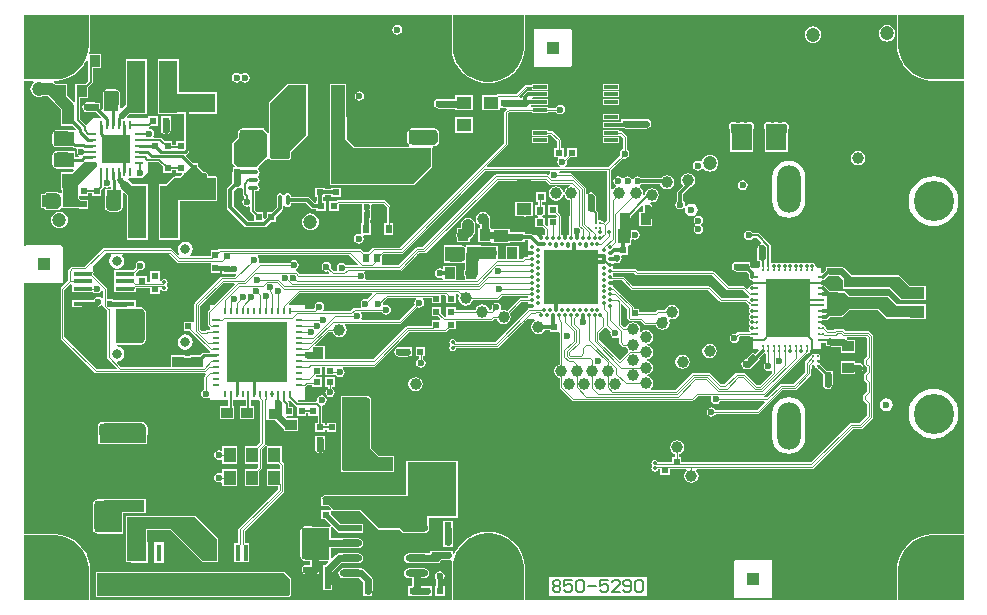
<source format=gtl>
G04*
G04 #@! TF.GenerationSoftware,Altium Limited,Altium Designer,18.1.6 (161)*
G04*
G04 Layer_Physical_Order=1*
G04 Layer_Color=255*
%FSLAX44Y44*%
%MOMM*%
G71*
G01*
G75*
%ADD10C,0.2500*%
%ADD11C,0.3000*%
%ADD12C,0.2000*%
%ADD14C,0.1500*%
%ADD19C,1.0000*%
%ADD21R,1.0000X1.0000*%
%ADD30R,0.6500X0.2500*%
%ADD31O,0.6500X0.2500*%
%ADD32O,0.2500X0.6500*%
%ADD33R,0.6000X0.6000*%
%ADD34R,0.9000X1.0000*%
G04:AMPARAMS|DCode=35|XSize=0.3mm|YSize=0.3mm|CornerRadius=0.075mm|HoleSize=0mm|Usage=FLASHONLY|Rotation=90.000|XOffset=0mm|YOffset=0mm|HoleType=Round|Shape=RoundedRectangle|*
%AMROUNDEDRECTD35*
21,1,0.3000,0.1500,0,0,90.0*
21,1,0.1500,0.3000,0,0,90.0*
1,1,0.1500,0.0750,0.0750*
1,1,0.1500,0.0750,-0.0750*
1,1,0.1500,-0.0750,-0.0750*
1,1,0.1500,-0.0750,0.0750*
%
%ADD35ROUNDEDRECTD35*%
%ADD36R,1.0000X0.9000*%
%ADD37R,1.3000X1.0000*%
%ADD38R,0.6000X0.6000*%
%ADD39R,1.0000X1.3000*%
%ADD40R,1.6000X1.8000*%
%ADD41C,0.2500*%
%ADD42R,1.2000X0.3000*%
%ADD43R,2.7000X1.6000*%
%ADD44R,1.6000X4.5000*%
%ADD45R,1.8000X1.6000*%
%ADD46R,1.2000X4.2000*%
%ADD47R,1.9500X1.9500*%
%ADD48O,0.3500X1.0000*%
%ADD49O,1.0000X0.3500*%
%ADD50O,0.8000X0.2500*%
%ADD51O,0.2500X0.8000*%
%ADD52R,3.0000X2.4000*%
%ADD53R,1.3000X1.1000*%
%ADD54R,4.0000X1.0000*%
%ADD55R,1.4500X1.1500*%
%ADD56R,4.1500X4.6500*%
%ADD57R,1.6000X2.7000*%
%ADD58C,0.1800*%
%ADD59R,4.2000X1.2000*%
%ADD60R,1.9000X0.6000*%
%ADD61O,1.9000X0.6000*%
%ADD62R,0.6000X0.8000*%
%ADD63P,0.8485X4X360.0*%
%ADD64R,1.9000X1.9000*%
%ADD65R,0.4000X1.4000*%
%ADD66R,2.3000X1.9000*%
%ADD67R,1.6000X0.4000*%
%ADD68R,1.6000X0.4000*%
%ADD74R,3.6958X5.0000*%
%ADD89C,0.3500*%
%ADD112C,0.3000*%
%ADD122C,0.8000*%
%ADD127R,5.1000X5.1000*%
%ADD128R,4.6000X4.6000*%
%ADD129C,1.0000*%
%ADD130R,2.4000X2.4000*%
%ADD131R,2.4100X3.1000*%
%ADD132C,0.1000*%
%ADD133C,0.6000*%
%ADD134C,0.1200*%
%ADD135C,0.4000*%
%ADD136C,0.8000*%
%ADD137C,0.3500*%
%ADD138C,0.5000*%
%ADD139C,0.9000*%
%ADD140R,3.3000X1.2000*%
%ADD141R,0.9500X1.6500*%
%ADD142R,3.5000X1.0000*%
%ADD143C,3.4000*%
%ADD144C,1.2000*%
%ADD145C,0.7000*%
%ADD146C,5.0000*%
%ADD147C,0.6000*%
%ADD148O,2.0000X4.0000*%
G36*
X797961Y443000D02*
X770534D01*
X766635Y443513D01*
X762836Y444531D01*
X759203Y446036D01*
X755797Y448002D01*
X752677Y450396D01*
X749896Y453177D01*
X747502Y456297D01*
X745536Y459703D01*
X744031Y463336D01*
X743013Y467135D01*
X742500Y471034D01*
Y473000D01*
Y497961D01*
X797961D01*
Y443000D01*
D02*
G37*
G36*
X57500Y473000D02*
Y471034D01*
X56987Y467135D01*
X55969Y463336D01*
X54464Y459703D01*
X52498Y456297D01*
X50104Y453177D01*
X47323Y450396D01*
X44203Y448002D01*
X40797Y446036D01*
X37164Y444531D01*
X33365Y443513D01*
X29466Y443000D01*
X2039D01*
Y497961D01*
X57500D01*
Y473000D01*
D02*
G37*
G36*
X57000Y458616D02*
Y455197D01*
X56961Y455000D01*
Y441916D01*
X54045Y439000D01*
X46000D01*
Y429697D01*
X45961Y429500D01*
Y424165D01*
X44691Y423779D01*
X44326Y424326D01*
X39000Y429651D01*
Y439000D01*
X29652D01*
X29326Y439326D01*
X27341Y440652D01*
X27488Y441918D01*
X29466D01*
X29535Y441946D01*
X29608Y441927D01*
X33507Y442440D01*
X33571Y442477D01*
X33645Y442468D01*
X37444Y443486D01*
X37503Y443531D01*
X37578D01*
X41211Y445036D01*
X41264Y445089D01*
X41338Y445099D01*
X44744Y447065D01*
X44790Y447124D01*
X44862Y447144D01*
X47982Y449538D01*
X48019Y449602D01*
X48088Y449631D01*
X50869Y452412D01*
X50898Y452481D01*
X50962Y452518D01*
X53356Y455638D01*
X53376Y455710D01*
X53435Y455756D01*
X55401Y459162D01*
X55730Y459351D01*
X57000Y458616D01*
D02*
G37*
G36*
X425500Y471000D02*
Y469034D01*
X424987Y465135D01*
X423969Y461336D01*
X422464Y457703D01*
X420498Y454297D01*
X418104Y451177D01*
X415323Y448396D01*
X412203Y446002D01*
X408797Y444036D01*
X405164Y442531D01*
X401365Y441513D01*
X397466Y441000D01*
X393534D01*
X389635Y441513D01*
X385836Y442531D01*
X382203Y444036D01*
X378797Y446002D01*
X375677Y448396D01*
X372896Y451177D01*
X370502Y454297D01*
X368536Y457703D01*
X367031Y461336D01*
X366013Y465135D01*
X365500Y469034D01*
Y471000D01*
Y498000D01*
X425500D01*
Y471000D01*
D02*
G37*
G36*
X741418Y473000D02*
Y471034D01*
X741446Y470965D01*
X741427Y470892D01*
X741940Y466993D01*
X741977Y466929D01*
X741968Y466855D01*
X742986Y463056D01*
X743031Y462997D01*
Y462922D01*
X744536Y459289D01*
X744589Y459236D01*
X744599Y459162D01*
X746565Y455756D01*
X746624Y455710D01*
X746644Y455638D01*
X749038Y452518D01*
X749102Y452481D01*
X749131Y452412D01*
X751912Y449631D01*
X751981Y449602D01*
X752018Y449538D01*
X755138Y447144D01*
X755210Y447124D01*
X755256Y447065D01*
X758662Y445099D01*
X758736Y445089D01*
X758789Y445036D01*
X762422Y443531D01*
X762497D01*
X762556Y443486D01*
X766355Y442468D01*
X766429Y442477D01*
X766493Y442440D01*
X770392Y441927D01*
X770465Y441946D01*
X770534Y441918D01*
X797961D01*
Y58082D01*
X770534D01*
X770465Y58054D01*
X770392Y58073D01*
X766493Y57560D01*
X766429Y57522D01*
X766355Y57532D01*
X762556Y56514D01*
X762497Y56469D01*
X762422D01*
X758789Y54964D01*
X758736Y54911D01*
X758662Y54901D01*
X755256Y52935D01*
X755210Y52876D01*
X755138Y52856D01*
X752018Y50462D01*
X751981Y50398D01*
X751912Y50369D01*
X749131Y47588D01*
X749102Y47519D01*
X749038Y47482D01*
X746644Y44362D01*
X746624Y44290D01*
X746565Y44244D01*
X744599Y40838D01*
X744589Y40764D01*
X744536Y40711D01*
X743031Y37078D01*
Y37003D01*
X742986Y36944D01*
X741968Y33145D01*
X741977Y33071D01*
X741940Y33006D01*
X741427Y29108D01*
X741446Y29035D01*
X741418Y28966D01*
Y27000D01*
Y2039D01*
X426582D01*
Y29000D01*
Y30966D01*
X426554Y31035D01*
X426573Y31108D01*
X426060Y35006D01*
X426022Y35071D01*
X426032Y35145D01*
X425014Y38944D01*
X424969Y39003D01*
Y39078D01*
X423464Y42711D01*
X423411Y42764D01*
X423401Y42838D01*
X421435Y46244D01*
X421376Y46290D01*
X421356Y46362D01*
X418962Y49482D01*
X418898Y49519D01*
X418869Y49588D01*
X416088Y52369D01*
X416019Y52397D01*
X415982Y52462D01*
X412862Y54856D01*
X412790Y54876D01*
X412744Y54935D01*
X409338Y56901D01*
X409264Y56911D01*
X409211Y56964D01*
X405578Y58469D01*
X405503D01*
X405444Y58514D01*
X401645Y59532D01*
X401571Y59522D01*
X401507Y59560D01*
X397608Y60073D01*
X397535Y60054D01*
X397466Y60082D01*
X393534D01*
X393465Y60054D01*
X393392Y60073D01*
X389493Y59560D01*
X389429Y59522D01*
X389355Y59532D01*
X385556Y58514D01*
X385497Y58469D01*
X385422D01*
X381789Y56964D01*
X381736Y56911D01*
X381662Y56901D01*
X378256Y54935D01*
X378210Y54876D01*
X378138Y54856D01*
X375018Y52462D01*
X374981Y52397D01*
X374912Y52369D01*
X372131Y49588D01*
X372102Y49519D01*
X372038Y49482D01*
X369644Y46362D01*
X369624Y46290D01*
X369565Y46244D01*
X367599Y42838D01*
X367589Y42764D01*
X367536Y42711D01*
X366770Y40862D01*
X365500Y41115D01*
Y44000D01*
X361894D01*
X361500Y44078D01*
X350000D01*
X349606Y44000D01*
X346500D01*
Y41962D01*
X346344Y41728D01*
X328300D01*
X326739Y41418D01*
X325416Y40534D01*
X324532Y39211D01*
X324222Y37650D01*
X324532Y36089D01*
X325416Y34766D01*
X326739Y33882D01*
X328300Y33572D01*
X352150D01*
X353711Y33882D01*
X355034Y34766D01*
X355806Y35922D01*
X361500D01*
X361894Y36000D01*
X364159D01*
X364904Y34730D01*
X364427Y31108D01*
X364446Y31035D01*
X364418Y30966D01*
Y29000D01*
Y2039D01*
X58582D01*
Y27000D01*
Y28966D01*
X58554Y29035D01*
X58573Y29108D01*
X58060Y33006D01*
X58022Y33071D01*
X58032Y33145D01*
X57014Y36944D01*
X56969Y37003D01*
Y37078D01*
X55464Y40711D01*
X55411Y40764D01*
X55401Y40838D01*
X53435Y44244D01*
X53376Y44290D01*
X53356Y44362D01*
X50962Y47482D01*
X50898Y47519D01*
X50869Y47588D01*
X48088Y50369D01*
X48019Y50398D01*
X47982Y50462D01*
X44862Y52856D01*
X44790Y52876D01*
X44744Y52935D01*
X41338Y54901D01*
X41264Y54911D01*
X41211Y54964D01*
X37578Y56469D01*
X37503D01*
X37444Y56514D01*
X33645Y57532D01*
X33571Y57522D01*
X33507Y57560D01*
X29608Y58073D01*
X29535Y58054D01*
X29466Y58082D01*
X2039D01*
Y270302D01*
X3235Y270735D01*
X4000Y270418D01*
X34000D01*
X34765Y270735D01*
X35082Y271500D01*
Y301500D01*
X34765Y302265D01*
X34000Y302582D01*
X4000D01*
X3235Y302265D01*
X2039Y302698D01*
Y441918D01*
X10430D01*
X10861Y440648D01*
X10007Y439992D01*
X8885Y438530D01*
X8180Y436827D01*
X7940Y435000D01*
X8180Y433173D01*
X8885Y431470D01*
X10007Y430008D01*
X11470Y428886D01*
X13173Y428180D01*
X15000Y427940D01*
X16827Y428180D01*
X18523Y428882D01*
X22466D01*
X33500Y417849D01*
Y403500D01*
X44256D01*
X46329Y401427D01*
X45460Y400500D01*
X40199D01*
X40000Y400582D01*
X30500Y400582D01*
X30482Y400575D01*
X28939Y400268D01*
X27616Y399384D01*
X26732Y398061D01*
X26425Y396519D01*
X26417Y396500D01*
X26418Y389500D01*
X26418Y389500D01*
X26425Y389481D01*
X26732Y387939D01*
X27616Y386616D01*
X28939Y385732D01*
X30481Y385425D01*
X30500Y385418D01*
X40000D01*
X40199Y385500D01*
X43819D01*
X44372Y385131D01*
X45250Y384956D01*
X46637D01*
X47316Y383686D01*
X47232Y383561D01*
X46922Y382000D01*
X47232Y380439D01*
X48116Y379116D01*
X48942Y378564D01*
X48557Y377294D01*
X45500D01*
Y382500D01*
X40199D01*
X40000Y382582D01*
X30500Y382582D01*
X30482Y382575D01*
X28939Y382268D01*
X27616Y381384D01*
X26732Y380061D01*
X26425Y378519D01*
X26417Y378500D01*
X26418Y371500D01*
X26418Y371500D01*
X26425Y371481D01*
X26732Y369939D01*
X27616Y368616D01*
X28939Y367732D01*
X30481Y367425D01*
X30500Y367418D01*
X40000D01*
X40199Y367500D01*
X44173D01*
X44699Y366230D01*
X42969Y364500D01*
X33500D01*
Y349500D01*
X34418D01*
Y347104D01*
X34004Y346816D01*
X33148Y346542D01*
X32061Y347268D01*
X30519Y347575D01*
X30500Y347582D01*
X21000D01*
X20235Y347265D01*
X19918Y346500D01*
Y346000D01*
X16500D01*
Y334000D01*
X18758D01*
X19918Y333500D01*
X20235Y332735D01*
X21000Y332418D01*
X30500Y332418D01*
X30518Y332425D01*
X32061Y332732D01*
X33344Y333590D01*
X34500Y334000D01*
X34500Y334000D01*
X34500Y334000D01*
X44301D01*
X44500Y333918D01*
X49000Y333918D01*
Y333250D01*
X57000D01*
Y341250D01*
X50781D01*
X49082Y342948D01*
Y344250D01*
X57000D01*
Y346466D01*
X60000D01*
Y344250D01*
X68000D01*
Y349727D01*
X68762Y350489D01*
X69149Y351067D01*
X69207Y351362D01*
X70121Y351908D01*
X70554Y351989D01*
X70939Y351732D01*
X72500Y351422D01*
X74061Y351732D01*
X74936Y352317D01*
X76206Y351735D01*
Y350000D01*
X71000D01*
Y344699D01*
X70918Y344500D01*
X70918Y335000D01*
X70925Y334982D01*
X71232Y333439D01*
X72116Y332116D01*
X73439Y331232D01*
X74981Y330925D01*
X75000Y330917D01*
X82000Y330918D01*
X82000Y330918D01*
X82019Y330925D01*
X83561Y331232D01*
X84884Y332116D01*
X85768Y333439D01*
X86075Y334981D01*
X86082Y335000D01*
Y344500D01*
X86000Y344699D01*
Y346631D01*
X87173Y347117D01*
X89500Y344790D01*
Y307500D01*
X107500D01*
Y354500D01*
X94209D01*
X91105Y357605D01*
X90614Y357933D01*
X90999Y359203D01*
X101970Y359203D01*
X102484Y359716D01*
X102561Y359731D01*
X103884Y360615D01*
X104768Y361939D01*
X104783Y362015D01*
X107500Y364732D01*
Y373216D01*
X116261D01*
X120000Y369477D01*
Y364000D01*
X128000D01*
Y366216D01*
X131000D01*
Y364000D01*
X135810D01*
X136296Y362827D01*
X134551Y361082D01*
X130000Y361082D01*
X129234Y360765D01*
X129234Y360765D01*
X122969Y354500D01*
X116500D01*
Y307500D01*
X134500D01*
Y339918D01*
X164264Y339918D01*
X165000Y339918D01*
X165500Y340000D01*
X165596Y340164D01*
X165765Y340235D01*
X166082Y341000D01*
X166082Y341000D01*
X166082Y341029D01*
X166082Y360000D01*
X165765Y360765D01*
X165000Y361082D01*
X158562Y361082D01*
X158268Y362561D01*
X157384Y363884D01*
X156061Y364768D01*
X154500Y365078D01*
X154460Y365070D01*
X150000Y369531D01*
Y372000D01*
X145244D01*
X139225Y378019D01*
X139554Y379358D01*
X139620Y379421D01*
X140304Y379878D01*
X141872Y381446D01*
X142369Y382190D01*
X142544Y383068D01*
X142544Y383068D01*
Y414000D01*
X165500D01*
Y432000D01*
X139199D01*
X139000Y432082D01*
X133500D01*
Y460500D01*
X115500D01*
Y413500D01*
X129301D01*
X129500Y413418D01*
X137956D01*
Y391000D01*
X131000D01*
Y387784D01*
X128000D01*
Y391000D01*
X121523D01*
X119262Y393262D01*
X118683Y393648D01*
X118000Y393784D01*
X112690D01*
X112011Y395054D01*
X112268Y395439D01*
X112578Y397000D01*
X112268Y398561D01*
X111384Y399884D01*
X110061Y400768D01*
X108886Y401002D01*
X108267Y402048D01*
X108207Y402302D01*
X108390Y402793D01*
X108683Y402852D01*
X109262Y403238D01*
X110023Y404000D01*
X115500D01*
Y412000D01*
X107500D01*
Y411386D01*
X106230Y410116D01*
X90043Y410116D01*
X89557Y411289D01*
X91768Y413500D01*
X106500D01*
Y460500D01*
X88500D01*
Y421768D01*
X85173Y418441D01*
X84000Y418927D01*
Y420801D01*
X84082Y421000D01*
X84082Y430500D01*
X84075Y430518D01*
X83768Y432061D01*
X82884Y433384D01*
X81561Y434268D01*
X80019Y434575D01*
X80000Y434583D01*
X73000Y434582D01*
X73000Y434582D01*
X72981Y434575D01*
X71439Y434268D01*
X70116Y433384D01*
X69232Y432061D01*
X68925Y430519D01*
X68918Y430500D01*
Y421000D01*
X69000Y420801D01*
Y417990D01*
X67891Y417516D01*
X67000Y418250D01*
Y423500D01*
X62889D01*
X62499Y423577D01*
X56000D01*
X54439Y423267D01*
X53116Y422383D01*
X52232Y421060D01*
X51922Y419499D01*
X52232Y417938D01*
X53116Y416615D01*
X54439Y415731D01*
X56000Y415421D01*
X62499D01*
X62897Y415500D01*
X63256D01*
X67466Y411290D01*
X66980Y410116D01*
X60674Y410116D01*
X55221Y404663D01*
X50039Y409845D01*
Y427000D01*
X57000D01*
Y436187D01*
X60442Y439629D01*
X60442Y439629D01*
X60884Y440291D01*
X61039Y441071D01*
Y452500D01*
X68000D01*
Y464500D01*
X58444D01*
X57671Y465508D01*
X58032Y466855D01*
X58022Y466929D01*
X58060Y466993D01*
X58573Y470892D01*
X58554Y470965D01*
X58582Y471034D01*
Y473000D01*
Y497961D01*
X364418D01*
Y471000D01*
Y469034D01*
X364446Y468965D01*
X364427Y468892D01*
X364940Y464994D01*
X364977Y464929D01*
X364968Y464855D01*
X365986Y461056D01*
X366031Y460997D01*
Y460922D01*
X367536Y457289D01*
X367589Y457236D01*
X367599Y457162D01*
X369565Y453756D01*
X369624Y453710D01*
X369644Y453638D01*
X372038Y450518D01*
X372102Y450481D01*
X372131Y450412D01*
X374912Y447631D01*
X374981Y447602D01*
X375018Y447538D01*
X378138Y445144D01*
X378210Y445124D01*
X378256Y445065D01*
X381662Y443099D01*
X381736Y443089D01*
X381789Y443036D01*
X385422Y441531D01*
X385497D01*
X385556Y441486D01*
X389355Y440468D01*
X389429Y440477D01*
X389493Y440440D01*
X393392Y439927D01*
X393465Y439946D01*
X393534Y439918D01*
X397466D01*
X397535Y439946D01*
X397608Y439927D01*
X401507Y440440D01*
X401571Y440477D01*
X401645Y440468D01*
X405444Y441486D01*
X405503Y441531D01*
X405578D01*
X409211Y443036D01*
X409264Y443089D01*
X409338Y443099D01*
X412744Y445065D01*
X412790Y445124D01*
X412862Y445144D01*
X415982Y447538D01*
X416019Y447602D01*
X416088Y447631D01*
X418869Y450412D01*
X418898Y450481D01*
X418962Y450518D01*
X421356Y453638D01*
X421376Y453710D01*
X421435Y453756D01*
X423401Y457162D01*
X423411Y457236D01*
X423464Y457289D01*
X424969Y460922D01*
Y460997D01*
X425014Y461056D01*
X426032Y464855D01*
X426022Y464929D01*
X426060Y464993D01*
X426573Y468892D01*
X426554Y468965D01*
X426582Y469034D01*
Y471000D01*
Y497961D01*
X741418D01*
Y473000D01*
D02*
G37*
G36*
X83000Y430500D02*
X83000Y421000D01*
X70000D01*
Y430500D01*
X73000Y433500D01*
X80000Y433500D01*
X83000Y430500D01*
D02*
G37*
G36*
X40000Y386500D02*
X30500D01*
X27500Y389500D01*
X27500Y396500D01*
X30500Y399500D01*
X40000Y399500D01*
Y386500D01*
D02*
G37*
G36*
Y368500D02*
X30500D01*
X27500Y371500D01*
X27500Y378500D01*
X30500Y381500D01*
X40000Y381500D01*
Y368500D01*
D02*
G37*
G36*
X158000Y360000D02*
X165000Y360000D01*
X165000Y341000D01*
X121750Y341000D01*
Y351750D01*
X130000Y360000D01*
X135000Y360000D01*
X144000Y369000D01*
X149000Y369000D01*
X158000Y360000D01*
D02*
G37*
G36*
X64000Y372000D02*
Y369500D01*
X48000Y353500D01*
Y342500D01*
X51000Y339500D01*
Y335000D01*
X44500Y335000D01*
X35500Y344000D01*
X35500Y355500D01*
X53000Y373000D01*
X63000D01*
X64000Y372000D01*
D02*
G37*
G36*
X33500Y343500D02*
X33500Y336500D01*
X30500Y333500D01*
X21000Y333500D01*
Y346500D01*
X30500D01*
X33500Y343500D01*
D02*
G37*
G36*
X85000Y335000D02*
X82000Y332000D01*
X75000Y332000D01*
X72000Y335000D01*
X72000Y344500D01*
X85000D01*
Y335000D01*
D02*
G37*
G36*
X797961Y2039D02*
X742500D01*
Y27000D01*
Y28966D01*
X743013Y32865D01*
X744031Y36664D01*
X745536Y40297D01*
X747502Y43703D01*
X749896Y46823D01*
X752677Y49604D01*
X755797Y51998D01*
X759203Y53964D01*
X762836Y55469D01*
X766635Y56487D01*
X770534Y57000D01*
X797961D01*
Y2039D01*
D02*
G37*
G36*
X33365Y56487D02*
X37164Y55469D01*
X40797Y53964D01*
X44203Y51998D01*
X47323Y49604D01*
X50104Y46823D01*
X52498Y43703D01*
X54464Y40297D01*
X55969Y36664D01*
X56987Y32865D01*
X57500Y28966D01*
Y27000D01*
Y2039D01*
X2039D01*
Y57000D01*
X29466D01*
X33365Y56487D01*
D02*
G37*
G36*
X401365Y58487D02*
X405164Y57469D01*
X408797Y55964D01*
X412203Y53998D01*
X415323Y51604D01*
X418104Y48823D01*
X420498Y45703D01*
X422464Y42297D01*
X423969Y38664D01*
X424987Y34865D01*
X425500Y30966D01*
Y29000D01*
Y2000D01*
X365500D01*
Y29000D01*
Y30966D01*
X366013Y34865D01*
X367031Y38664D01*
X368536Y42297D01*
X370502Y45703D01*
X372896Y48823D01*
X375677Y51604D01*
X378797Y53998D01*
X382203Y55964D01*
X385836Y57469D01*
X389635Y58487D01*
X393534Y59000D01*
X397466D01*
X401365Y58487D01*
D02*
G37*
%LPC*%
G36*
X318500Y489078D02*
X316939Y488768D01*
X315616Y487884D01*
X314732Y486561D01*
X314422Y485000D01*
X314732Y483439D01*
X315616Y482116D01*
X316939Y481232D01*
X318500Y480922D01*
X320061Y481232D01*
X321384Y482116D01*
X322268Y483439D01*
X322578Y485000D01*
X322268Y486561D01*
X321384Y487884D01*
X320061Y488768D01*
X318500Y489078D01*
D02*
G37*
G36*
X733000Y489060D02*
X731173Y488820D01*
X729470Y488115D01*
X728008Y486992D01*
X726886Y485530D01*
X726180Y483827D01*
X725940Y482000D01*
X726180Y480173D01*
X726886Y478470D01*
X728008Y477008D01*
X729470Y475886D01*
X731173Y475180D01*
X733000Y474940D01*
X734827Y475180D01*
X736530Y475886D01*
X737992Y477008D01*
X739115Y478470D01*
X739820Y480173D01*
X740060Y482000D01*
X739820Y483827D01*
X739115Y485530D01*
X737992Y486992D01*
X736530Y488115D01*
X734827Y488820D01*
X733000Y489060D01*
D02*
G37*
G36*
X670500Y488060D02*
X668673Y487820D01*
X666970Y487114D01*
X665508Y485992D01*
X664386Y484530D01*
X663680Y482827D01*
X663440Y481000D01*
X663680Y479173D01*
X664386Y477470D01*
X665508Y476008D01*
X666970Y474885D01*
X668673Y474180D01*
X670500Y473940D01*
X672327Y474180D01*
X674030Y474885D01*
X675492Y476008D01*
X676615Y477470D01*
X677320Y479173D01*
X677560Y481000D01*
X677320Y482827D01*
X676615Y484530D01*
X675492Y485992D01*
X674030Y487114D01*
X672327Y487820D01*
X670500Y488060D01*
D02*
G37*
G36*
X465000Y486082D02*
X435000D01*
X434235Y485765D01*
X433918Y485000D01*
Y455000D01*
X434235Y454235D01*
X435000Y453918D01*
X465000D01*
X465765Y454235D01*
X466082Y455000D01*
Y485000D01*
X465765Y485765D01*
X465000Y486082D01*
D02*
G37*
G36*
X189500Y448578D02*
X187939Y448268D01*
X186820Y447520D01*
X186000Y447394D01*
X185180Y447520D01*
X184061Y448268D01*
X182500Y448578D01*
X180939Y448268D01*
X179616Y447384D01*
X178732Y446061D01*
X178422Y444500D01*
X178732Y442939D01*
X179616Y441616D01*
X180939Y440732D01*
X182500Y440422D01*
X184061Y440732D01*
X185180Y441480D01*
X186000Y441606D01*
X186820Y441480D01*
X187939Y440732D01*
X189500Y440422D01*
X191061Y440732D01*
X192384Y441616D01*
X193268Y442939D01*
X193578Y444500D01*
X193268Y446061D01*
X192384Y447384D01*
X191061Y448268D01*
X189500Y448578D01*
D02*
G37*
G36*
X506500Y439500D02*
X492500D01*
Y434500D01*
X506500D01*
Y439500D01*
D02*
G37*
G36*
X446500D02*
X432500D01*
Y438624D01*
X427500D01*
X426352Y438148D01*
X418828Y430624D01*
X403624D01*
X402476Y430148D01*
X402204Y429876D01*
X390500D01*
Y416876D01*
X405500D01*
Y418999D01*
X406770Y419678D01*
X407439Y419231D01*
X408999Y418921D01*
X410507Y419221D01*
X410612Y419152D01*
X411203Y418254D01*
X411234Y418152D01*
X409352Y416269D01*
X408876Y415121D01*
Y389001D01*
X320582Y300707D01*
X298583D01*
X297435Y300231D01*
X293787Y296583D01*
X290713D01*
X288148Y299148D01*
X287000Y299624D01*
X168000D01*
X166852Y299148D01*
X166204Y298500D01*
X160500D01*
Y293124D01*
X143457D01*
X143072Y294394D01*
X143542Y294708D01*
X144935Y296792D01*
X145423Y299250D01*
X144935Y301708D01*
X143542Y303792D01*
X141458Y305184D01*
X139000Y305673D01*
X136542Y305184D01*
X134458Y303792D01*
X133066Y301708D01*
X132577Y299250D01*
X133066Y296792D01*
X133945Y295476D01*
X132959Y294666D01*
X127977Y299648D01*
X126828Y300124D01*
X70000D01*
X68852Y299648D01*
X53828Y284624D01*
X43500D01*
X42352Y284148D01*
X40577Y282373D01*
X40101Y281225D01*
Y272897D01*
X33877Y266673D01*
X33402Y265525D01*
Y224475D01*
X33877Y223327D01*
X62352Y194852D01*
X63500Y194376D01*
X155500D01*
X155915Y194548D01*
X156634Y193472D01*
X155352Y192189D01*
X154876Y191041D01*
Y180726D01*
X153616Y179884D01*
X152732Y178561D01*
X152422Y177000D01*
X152732Y175439D01*
X153616Y174116D01*
X154939Y173232D01*
X156500Y172922D01*
X158061Y173232D01*
X158730Y173679D01*
X160000Y173000D01*
Y172000D01*
X175461D01*
Y166500D01*
X168000D01*
Y155500D01*
X180000D01*
Y166500D01*
X179539D01*
Y172000D01*
X190461D01*
Y166500D01*
X185000D01*
Y155500D01*
X197000D01*
Y166500D01*
X194539D01*
Y172000D01*
X201177D01*
X201346Y171746D01*
X202269Y170824D01*
Y135576D01*
X199193Y132500D01*
X189500D01*
Y117500D01*
X200469D01*
Y114776D01*
X199193Y113500D01*
X189500D01*
Y98500D01*
X201500D01*
Y111193D01*
X203253Y112947D01*
X203607Y113476D01*
X203731Y114100D01*
X203731Y114100D01*
Y129313D01*
X206800Y132382D01*
X207253Y132835D01*
X207255Y132835D01*
X207253Y132835D01*
X206944Y132526D01*
X207523Y132772D01*
X208189Y132597D01*
X208500Y131862D01*
X208500Y131274D01*
X208500Y131273D01*
X208500Y131254D01*
Y117500D01*
X218193D01*
X219469Y116224D01*
Y113500D01*
X208500D01*
Y98500D01*
X217269D01*
Y96076D01*
X184496Y63304D01*
X184143Y62774D01*
X184019Y62150D01*
X184019Y62150D01*
Y50500D01*
X180500D01*
Y34500D01*
X186500D01*
Y34500D01*
X187000D01*
Y34500D01*
X193000D01*
Y50500D01*
X189481D01*
Y60563D01*
X222253Y93335D01*
X222254Y93335D01*
X222607Y93864D01*
X222731Y94489D01*
X222731Y94489D01*
Y116900D01*
X222607Y117524D01*
X222254Y118054D01*
X222253Y118054D01*
X220500Y119807D01*
Y132500D01*
X209752D01*
X209503Y132500D01*
X208454Y132594D01*
X208322Y132714D01*
X208032Y133202D01*
X207821Y133683D01*
X207731Y133989D01*
X207731Y134031D01*
X207731Y134476D01*
Y154497D01*
X209000Y154500D01*
Y154500D01*
X215132D01*
X222016Y147616D01*
X222016Y147616D01*
X222500Y147292D01*
Y145000D01*
X234500D01*
Y156000D01*
X225173D01*
X224439Y156891D01*
X224912Y158000D01*
X230500D01*
Y166000D01*
X227039D01*
Y168500D01*
X227039Y168500D01*
X226884Y169280D01*
X226442Y169942D01*
X226001Y170383D01*
X226486Y171656D01*
X227353Y171763D01*
X232558Y166558D01*
X232558Y166558D01*
X233220Y166116D01*
X233347Y166091D01*
X233500Y166000D01*
Y158000D01*
X241500D01*
Y160461D01*
X243000D01*
Y158500D01*
X250961D01*
Y152500D01*
X249000D01*
Y144500D01*
X257000D01*
Y146461D01*
X259000D01*
Y144500D01*
X267000D01*
Y152500D01*
X259000D01*
Y150539D01*
X257000D01*
Y152500D01*
X255039D01*
Y165328D01*
X254884Y166109D01*
X254828Y166192D01*
X255318Y167548D01*
X255371Y167595D01*
X256060Y167732D01*
X257383Y168616D01*
X258267Y169939D01*
X258578Y171500D01*
X258267Y173060D01*
X257383Y174384D01*
X256060Y175268D01*
X254499Y175578D01*
X252939Y175268D01*
X251616Y174384D01*
X250732Y173060D01*
X250421Y171500D01*
X250471Y171250D01*
X249417Y170039D01*
X234929D01*
X234278Y170840D01*
X234781Y172000D01*
X240000D01*
Y182876D01*
X241148Y183352D01*
X242172Y184376D01*
X246500D01*
Y183000D01*
X254500D01*
Y191000D01*
X250234D01*
X249555Y192270D01*
X249709Y192500D01*
X254500D01*
Y199376D01*
X257500D01*
Y192500D01*
X265500D01*
Y192500D01*
X266770Y192634D01*
X267116Y192116D01*
X268439Y191232D01*
X270000Y190922D01*
X271561Y191232D01*
X272884Y192116D01*
X273768Y193439D01*
X274078Y195000D01*
X273768Y196561D01*
X272884Y197884D01*
X272551Y198106D01*
X272936Y199376D01*
X298470D01*
X299618Y199852D01*
X328642Y228876D01*
X359000D01*
X360148Y229352D01*
X362296Y231500D01*
X368000D01*
Y238376D01*
X397500D01*
X398648Y238852D01*
X400173Y240376D01*
X402705D01*
X402848Y239659D01*
X404174Y237674D01*
X406159Y236348D01*
X408500Y235882D01*
X410841Y236348D01*
X412826Y237674D01*
X414152Y239659D01*
X414618Y242000D01*
X414152Y244341D01*
X413745Y244949D01*
X423172Y254376D01*
X429500D01*
Y249219D01*
X429252Y249054D01*
X401130Y220931D01*
X368119D01*
X368002Y221523D01*
X367394Y222433D01*
X366484Y223040D01*
X365411Y223254D01*
X364338Y223040D01*
X363429Y222433D01*
X362821Y221523D01*
X362607Y220450D01*
X362821Y219377D01*
X363429Y218467D01*
Y217933D01*
X362821Y217023D01*
X362607Y215950D01*
X362821Y214877D01*
X363429Y213967D01*
X364338Y213360D01*
X365411Y213146D01*
X366484Y213360D01*
X367394Y213967D01*
X368002Y214877D01*
X368119Y215469D01*
X402716D01*
X402717Y215469D01*
X403341Y215593D01*
X403870Y215947D01*
X428327Y240403D01*
X429500Y239917D01*
Y239852D01*
X434421D01*
X434806Y238582D01*
X433674Y237826D01*
X432348Y235841D01*
X431882Y233500D01*
X432348Y231159D01*
X433674Y229174D01*
X435659Y227848D01*
X438000Y227383D01*
X440341Y227848D01*
X442326Y229174D01*
X443513Y230951D01*
X447500D01*
Y229500D01*
X455500D01*
X455876Y228386D01*
Y201795D01*
X455159Y201652D01*
X453174Y200326D01*
X451848Y198341D01*
X451382Y196000D01*
X451848Y193659D01*
X453174Y191674D01*
X455159Y190348D01*
X455876Y190205D01*
Y182308D01*
X456352Y181160D01*
X466160Y171352D01*
X467308Y170876D01*
X568235D01*
X569383Y171352D01*
X573158Y175126D01*
X584014D01*
X584613Y174006D01*
X584482Y173811D01*
X584172Y172250D01*
X584482Y170689D01*
X585366Y169366D01*
X586689Y168482D01*
X588250Y168172D01*
X589811Y168482D01*
X591134Y169366D01*
X591976Y170626D01*
X629171D01*
X629657Y169453D01*
X623327Y163124D01*
X588226D01*
X587384Y164384D01*
X586061Y165268D01*
X584500Y165578D01*
X582939Y165268D01*
X581616Y164384D01*
X580732Y163061D01*
X580422Y161500D01*
X580732Y159939D01*
X581616Y158616D01*
X582939Y157732D01*
X584500Y157422D01*
X586061Y157732D01*
X587384Y158616D01*
X588226Y159876D01*
X624000D01*
X625148Y160352D01*
X644672Y179876D01*
X654828D01*
X655976Y180352D01*
X668648Y193024D01*
X669124Y194172D01*
Y198217D01*
X670297Y198703D01*
X670683Y198318D01*
X673938D01*
X673938Y198318D01*
X679000Y193256D01*
Y192894D01*
X678922Y192500D01*
Y185000D01*
X679232Y183439D01*
X680116Y182116D01*
X681439Y181232D01*
X683000Y180922D01*
X684561Y181232D01*
X685884Y182116D01*
X686768Y183439D01*
X687078Y185000D01*
Y192500D01*
X687000Y192894D01*
Y196500D01*
X683394D01*
X683000Y196578D01*
X682606Y196500D01*
X682244D01*
X676794Y201950D01*
X676794Y208500D01*
X676619Y209378D01*
X676122Y210122D01*
X675378Y210619D01*
X674500Y210794D01*
X670500D01*
X669622Y210619D01*
X668878Y210122D01*
X668381Y209378D01*
X668206Y208503D01*
X663852Y204148D01*
X663376Y203000D01*
Y195173D01*
X653327Y185124D01*
X643172D01*
X642023Y184648D01*
X631249Y173874D01*
X628627D01*
X628586Y175126D01*
X629734Y175602D01*
X665125Y210993D01*
X665335Y210951D01*
X666311Y211145D01*
X667138Y211698D01*
X667690Y212525D01*
X667885Y213500D01*
X667839Y213730D01*
X668751Y215000D01*
X677500D01*
Y219436D01*
X677640Y219643D01*
X678770Y220377D01*
X679187Y220294D01*
X679980Y220451D01*
X680490Y220246D01*
X681250Y219687D01*
Y217000D01*
X685356D01*
X685750Y216922D01*
X693799D01*
Y211500D01*
X705799D01*
Y222500D01*
X700066D01*
X699018Y223549D01*
X699492Y224819D01*
X715378D01*
X715967Y224229D01*
Y208524D01*
X714346Y206903D01*
X713993Y206374D01*
X713869Y205750D01*
X713869Y205750D01*
Y202500D01*
X713869Y202500D01*
X713993Y201876D01*
X714346Y201346D01*
X715967Y199726D01*
Y195774D01*
X713847Y193654D01*
X713493Y193124D01*
X713369Y192500D01*
X713369Y192500D01*
Y189500D01*
X713369Y189500D01*
X713493Y188876D01*
X713847Y188347D01*
X715967Y186226D01*
Y179176D01*
X713346Y176555D01*
X712993Y176026D01*
X712869Y175401D01*
X712869Y175401D01*
Y172211D01*
X712869Y172211D01*
X712993Y171587D01*
X713346Y171058D01*
X715967Y168437D01*
Y158774D01*
X709469Y152276D01*
X702645D01*
X702644Y152276D01*
X702020Y152151D01*
X701491Y151798D01*
X701491Y151798D01*
X668424Y118731D01*
X559000D01*
Y123500D01*
X556631D01*
Y125608D01*
X557841Y125848D01*
X559826Y127174D01*
X561152Y129159D01*
X561618Y131500D01*
X561152Y133841D01*
X559826Y135826D01*
X557841Y137152D01*
X555500Y137618D01*
X553159Y137152D01*
X551174Y135826D01*
X549848Y133841D01*
X549383Y131500D01*
X549848Y129159D01*
X551174Y127174D01*
X553159Y125848D01*
X553369Y125806D01*
Y123500D01*
X551000D01*
Y118731D01*
X539058D01*
X538940Y119323D01*
X538333Y120233D01*
X537423Y120840D01*
X536350Y121054D01*
X535277Y120840D01*
X534367Y120233D01*
X533760Y119323D01*
X533546Y118250D01*
X533760Y117177D01*
X534367Y116267D01*
Y115733D01*
X533760Y114823D01*
X533546Y113750D01*
X533760Y112677D01*
X534367Y111767D01*
X535277Y111160D01*
X536350Y110946D01*
X537423Y111160D01*
X538333Y111767D01*
X538940Y112677D01*
X539058Y113269D01*
X541000D01*
Y108500D01*
X549000D01*
Y113269D01*
X563048D01*
X563433Y111999D01*
X563174Y111826D01*
X561848Y109841D01*
X561382Y107500D01*
X561848Y105159D01*
X563174Y103174D01*
X565159Y101848D01*
X567500Y101382D01*
X569841Y101848D01*
X571826Y103174D01*
X573152Y105159D01*
X573618Y107500D01*
X573152Y109841D01*
X571826Y111826D01*
X571567Y111999D01*
X571952Y113269D01*
X670011D01*
X670011Y113269D01*
X670636Y113393D01*
X671165Y113747D01*
X704231Y146813D01*
X711056D01*
X711056Y146813D01*
X711680Y146937D01*
X712209Y147291D01*
X720952Y156034D01*
X720952Y156034D01*
X721306Y156563D01*
X721430Y157187D01*
Y225816D01*
X721306Y226441D01*
X720952Y226970D01*
X720952Y226970D01*
X718118Y229804D01*
X717589Y230157D01*
X716965Y230281D01*
X716965Y230281D01*
X697763D01*
X696591Y231453D01*
X696062Y231807D01*
X695438Y231931D01*
X695437Y231931D01*
X689812D01*
X689812Y231931D01*
X689188Y231807D01*
X688659Y231453D01*
X688659Y231453D01*
X688033Y230827D01*
X683144D01*
X681696Y232275D01*
X681736Y232477D01*
X681542Y233452D01*
X680989Y234279D01*
X680162Y234832D01*
X679187Y235026D01*
X678770Y234943D01*
X677500Y235767D01*
Y238704D01*
X677640Y238911D01*
X678770Y239645D01*
X679187Y239562D01*
X681696D01*
X682671Y239756D01*
X683498Y240308D01*
X685107Y241918D01*
X690500D01*
X690510Y241922D01*
X693500D01*
X693500Y241922D01*
X695061Y242232D01*
X696384Y243116D01*
X701185Y247918D01*
X725052D01*
X732235Y240735D01*
X733000Y240418D01*
X755000D01*
X755199Y240500D01*
X766000D01*
Y252500D01*
X752199D01*
X752000Y252582D01*
X741948D01*
X734765Y259765D01*
X734000Y260082D01*
X701185D01*
X698384Y262884D01*
X697061Y263768D01*
X695500Y264078D01*
X695500Y264078D01*
X691510D01*
X691500Y264082D01*
X684905D01*
X680989Y267998D01*
X680162Y268550D01*
X679187Y268744D01*
X678770Y268661D01*
X677640Y269395D01*
X677500Y269602D01*
Y272423D01*
X677640Y272630D01*
X678770Y273363D01*
X679187Y273280D01*
X680162Y273475D01*
X680989Y274027D01*
X683462Y276500D01*
X684856D01*
X685250Y276422D01*
X692311D01*
X695500Y273232D01*
Y266000D01*
X698801D01*
X699000Y265918D01*
X735052D01*
X744235Y256735D01*
X745000Y256418D01*
X754000D01*
X754199Y256500D01*
X766000D01*
Y268500D01*
X752531D01*
X744265Y276765D01*
X743500Y277082D01*
X703185D01*
X696884Y283384D01*
X695561Y284268D01*
X694000Y284578D01*
X694000Y284578D01*
X685250D01*
X684856Y284500D01*
X681250D01*
Y281497D01*
X678770Y279017D01*
X677500Y279543D01*
Y283500D01*
X673598D01*
X672720Y284770D01*
X672800Y285172D01*
X672587Y286245D01*
X671979Y287155D01*
X671069Y287762D01*
X669996Y287976D01*
X668923Y287762D01*
X668589Y287539D01*
X667666Y287260D01*
X666743Y287539D01*
X666408Y287762D01*
X665335Y287976D01*
X664262Y287762D01*
X663928Y287539D01*
X663005Y287260D01*
X662082Y287539D01*
X661748Y287762D01*
X660675Y287976D01*
X659602Y287762D01*
X659267Y287539D01*
X658344Y287260D01*
X657421Y287539D01*
X657086Y287762D01*
X656013Y287976D01*
X654940Y287762D01*
X654606Y287539D01*
X653683Y287260D01*
X652760Y287539D01*
X652426Y287762D01*
X651352Y287976D01*
X650279Y287762D01*
X649945Y287539D01*
X649022Y287260D01*
X648099Y287539D01*
X647765Y287762D01*
X646692Y287976D01*
X645619Y287762D01*
X645284Y287539D01*
X644361Y287260D01*
X643438Y287539D01*
X643103Y287762D01*
X642030Y287976D01*
X640957Y287762D01*
X640623Y287539D01*
X639700Y287260D01*
X638777Y287539D01*
X638442Y287762D01*
X637369Y287976D01*
X636297Y287762D01*
X636018Y287576D01*
X634748Y288255D01*
Y302292D01*
X634593Y303072D01*
X634150Y303734D01*
X634150Y303734D01*
X625442Y312442D01*
X624780Y312884D01*
X624000Y313039D01*
X619448D01*
X618884Y313884D01*
X617561Y314768D01*
X616000Y315078D01*
X614439Y314768D01*
X613116Y313884D01*
X612232Y312561D01*
X611922Y311000D01*
X612232Y309439D01*
X613116Y308116D01*
X614439Y307232D01*
X616000Y306922D01*
X617561Y307232D01*
X618884Y308116D01*
X619448Y308961D01*
X623155D01*
X626869Y305248D01*
X626451Y303870D01*
X625939Y303768D01*
X624616Y302884D01*
X623732Y301561D01*
X623422Y300000D01*
Y297000D01*
X623209D01*
Y293394D01*
X623130Y293000D01*
X623209Y292606D01*
Y289000D01*
X626008D01*
Y286620D01*
X625693Y286147D01*
X625499Y285172D01*
X625578Y284770D01*
X624747Y283500D01*
X619500D01*
Y283500D01*
X618432Y283058D01*
X617515Y283975D01*
Y283976D01*
X617593Y284370D01*
X617515Y284764D01*
Y288370D01*
X613909D01*
X613515Y288449D01*
X606681D01*
X606029Y288578D01*
X604469Y288268D01*
X603145Y287384D01*
X602262Y286061D01*
X601951Y284500D01*
X602262Y282939D01*
X603145Y281616D01*
X603223Y281564D01*
X603275Y281487D01*
X604598Y280602D01*
X606159Y280292D01*
X613515D01*
X613909Y280370D01*
X613910D01*
X616308Y277972D01*
Y275829D01*
X616502Y274854D01*
X617055Y274027D01*
X617882Y273475D01*
X618857Y273280D01*
X619500Y272753D01*
Y269527D01*
X618857Y268999D01*
X617784Y268786D01*
X616874Y268178D01*
X616267Y267268D01*
X616053Y266196D01*
X614878Y265593D01*
X613128Y267344D01*
X611980Y267819D01*
X599155D01*
X586798Y280176D01*
X585650Y280652D01*
X522145D01*
X520648Y282148D01*
X519500Y282624D01*
X501500D01*
Y287165D01*
X502770Y287844D01*
X502938Y287732D01*
X504499Y287421D01*
X506060Y287732D01*
X507383Y288616D01*
X508267Y289939D01*
X508577Y291500D01*
X508283Y292980D01*
X508287Y293254D01*
X508819Y294250D01*
X513500D01*
Y302250D01*
X514459Y303000D01*
X516500D01*
Y307166D01*
X517770Y307845D01*
X517939Y307732D01*
X519500Y307422D01*
X521061Y307732D01*
X522384Y308616D01*
X523268Y309939D01*
X523578Y311500D01*
X523268Y313061D01*
X522384Y314384D01*
X521061Y315268D01*
X519500Y315578D01*
X517939Y315268D01*
X517878Y315227D01*
X516608Y315906D01*
Y325000D01*
X516500Y325542D01*
Y327616D01*
X525728Y336845D01*
X526732Y336061D01*
X526422Y334500D01*
Y331000D01*
X523500D01*
Y319000D01*
X534500D01*
Y326106D01*
X534578Y326500D01*
Y334500D01*
X534268Y336061D01*
X533384Y337384D01*
X532688Y337848D01*
X533184Y339045D01*
X534000Y338882D01*
X536341Y339348D01*
X538326Y340674D01*
X539652Y342659D01*
X540117Y345000D01*
X539652Y347341D01*
X538326Y349326D01*
X536341Y350652D01*
X534000Y351118D01*
X531659Y350652D01*
X529674Y349326D01*
X528348Y347341D01*
X527911Y345142D01*
X527479Y344822D01*
X526329Y345551D01*
X526618Y347000D01*
X526152Y349341D01*
X524826Y351326D01*
X523823Y351996D01*
X523753Y352327D01*
X523910Y353465D01*
X524884Y354116D01*
X525108Y354451D01*
X541191D01*
X541348Y353659D01*
X542674Y351674D01*
X544659Y350348D01*
X547000Y349883D01*
X549341Y350348D01*
X551326Y351674D01*
X552652Y353659D01*
X553117Y356000D01*
X552652Y358341D01*
X551326Y360326D01*
X549341Y361652D01*
X547000Y362118D01*
X544659Y361652D01*
X542674Y360326D01*
X542155Y359549D01*
X525108D01*
X524884Y359884D01*
X523561Y360768D01*
X522000Y361078D01*
X520439Y360768D01*
X519116Y359884D01*
X518456Y358895D01*
X518218Y358828D01*
X517281D01*
X517044Y358895D01*
X516384Y359884D01*
X515061Y360768D01*
X513500Y361078D01*
X511939Y360768D01*
X510616Y359884D01*
X510264Y359356D01*
X508736D01*
X508384Y359884D01*
X507061Y360768D01*
X505500Y361078D01*
X503939Y360768D01*
X502616Y359884D01*
X501732Y358561D01*
X501422Y357000D01*
X501732Y355439D01*
X502616Y354116D01*
X503340Y353632D01*
X503398Y352143D01*
X502174Y351326D01*
X500894Y349409D01*
X500800Y349394D01*
X499624Y349952D01*
Y366328D01*
X509513Y376217D01*
X511000Y375922D01*
X512561Y376232D01*
X513884Y377116D01*
X514768Y378439D01*
X515078Y380000D01*
X514768Y381561D01*
X513884Y382884D01*
X512624Y383726D01*
Y394500D01*
X512148Y395648D01*
X508648Y399148D01*
X507500Y399624D01*
X506500D01*
Y400500D01*
X492500D01*
Y395500D01*
X506500D01*
Y395500D01*
X507751Y395453D01*
X509376Y393828D01*
Y383726D01*
X508116Y382884D01*
X507232Y381561D01*
X506922Y380000D01*
X507217Y378513D01*
X497327Y368624D01*
X460496D01*
X460111Y369894D01*
X461007Y370493D01*
X461892Y371816D01*
X462202Y373376D01*
X462031Y374235D01*
X464796Y377000D01*
X470500D01*
Y385000D01*
X462500D01*
Y379296D01*
X460770Y377566D01*
X459500Y378092D01*
Y385000D01*
X457124D01*
Y391500D01*
X456648Y392648D01*
X450148Y399148D01*
X449000Y399624D01*
X446500D01*
Y400500D01*
X432500D01*
Y395500D01*
X446500D01*
Y396376D01*
X448327D01*
X453876Y390827D01*
Y385000D01*
X451500D01*
Y377000D01*
X454235D01*
X454885Y375730D01*
X454356Y374937D01*
X454045Y373376D01*
X454356Y371816D01*
X455240Y370493D01*
X456136Y369894D01*
X455751Y368624D01*
X394751D01*
X394265Y369797D01*
X411648Y387180D01*
X412124Y388328D01*
Y414449D01*
X413551Y415876D01*
X432500D01*
Y415000D01*
X446500D01*
Y415876D01*
X452774D01*
X453616Y414616D01*
X454939Y413732D01*
X456500Y413422D01*
X458061Y413732D01*
X459384Y414616D01*
X460268Y415939D01*
X460578Y417500D01*
X460268Y419061D01*
X459384Y420384D01*
X458061Y421268D01*
X456500Y421578D01*
X454939Y421268D01*
X453616Y420384D01*
X452774Y419124D01*
X446500D01*
Y420000D01*
X432500D01*
Y420000D01*
X432270Y419895D01*
X431775Y420152D01*
X431293Y420846D01*
X431898Y421451D01*
X439500D01*
X439746Y421500D01*
X446500D01*
Y426500D01*
X439746D01*
X439500Y426549D01*
X432020D01*
X431985Y426721D01*
X433035Y427951D01*
X439500D01*
X439746Y428000D01*
X446500D01*
Y433000D01*
X439746D01*
X439500Y433049D01*
X429500D01*
X428525Y432855D01*
X427698Y432302D01*
X425198Y429802D01*
X424645Y428975D01*
X424451Y428000D01*
Y427578D01*
X422170D01*
X421645Y428848D01*
X428172Y435376D01*
X432500D01*
Y434500D01*
X446500D01*
Y439500D01*
D02*
G37*
G36*
X506500Y433000D02*
X492500D01*
Y428000D01*
X506500D01*
Y433000D01*
D02*
G37*
G36*
X286500Y433078D02*
X284939Y432768D01*
X283616Y431884D01*
X282732Y430561D01*
X282422Y429000D01*
X282732Y427439D01*
X283616Y426116D01*
X284939Y425232D01*
X286500Y424922D01*
X288061Y425232D01*
X289384Y426116D01*
X290268Y427439D01*
X290578Y429000D01*
X290268Y430561D01*
X289384Y431884D01*
X288061Y432768D01*
X286500Y433078D01*
D02*
G37*
G36*
X506500Y426500D02*
X492500D01*
Y421500D01*
X506500D01*
Y426500D01*
D02*
G37*
G36*
X382500Y429876D02*
X367500D01*
Y426455D01*
X353500D01*
X351939Y426144D01*
X350616Y425260D01*
X349732Y423937D01*
X349422Y422376D01*
X349732Y420816D01*
X350616Y419493D01*
X351939Y418609D01*
X353500Y418298D01*
X367500D01*
Y416876D01*
X382500D01*
Y429876D01*
D02*
G37*
G36*
X529500Y409578D02*
X529250Y409529D01*
X529000Y409578D01*
X512000D01*
X511606Y409500D01*
X508000D01*
Y407049D01*
X499500D01*
X499254Y407000D01*
X492500D01*
Y402000D01*
X499254D01*
X499500Y401951D01*
X508000D01*
Y401500D01*
X511606D01*
X512000Y401422D01*
X529000D01*
X529250Y401471D01*
X529500Y401422D01*
X531061Y401732D01*
X532384Y402616D01*
X533268Y403939D01*
X533578Y405500D01*
X533268Y407061D01*
X532384Y408384D01*
X531061Y409268D01*
X529500Y409578D01*
D02*
G37*
G36*
X506500Y413500D02*
X492500D01*
Y408500D01*
X506500D01*
Y413500D01*
D02*
G37*
G36*
X646000Y407078D02*
X644439Y406768D01*
X643413Y406082D01*
X642087Y406082D01*
X641061Y406768D01*
X639500Y407078D01*
X637939Y406768D01*
X636913Y406082D01*
X635587Y406082D01*
X634561Y406768D01*
X633000Y407078D01*
X631439Y406768D01*
X630116Y405884D01*
X629232Y404561D01*
X628922Y403000D01*
X629232Y401439D01*
X629418Y401161D01*
X629418Y397500D01*
X629500Y397301D01*
Y381750D01*
X649500D01*
Y397301D01*
X649583Y397500D01*
X649582Y401161D01*
X649768Y401439D01*
X650078Y403000D01*
X649768Y404561D01*
X648884Y405884D01*
X647561Y406768D01*
X646000Y407078D01*
D02*
G37*
G36*
X616500D02*
X614939Y406768D01*
X613914Y406082D01*
X612587Y406082D01*
X611561Y406768D01*
X610000Y407078D01*
X608439Y406768D01*
X607413Y406082D01*
X606087Y406082D01*
X605061Y406768D01*
X603500Y407078D01*
X601939Y406768D01*
X600616Y405884D01*
X599732Y404561D01*
X599422Y403000D01*
X599732Y401439D01*
X599918Y401161D01*
X599918Y397500D01*
X600000Y397301D01*
Y381750D01*
X620000D01*
Y397301D01*
X620083Y397500D01*
X620082Y401161D01*
X620268Y401439D01*
X620578Y403000D01*
X620268Y404561D01*
X619384Y405884D01*
X618061Y406768D01*
X616500Y407078D01*
D02*
G37*
G36*
X226000Y439082D02*
X225235Y438765D01*
Y438765D01*
X210235Y423765D01*
X209918Y423000D01*
Y398273D01*
X209196Y397955D01*
X208648Y397883D01*
X205500Y401031D01*
Y401500D01*
X204699D01*
X204500Y401582D01*
X191500D01*
X191500Y401582D01*
X191500Y401582D01*
X187500Y401582D01*
X187482Y401575D01*
X185939Y401268D01*
X184616Y400384D01*
X183732Y399061D01*
X183426Y397519D01*
X183417Y397500D01*
X183417Y393948D01*
X179235Y389765D01*
X178918Y389000D01*
Y372736D01*
X178918Y372500D01*
X178918Y372500D01*
X179000Y371500D01*
X179469D01*
X181296Y369673D01*
X180810Y368500D01*
X179000D01*
Y364894D01*
X178922Y364500D01*
Y355500D01*
X178940Y355406D01*
X175267Y351733D01*
X174660Y350823D01*
X174446Y349750D01*
Y334618D01*
X174660Y333545D01*
X175267Y332636D01*
X189386Y318517D01*
X190295Y317910D01*
X191368Y317696D01*
X205750D01*
X206823Y317910D01*
X207733Y318517D01*
X211965Y322750D01*
X216000D01*
Y326785D01*
X221233Y332018D01*
X221840Y332927D01*
X222054Y334000D01*
Y336220D01*
X222060Y336223D01*
X223324Y336431D01*
X223767Y335767D01*
X224677Y335160D01*
X225750Y334946D01*
X226823Y335160D01*
X227733Y335767D01*
X228340Y336677D01*
X228554Y337750D01*
Y338451D01*
X241444D01*
X245698Y334198D01*
X246525Y333645D01*
X247500Y333451D01*
X250000D01*
Y332000D01*
X258000D01*
Y340000D01*
X255549D01*
Y343500D01*
X257000D01*
Y344951D01*
X262500D01*
Y343500D01*
X270500D01*
Y351500D01*
X262500D01*
Y350049D01*
X257000D01*
Y351500D01*
X249000D01*
Y343500D01*
X250451D01*
Y340000D01*
X250000D01*
Y338549D01*
X248556D01*
X244302Y342802D01*
X243475Y343355D01*
X242500Y343549D01*
X228554D01*
Y344250D01*
X228340Y345323D01*
X227733Y346233D01*
X226823Y346841D01*
X225750Y347054D01*
X224677Y346841D01*
X223767Y346233D01*
X223160Y345323D01*
X223147Y345262D01*
X221852D01*
X221840Y345323D01*
X221233Y346233D01*
X220323Y346841D01*
X219250Y347054D01*
X218177Y346841D01*
X217267Y346233D01*
X216660Y345323D01*
X216446Y344250D01*
Y335162D01*
X212035Y330750D01*
X208000D01*
Y326715D01*
X206173Y324889D01*
X205000Y325375D01*
Y330750D01*
X199523D01*
X197784Y332489D01*
Y348446D01*
X199250D01*
X200323Y348660D01*
X201233Y349267D01*
X201840Y350177D01*
X202054Y351250D01*
X201840Y352323D01*
X201233Y353233D01*
X200323Y353840D01*
X200262Y353853D01*
Y355148D01*
X200323Y355160D01*
X201233Y355767D01*
X201840Y356677D01*
X202054Y357750D01*
X201840Y358823D01*
X201233Y359733D01*
X200323Y360340D01*
X200262Y360353D01*
Y361647D01*
X200323Y361660D01*
X201233Y362267D01*
X201840Y363177D01*
X202054Y364250D01*
X201840Y365323D01*
X201233Y366233D01*
X200323Y366841D01*
X200262Y366853D01*
Y368148D01*
X200323Y368160D01*
X201233Y368767D01*
X201840Y369677D01*
X201998Y370467D01*
X206533Y375003D01*
X207323Y375160D01*
X208233Y375767D01*
X208840Y376677D01*
X208853Y376738D01*
X210147D01*
X210159Y376677D01*
X210767Y375767D01*
X211677Y375160D01*
X212136Y375068D01*
X212500Y374918D01*
X226000D01*
X226364Y375068D01*
X226823Y375160D01*
X227733Y375767D01*
X228340Y376677D01*
X228432Y377136D01*
X228582Y377500D01*
Y381552D01*
X242031Y395000D01*
X242500D01*
Y395801D01*
X242582Y396000D01*
Y426000D01*
X242500Y426199D01*
Y439000D01*
X229699D01*
X229500Y439082D01*
X226000D01*
X226000Y439082D01*
D02*
G37*
G36*
X382500Y410876D02*
X367500D01*
Y397876D01*
X382500D01*
Y410876D01*
D02*
G37*
G36*
X122500Y412078D02*
X122106Y412000D01*
X118500D01*
Y408394D01*
X118422Y408000D01*
Y400500D01*
X118732Y398939D01*
X119616Y397616D01*
X120939Y396732D01*
X122500Y396422D01*
X124061Y396732D01*
X125384Y397616D01*
X126268Y398939D01*
X126578Y400500D01*
Y408000D01*
X126500Y408394D01*
Y412000D01*
X122894D01*
X122500Y412078D01*
D02*
G37*
G36*
X506500Y394000D02*
X492500D01*
Y389000D01*
X506500D01*
Y394000D01*
D02*
G37*
G36*
X446500D02*
X432500D01*
Y389000D01*
X446500D01*
Y394000D01*
D02*
G37*
G36*
X583000Y379060D02*
X581173Y378820D01*
X579470Y378115D01*
X578008Y376992D01*
X576885Y375530D01*
X576305Y374130D01*
X575407Y373673D01*
X574865Y373565D01*
X574561Y373768D01*
X573000Y374078D01*
X571439Y373768D01*
X570116Y372884D01*
X569232Y371561D01*
X568922Y370000D01*
X569232Y368439D01*
X570116Y367116D01*
X571439Y366232D01*
X573000Y365922D01*
X574561Y366232D01*
X575884Y367116D01*
X576088Y367422D01*
X577650Y367473D01*
X578008Y367007D01*
X579470Y365886D01*
X581173Y365180D01*
X583000Y364940D01*
X584827Y365180D01*
X586530Y365886D01*
X587992Y367007D01*
X589114Y368470D01*
X589820Y370173D01*
X590060Y372000D01*
X589820Y373827D01*
X589114Y375530D01*
X587992Y376992D01*
X586530Y378115D01*
X584827Y378820D01*
X583000Y379060D01*
D02*
G37*
G36*
X708500Y382617D02*
X706159Y382152D01*
X704174Y380826D01*
X702848Y378841D01*
X702383Y376500D01*
X702848Y374159D01*
X704174Y372174D01*
X706159Y370848D01*
X708500Y370382D01*
X710841Y370848D01*
X712826Y372174D01*
X714152Y374159D01*
X714617Y376500D01*
X714152Y378841D01*
X712826Y380826D01*
X710841Y382152D01*
X708500Y382617D01*
D02*
G37*
G36*
X275500Y439000D02*
X261500D01*
Y411199D01*
X261418Y411000D01*
Y355500D01*
X261418Y355500D01*
X261735Y354735D01*
X261735Y354734D01*
X262735Y353735D01*
X263500Y353418D01*
X332000D01*
X332000Y353418D01*
X332766Y353735D01*
X332766Y353735D01*
X347031Y368000D01*
X348000D01*
Y369302D01*
X348082Y369499D01*
X348083Y385000D01*
X348083Y385000D01*
X348083Y385000D01*
X348022Y385148D01*
X348334Y385891D01*
X348773Y386418D01*
X348773Y386418D01*
X350000Y386418D01*
X350018Y386425D01*
X351561Y386732D01*
X352884Y387616D01*
X353768Y388939D01*
X354075Y390481D01*
X354083Y390500D01*
X354082Y397500D01*
X354082Y397500D01*
X354075Y397519D01*
X353768Y399061D01*
X352884Y400384D01*
X351561Y401268D01*
X350019Y401575D01*
X350000Y401582D01*
X340500D01*
X340500Y401582D01*
X331000Y401582D01*
X330982Y401575D01*
X329439Y401268D01*
X328116Y400384D01*
X327232Y399061D01*
X326926Y397519D01*
X326917Y397500D01*
X326918Y390500D01*
X326918Y390500D01*
X326925Y390481D01*
X327232Y388939D01*
X328116Y387616D01*
X328511Y387352D01*
X328126Y386082D01*
X281948Y386082D01*
X275582Y392448D01*
Y411000D01*
X275500Y411199D01*
Y439000D01*
D02*
G37*
G36*
X611000Y357578D02*
X609439Y357268D01*
X608116Y356384D01*
X607232Y355061D01*
X606922Y353500D01*
X607232Y351939D01*
X608116Y350616D01*
X609439Y349732D01*
X611000Y349422D01*
X612561Y349732D01*
X613884Y350616D01*
X614768Y351939D01*
X615078Y353500D01*
X614768Y355061D01*
X613884Y356384D01*
X612561Y357268D01*
X611000Y357578D01*
D02*
G37*
G36*
X564500Y363618D02*
X562159Y363152D01*
X560174Y361826D01*
X558848Y359841D01*
X558382Y357500D01*
X558848Y355159D01*
X560174Y353174D01*
X560177Y353143D01*
X556016Y348982D01*
X555409Y348072D01*
X555195Y346999D01*
Y339937D01*
X555115Y339883D01*
X554231Y338560D01*
X553921Y336999D01*
X554231Y335439D01*
X555115Y334115D01*
X556438Y333231D01*
X557999Y332921D01*
X559560Y333231D01*
X560883Y334115D01*
X561224Y334627D01*
X562421Y334131D01*
X562096Y332500D01*
X562508Y330432D01*
X563679Y328679D01*
X565432Y327508D01*
X567500Y327096D01*
X569568Y327508D01*
X571321Y328679D01*
X572492Y330432D01*
X572904Y332500D01*
X572492Y334568D01*
X571321Y336321D01*
X569568Y337492D01*
X567500Y337904D01*
X565432Y337492D01*
X563679Y336321D01*
X563050Y335380D01*
X561854Y335875D01*
X562077Y336999D01*
X561767Y338560D01*
X560883Y339883D01*
X560803Y339937D01*
Y345838D01*
X566806Y351841D01*
X566841Y351848D01*
X568826Y353174D01*
X570152Y355159D01*
X570617Y357500D01*
X570152Y359841D01*
X568826Y361826D01*
X566841Y363152D01*
X564500Y363618D01*
D02*
G37*
G36*
X650000Y374121D02*
X646345Y373640D01*
X642940Y372229D01*
X640015Y369985D01*
X637771Y367060D01*
X636360Y363655D01*
X635879Y360000D01*
Y340000D01*
X636360Y336345D01*
X637771Y332940D01*
X640015Y330015D01*
X642940Y327771D01*
X646345Y326360D01*
X650000Y325879D01*
X653655Y326360D01*
X657060Y327771D01*
X659985Y330015D01*
X662229Y332940D01*
X663640Y336345D01*
X664121Y340000D01*
Y360000D01*
X663640Y363655D01*
X662229Y367060D01*
X659985Y369985D01*
X657060Y372229D01*
X653655Y373640D01*
X650000Y374121D01*
D02*
G37*
G36*
X772500Y361102D02*
X768383Y360696D01*
X764425Y359495D01*
X760777Y357545D01*
X757579Y354921D01*
X754955Y351723D01*
X753005Y348075D01*
X751804Y344117D01*
X751398Y340000D01*
X751804Y335883D01*
X753005Y331925D01*
X754955Y328277D01*
X757579Y325079D01*
X760777Y322455D01*
X764425Y320505D01*
X768383Y319304D01*
X772500Y318898D01*
X776617Y319304D01*
X780575Y320505D01*
X784223Y322455D01*
X787421Y325079D01*
X790045Y328277D01*
X791995Y331925D01*
X793196Y335883D01*
X793602Y340000D01*
X793196Y344117D01*
X791995Y348075D01*
X790045Y351723D01*
X787421Y354921D01*
X784223Y357545D01*
X780575Y359495D01*
X776617Y360696D01*
X772500Y361102D01*
D02*
G37*
G36*
X32500Y331060D02*
X30673Y330820D01*
X28970Y330115D01*
X27508Y328993D01*
X26386Y327530D01*
X25680Y325827D01*
X25440Y324000D01*
X25680Y322173D01*
X26386Y320470D01*
X27508Y319008D01*
X28970Y317885D01*
X30673Y317180D01*
X32500Y316940D01*
X34327Y317180D01*
X36030Y317885D01*
X37492Y319008D01*
X38614Y320470D01*
X39320Y322173D01*
X39560Y324000D01*
X39320Y325827D01*
X38614Y327530D01*
X37492Y328993D01*
X36030Y330115D01*
X34327Y330820D01*
X32500Y331060D01*
D02*
G37*
G36*
X245000Y329560D02*
X243173Y329320D01*
X241470Y328615D01*
X240007Y327492D01*
X238885Y326030D01*
X238180Y324327D01*
X237940Y322500D01*
X238180Y320673D01*
X238885Y318970D01*
X240007Y317507D01*
X241470Y316385D01*
X243173Y315680D01*
X245000Y315440D01*
X246827Y315680D01*
X248530Y316385D01*
X249992Y317507D01*
X251115Y318970D01*
X251820Y320673D01*
X252060Y322500D01*
X251820Y324327D01*
X251115Y326030D01*
X249992Y327492D01*
X248530Y328615D01*
X246827Y329320D01*
X245000Y329560D01*
D02*
G37*
G36*
X573500Y327578D02*
X571939Y327268D01*
X570616Y326384D01*
X569732Y325061D01*
X569422Y323500D01*
X569732Y321939D01*
X570616Y320616D01*
X570962Y320385D01*
Y319115D01*
X570616Y318884D01*
X569732Y317561D01*
X569422Y316000D01*
X569732Y314439D01*
X570616Y313116D01*
X571939Y312232D01*
X573500Y311922D01*
X575061Y312232D01*
X576384Y313116D01*
X577268Y314439D01*
X577578Y316000D01*
X577268Y317561D01*
X576384Y318884D01*
X576038Y319115D01*
Y320385D01*
X576384Y320616D01*
X577268Y321939D01*
X577578Y323500D01*
X577268Y325061D01*
X576384Y326384D01*
X575061Y327268D01*
X573500Y327578D01*
D02*
G37*
G36*
X307000Y341124D02*
X268500D01*
X267352Y340648D01*
X266704Y340000D01*
X261000D01*
Y332000D01*
X269000D01*
Y337704D01*
X269172Y337876D01*
X288264D01*
X288863Y336756D01*
X288732Y336561D01*
X288422Y335000D01*
X288732Y333439D01*
X288845Y333270D01*
X288500Y332000D01*
X288500D01*
Y324000D01*
X289012D01*
Y321583D01*
X288071D01*
Y312999D01*
X288053Y312962D01*
X286801Y312055D01*
X286000Y312214D01*
X284439Y311904D01*
X283116Y311020D01*
X282232Y309697D01*
X281922Y308136D01*
X282232Y306575D01*
X283116Y305252D01*
X284439Y304368D01*
X286000Y304058D01*
X287561Y304368D01*
X288884Y305252D01*
X289768Y306575D01*
X290078Y308136D01*
X289768Y309697D01*
X289356Y310313D01*
X290035Y311583D01*
X296071D01*
Y321583D01*
X295130D01*
Y324000D01*
X296500D01*
Y332000D01*
X296500D01*
X296155Y333270D01*
X296268Y333439D01*
X296578Y335000D01*
X296268Y336561D01*
X296137Y336756D01*
X296736Y337876D01*
X306327D01*
X309447Y334757D01*
Y321583D01*
X307071D01*
Y311583D01*
X315071D01*
Y321583D01*
X312694D01*
Y335429D01*
X312219Y336577D01*
X308148Y340648D01*
X307000Y341124D01*
D02*
G37*
G36*
X327000Y216578D02*
X320000D01*
X318439Y216268D01*
X317116Y215384D01*
X316232Y214061D01*
X315922Y212500D01*
X316232Y210939D01*
X317116Y209616D01*
X318439Y208732D01*
X320000Y208422D01*
X327000D01*
X327394Y208500D01*
X331000D01*
Y212106D01*
X331078Y212500D01*
X331000Y212894D01*
Y216500D01*
X327394D01*
X327000Y216578D01*
D02*
G37*
G36*
X342000Y216500D02*
X334000D01*
Y208500D01*
X334000D01*
Y208500D01*
X336876D01*
Y206726D01*
X335616Y205884D01*
X334732Y204561D01*
X334422Y203000D01*
X334732Y201439D01*
X335616Y200116D01*
X336939Y199232D01*
X338500Y198922D01*
X340061Y199232D01*
X341384Y200116D01*
X342268Y201439D01*
X342578Y203000D01*
X342268Y204561D01*
X341384Y205884D01*
X340124Y206726D01*
Y208500D01*
X342000D01*
Y216500D01*
X342000D01*
Y216500D01*
D02*
G37*
G36*
X705799Y204500D02*
X693799D01*
Y193500D01*
X705799D01*
Y194922D01*
X709000D01*
X710561Y195232D01*
X711884Y196116D01*
X712768Y197439D01*
X713078Y199000D01*
X712768Y200561D01*
X711884Y201884D01*
X710561Y202768D01*
X709000Y203078D01*
X705799D01*
Y204500D01*
D02*
G37*
G36*
X334000Y191118D02*
X331659Y190652D01*
X329674Y189326D01*
X328348Y187341D01*
X327882Y185000D01*
X328348Y182659D01*
X329674Y180674D01*
X331659Y179348D01*
X334000Y178883D01*
X336341Y179348D01*
X338326Y180674D01*
X339652Y182659D01*
X340117Y185000D01*
X339652Y187341D01*
X338326Y189326D01*
X336341Y190652D01*
X334000Y191118D01*
D02*
G37*
G36*
X265500Y191000D02*
X257500D01*
Y183000D01*
X259876D01*
Y181726D01*
X258616Y180884D01*
X257732Y179560D01*
X257421Y178000D01*
X257732Y176439D01*
X258616Y175116D01*
X259939Y174232D01*
X261500Y173921D01*
X263060Y174232D01*
X264383Y175116D01*
X265267Y176439D01*
X265578Y178000D01*
X265267Y179560D01*
X264383Y180884D01*
X263123Y181726D01*
Y183000D01*
X265500D01*
Y191000D01*
D02*
G37*
G36*
X732500Y172904D02*
X730432Y172493D01*
X728679Y171321D01*
X727507Y169568D01*
X727096Y167500D01*
X727507Y165432D01*
X728679Y163679D01*
X730432Y162507D01*
X732500Y162096D01*
X734568Y162507D01*
X736321Y163679D01*
X737493Y165432D01*
X737904Y167500D01*
X737493Y169568D01*
X736321Y171321D01*
X734568Y172493D01*
X732500Y172904D01*
D02*
G37*
G36*
X70000Y153082D02*
X69669Y152945D01*
X69000Y153078D01*
X67439Y152768D01*
X66116Y151884D01*
X65232Y150561D01*
X64925Y149019D01*
X64918Y149000D01*
Y142000D01*
X65000Y141801D01*
Y134000D01*
X107000D01*
Y141801D01*
X107082Y142000D01*
Y149000D01*
X107082Y149000D01*
X106765Y149765D01*
X105361Y151170D01*
X104884Y151884D01*
X103561Y152768D01*
X102019Y153075D01*
X102000Y153082D01*
X70000D01*
X70000Y153082D01*
D02*
G37*
G36*
X772500Y181102D02*
X768383Y180696D01*
X764425Y179495D01*
X760777Y177545D01*
X757579Y174921D01*
X754955Y171723D01*
X753005Y168075D01*
X751804Y164117D01*
X751398Y160000D01*
X751804Y155883D01*
X753005Y151925D01*
X754955Y148277D01*
X757579Y145079D01*
X760777Y142455D01*
X764425Y140505D01*
X768383Y139304D01*
X772500Y138898D01*
X776617Y139304D01*
X780575Y140505D01*
X784223Y142455D01*
X787421Y145079D01*
X790045Y148277D01*
X791995Y151925D01*
X793196Y155883D01*
X793602Y160000D01*
X793196Y164117D01*
X791995Y168075D01*
X790045Y171723D01*
X787421Y174921D01*
X784223Y177545D01*
X780575Y179495D01*
X776617Y180696D01*
X772500Y181102D01*
D02*
G37*
G36*
X182500Y132500D02*
X170500D01*
Y129333D01*
X169230Y128654D01*
X169060Y128768D01*
X167500Y129078D01*
X165939Y128768D01*
X164616Y127884D01*
X163732Y126560D01*
X163421Y125000D01*
X163732Y123439D01*
X164616Y122116D01*
X165939Y121232D01*
X167500Y120921D01*
X169060Y121232D01*
X169230Y121345D01*
X170500Y120666D01*
Y117500D01*
X182500D01*
Y132500D01*
D02*
G37*
G36*
X253000Y141578D02*
X252606Y141500D01*
X249000D01*
Y137894D01*
X248922Y137500D01*
Y130500D01*
X249232Y128939D01*
X250116Y127616D01*
X251439Y126732D01*
X253000Y126422D01*
X254561Y126732D01*
X255884Y127616D01*
X256768Y128939D01*
X257078Y130500D01*
Y137500D01*
X257000Y137894D01*
Y141500D01*
X253394D01*
X253000Y141578D01*
D02*
G37*
G36*
X650000Y174121D02*
X646345Y173640D01*
X642940Y172229D01*
X640015Y169985D01*
X637771Y167060D01*
X636360Y163655D01*
X635879Y160000D01*
Y140000D01*
X636360Y136345D01*
X637771Y132940D01*
X640015Y130015D01*
X642940Y127771D01*
X646345Y126360D01*
X650000Y125879D01*
X653655Y126360D01*
X657060Y127771D01*
X659985Y130015D01*
X662229Y132940D01*
X663640Y136345D01*
X664121Y140000D01*
Y160000D01*
X663640Y163655D01*
X662229Y167060D01*
X659985Y169985D01*
X657060Y172229D01*
X653655Y173640D01*
X650000Y174121D01*
D02*
G37*
G36*
X292500Y175082D02*
X272000D01*
X271801Y175000D01*
X271000D01*
Y174199D01*
X270918Y174000D01*
Y150000D01*
X270918Y150000D01*
X270918Y112500D01*
X270917Y112500D01*
X271235Y111735D01*
X271235Y111735D01*
X272000Y110969D01*
Y110500D01*
X272801D01*
X273000Y110418D01*
X306000Y110418D01*
X306199Y110500D01*
X316000D01*
Y124500D01*
X303031D01*
X296583Y130948D01*
X296582Y150000D01*
X296582Y150000D01*
X296582Y150000D01*
Y171000D01*
X296582Y171000D01*
X296575Y171019D01*
X296268Y172561D01*
X295384Y173884D01*
X294061Y174768D01*
X292519Y175075D01*
X292500Y175082D01*
D02*
G37*
G36*
X182500Y113500D02*
X170500D01*
Y110333D01*
X169230Y109654D01*
X169060Y109768D01*
X167500Y110078D01*
X165939Y109768D01*
X164616Y108884D01*
X163732Y107561D01*
X163421Y106000D01*
X163732Y104439D01*
X164616Y103116D01*
X165939Y102232D01*
X167500Y101921D01*
X169060Y102232D01*
X169230Y102345D01*
X170500Y101666D01*
Y98500D01*
X182500D01*
Y113500D01*
D02*
G37*
G36*
X104500Y88082D02*
X69500D01*
X68735Y87765D01*
X68659Y87582D01*
X65000D01*
X65000Y87582D01*
X64981Y87575D01*
X63439Y87268D01*
X62116Y86384D01*
X61232Y85061D01*
X60925Y83519D01*
X60918Y83500D01*
Y62500D01*
X60918Y62500D01*
X60925Y62481D01*
X61232Y60939D01*
X62116Y59616D01*
X63439Y58732D01*
X64981Y58425D01*
X65000Y58418D01*
X71000D01*
X71199Y58500D01*
X86500D01*
Y75918D01*
X104500D01*
X104699Y76000D01*
X105500D01*
Y76801D01*
X105582Y77000D01*
Y87000D01*
X105500Y87199D01*
Y88000D01*
X104699D01*
X104500Y88082D01*
D02*
G37*
G36*
X369750Y120250D02*
X326250D01*
Y91582D01*
X257000D01*
X256235Y91265D01*
X254469Y89500D01*
X254000Y89500D01*
X253918Y88500D01*
X254000Y88301D01*
X254000Y88230D01*
Y81500D01*
X260469D01*
X262340Y79629D01*
X261673Y78500D01*
X260865Y78500D01*
X254000D01*
Y70500D01*
X257674D01*
X262690Y65484D01*
X261878Y64500D01*
X260780Y64500D01*
X246699D01*
X246500Y64582D01*
X240500D01*
X240500Y64582D01*
X240481Y64575D01*
X238939Y64268D01*
X237616Y63384D01*
X236732Y62061D01*
X236425Y60519D01*
X236418Y60500D01*
Y39500D01*
X236418Y39500D01*
X236425Y39481D01*
X236732Y37939D01*
X237616Y36616D01*
X238939Y35732D01*
X240481Y35426D01*
X240500Y35418D01*
X244422D01*
Y32078D01*
X241500D01*
X239939Y31768D01*
X238616Y30884D01*
X237732Y29561D01*
X237422Y28000D01*
X237732Y26439D01*
X238616Y25116D01*
X239939Y24232D01*
X241500Y23922D01*
X248500D01*
X248894Y24000D01*
X252500D01*
Y27606D01*
X252578Y28000D01*
Y35500D01*
X259573D01*
X260059Y34327D01*
X257732Y32000D01*
X255500D01*
Y28394D01*
X255422Y28000D01*
X255422Y28000D01*
Y17000D01*
X255500Y16606D01*
Y10500D01*
X263500D01*
Y16606D01*
X263578Y17000D01*
Y26311D01*
X270839Y33572D01*
X285700D01*
X287261Y33882D01*
X288584Y34766D01*
X289468Y36089D01*
X289778Y37650D01*
X289468Y39211D01*
X288584Y40534D01*
X287261Y41418D01*
X285700Y41728D01*
X269150D01*
X267589Y41418D01*
X266266Y40534D01*
X266266Y40534D01*
X263173Y37441D01*
X262000Y37927D01*
Y46272D01*
X285700D01*
X287261Y46582D01*
X288584Y47466D01*
X289468Y48789D01*
X289778Y50350D01*
X289468Y51911D01*
X288584Y53234D01*
X287261Y54118D01*
X285700Y54428D01*
X262000D01*
Y63236D01*
X262000Y64378D01*
X262984Y65190D01*
X267287Y60887D01*
X267287Y60887D01*
X268279Y60224D01*
X268700Y60140D01*
Y59050D01*
X289700D01*
Y67050D01*
X269776D01*
X262000Y74826D01*
Y77278D01*
X262000Y78173D01*
X263129Y78840D01*
X264235Y77735D01*
X265000Y77418D01*
X287052D01*
X302235Y62235D01*
X303000Y61918D01*
X320552D01*
X323235Y59235D01*
X324000Y58918D01*
X339500D01*
X339631Y58972D01*
X341300D01*
X342861Y59282D01*
X344184Y60166D01*
X345068Y61489D01*
X345378Y63050D01*
X345082Y64538D01*
Y71750D01*
X369750D01*
Y120250D01*
D02*
G37*
G36*
X365500Y69500D02*
X357500D01*
Y62894D01*
X357422Y62500D01*
Y51500D01*
X357500Y51106D01*
Y47000D01*
X365500D01*
Y51106D01*
X365578Y51500D01*
Y62500D01*
X365500Y62894D01*
Y69500D01*
D02*
G37*
G36*
X147500Y73582D02*
X90000D01*
X89235Y73265D01*
X88918Y72500D01*
Y68500D01*
X88918Y68500D01*
X88918Y35500D01*
X89235Y34735D01*
X90000Y34418D01*
X92700D01*
Y33200D01*
X107800D01*
Y51800D01*
X106582D01*
X106582Y61418D01*
X126552D01*
X153235Y34735D01*
X154000Y34418D01*
X166000D01*
X166199Y34500D01*
X167000D01*
Y35301D01*
X167082Y35500D01*
Y54000D01*
X166765Y54765D01*
X148265Y73265D01*
X147500Y73582D01*
D02*
G37*
G36*
X120800Y51800D02*
X112200D01*
Y33200D01*
X120800D01*
Y51800D01*
D02*
G37*
G36*
X354500Y26578D02*
X352939Y26268D01*
X351616Y25384D01*
X350732Y24061D01*
X350422Y22500D01*
X350732Y20939D01*
X351441Y19878D01*
Y14000D01*
X350500D01*
Y6000D01*
X358500D01*
Y14000D01*
X357559D01*
Y19878D01*
X358268Y20939D01*
X358578Y22500D01*
X358268Y24061D01*
X357384Y25384D01*
X356061Y26268D01*
X354500Y26578D01*
D02*
G37*
G36*
X529642Y21997D02*
X447000D01*
Y6000D01*
X529642D01*
Y21997D01*
D02*
G37*
G36*
X341300Y29028D02*
X328300D01*
X326739Y28718D01*
X325416Y27834D01*
X324532Y26511D01*
X324222Y24950D01*
X324532Y23389D01*
X325416Y22066D01*
X326739Y21182D01*
X328300Y20872D01*
X330722D01*
Y14989D01*
X329732Y14000D01*
X327500D01*
Y10394D01*
X327422Y10000D01*
X327500Y9606D01*
Y6000D01*
X331106D01*
X331500Y5922D01*
X331500Y5922D01*
X343500D01*
X343894Y6000D01*
X347500D01*
Y9606D01*
X347578Y10000D01*
X347500Y10394D01*
Y14000D01*
X343894D01*
X343500Y14078D01*
X338878D01*
Y20872D01*
X341300D01*
X342861Y21182D01*
X344184Y22066D01*
X345068Y23389D01*
X345378Y24950D01*
X345068Y26511D01*
X344184Y27834D01*
X342861Y28718D01*
X341300Y29028D01*
D02*
G37*
G36*
X288050Y29028D02*
X288050Y29028D01*
X272700D01*
X271139Y28718D01*
X269816Y27834D01*
X268932Y26511D01*
X268622Y24950D01*
X268932Y23389D01*
X269816Y22066D01*
X271139Y21182D01*
X272700Y20872D01*
X286361D01*
X289422Y17811D01*
Y10000D01*
X289500Y9606D01*
Y6000D01*
X293106D01*
X293500Y5922D01*
X293894Y6000D01*
X297500D01*
Y9606D01*
X297578Y10000D01*
Y19500D01*
X297268Y21061D01*
X296384Y22384D01*
X296384Y22384D01*
X290934Y27834D01*
X289611Y28718D01*
X289352Y28770D01*
X288050Y29028D01*
D02*
G37*
G36*
X222500Y26082D02*
X64500D01*
X64301Y26000D01*
X63500D01*
Y25199D01*
X63418Y25000D01*
Y6000D01*
X63500Y5801D01*
Y5000D01*
X64301D01*
X64500Y4918D01*
X226500D01*
X227265Y5235D01*
X228031Y6000D01*
X228500D01*
Y6801D01*
X228582Y7000D01*
Y19764D01*
X228582Y20000D01*
X228582Y20000D01*
X228500Y21000D01*
X228031D01*
X223265Y25765D01*
X222500Y26082D01*
D02*
G37*
G36*
X635000Y36082D02*
X605000D01*
X604235Y35765D01*
X603918Y35000D01*
Y5000D01*
X604235Y4235D01*
X605000Y3918D01*
X635000D01*
X635765Y4235D01*
X636082Y5000D01*
Y35000D01*
X635765Y35765D01*
X635000Y36082D01*
D02*
G37*
%LPD*%
G36*
X448097Y364106D02*
X447732Y363561D01*
X447600Y362895D01*
X447309Y362688D01*
X446186Y362299D01*
X445402Y362624D01*
X401968D01*
X400820Y362148D01*
X339795Y301124D01*
X335308D01*
X334160Y300648D01*
X319218Y285707D01*
X306478D01*
X305571Y286583D01*
Y294275D01*
X306756Y295460D01*
X322083D01*
X323231Y295935D01*
X392673Y365376D01*
X447418D01*
X448097Y364106D01*
D02*
G37*
G36*
X446926Y354352D02*
X448074Y353876D01*
X464257D01*
X464458Y353606D01*
X463917Y352203D01*
X463659Y352152D01*
X461674Y350826D01*
X460348Y348841D01*
X460147Y347832D01*
X458853D01*
X458652Y348841D01*
X457326Y350826D01*
X455341Y352152D01*
X453000Y352618D01*
X450659Y352152D01*
X448674Y350826D01*
X447348Y348841D01*
X446883Y346500D01*
X447348Y344159D01*
X448674Y342174D01*
X450659Y340848D01*
X453000Y340382D01*
X455341Y340848D01*
X457326Y342174D01*
X458652Y344159D01*
X458853Y345168D01*
X460147D01*
X460348Y344159D01*
X461674Y342174D01*
X463659Y340848D01*
X464369Y340707D01*
Y328003D01*
X464269Y327500D01*
X464269Y327500D01*
Y311500D01*
X457124D01*
Y327500D01*
X456648Y328648D01*
X454500Y330796D01*
Y336500D01*
X446500D01*
Y328500D01*
X452204D01*
X453434Y327270D01*
X452908Y326000D01*
X446500D01*
Y319092D01*
X445230Y318566D01*
X443500Y320296D01*
Y326000D01*
X441527D01*
X441100Y327175D01*
X441118Y327270D01*
X442383Y328116D01*
X442640Y328500D01*
X443500D01*
Y330610D01*
X443577Y330999D01*
X443500Y331389D01*
Y336750D01*
X441124D01*
Y339500D01*
X444000D01*
Y347500D01*
X436000D01*
Y339500D01*
X437876D01*
Y336750D01*
X435500D01*
Y331398D01*
X435421Y330999D01*
X435500Y330601D01*
Y328500D01*
X436358D01*
X436615Y328116D01*
X437881Y327270D01*
X437898Y327175D01*
X437471Y326000D01*
X435500D01*
Y317750D01*
X441454D01*
X443876Y315327D01*
Y311500D01*
X433007D01*
X432475Y311855D01*
X431500Y312049D01*
X426500D01*
Y313500D01*
X422894D01*
X422500Y313578D01*
X414000D01*
Y316500D01*
X399000D01*
X398000Y317000D01*
Y317000D01*
X396578D01*
Y322549D01*
X396652Y322659D01*
X397118Y325000D01*
X396652Y327341D01*
X395326Y329326D01*
X393341Y330652D01*
X391000Y331118D01*
X388659Y330652D01*
X386674Y329326D01*
X385348Y327341D01*
X384883Y325000D01*
X385347Y322664D01*
X384152Y322341D01*
X382826Y324326D01*
X380841Y325652D01*
X378500Y326118D01*
X376159Y325652D01*
X374174Y324326D01*
X372848Y322341D01*
X372382Y320000D01*
Y317534D01*
X371848Y317000D01*
X369000D01*
Y313568D01*
X368848Y313341D01*
X368382Y311000D01*
X368848Y308659D01*
X369000Y308432D01*
Y305000D01*
X373909D01*
X374500Y304883D01*
X375091Y305000D01*
X380000D01*
Y307848D01*
X382826Y310674D01*
X384152Y312659D01*
X384618Y315000D01*
Y320000D01*
X384153Y322336D01*
X385348Y322659D01*
X386674Y320674D01*
X388422Y319507D01*
Y317000D01*
X387000D01*
Y305000D01*
X398000D01*
X399000Y304500D01*
Y304500D01*
X414000D01*
Y305422D01*
X422500D01*
X422894Y305500D01*
X426500D01*
Y306951D01*
X429500D01*
Y292624D01*
X426500D01*
X425352Y292148D01*
X424328Y291124D01*
X421500D01*
Y302000D01*
X410500D01*
Y291124D01*
X403500D01*
Y293432D01*
X403652Y293659D01*
X404118Y296000D01*
X403652Y298341D01*
X403500Y298568D01*
Y302000D01*
X398591D01*
X398000Y302118D01*
X389000D01*
Y302500D01*
X377000D01*
Y301999D01*
X376389Y301662D01*
X375730Y301487D01*
X374561Y302268D01*
X373019Y302575D01*
X373000Y302582D01*
X363500D01*
X363301Y302500D01*
X358000D01*
Y287500D01*
X363301D01*
X363500Y287418D01*
X373000Y287418D01*
X373018Y287425D01*
X374561Y287732D01*
X374763Y287867D01*
X375883Y287268D01*
Y285000D01*
X375500D01*
Y281568D01*
X375348Y281341D01*
X374883Y279000D01*
X375348Y276659D01*
X375500Y276432D01*
Y273624D01*
X368500D01*
Y285000D01*
X357500D01*
Y283334D01*
X356230Y282655D01*
X356061Y282768D01*
X354500Y283078D01*
X352939Y282768D01*
X351616Y281884D01*
X350732Y280561D01*
X350422Y279000D01*
X350732Y277439D01*
X351616Y276116D01*
X352939Y275232D01*
X354500Y274922D01*
X355839Y275188D01*
X356530Y274712D01*
X356921Y274279D01*
X356757Y273624D01*
X291736D01*
X291137Y274744D01*
X291268Y274939D01*
X291578Y276500D01*
X291268Y278061D01*
X290514Y279190D01*
X290734Y279940D01*
X291060Y280460D01*
X320719D01*
X321867Y280935D01*
X336809Y295876D01*
X341296D01*
X342444Y296352D01*
X403469Y357376D01*
X443901D01*
X446926Y354352D01*
D02*
G37*
G36*
X496376Y323672D02*
X494500Y321796D01*
X493577Y322719D01*
X492429Y323194D01*
X492037D01*
X491295Y323690D01*
X490417Y323865D01*
X489726Y323727D01*
X489466Y323836D01*
X488536Y324693D01*
X488711Y325570D01*
X488536Y326448D01*
X488456Y326568D01*
Y330083D01*
X488301Y330864D01*
X487859Y331525D01*
X487859Y331525D01*
X486500Y332884D01*
Y333731D01*
X486577Y334120D01*
X486577Y334121D01*
Y343499D01*
X486267Y345060D01*
X485383Y346383D01*
X484060Y347267D01*
X482499Y347578D01*
X480938Y347267D01*
X479615Y346383D01*
X479394Y346051D01*
X478124Y346437D01*
Y351157D01*
X477648Y352305D01*
X466805Y363148D01*
X465657Y363624D01*
X456085D01*
X455796Y364106D01*
X456515Y365376D01*
X496376D01*
Y323672D01*
D02*
G37*
G36*
X376000Y298500D02*
X376000Y291500D01*
X373000Y288500D01*
X363500Y288500D01*
Y301500D01*
X373000D01*
X376000Y298500D01*
D02*
G37*
G36*
X285356Y286880D02*
X284870Y285707D01*
X274836D01*
X274384Y286384D01*
X273061Y287268D01*
X271500Y287578D01*
X269939Y287268D01*
X268616Y286384D01*
X267732Y285061D01*
X267422Y283500D01*
X267732Y281939D01*
X267863Y281744D01*
X267264Y280624D01*
X264673D01*
X262283Y283013D01*
X262578Y284500D01*
X262268Y286061D01*
X261384Y287384D01*
X260061Y288268D01*
X258500Y288578D01*
X256939Y288268D01*
X255616Y287384D01*
X254732Y286061D01*
X254422Y284500D01*
X254732Y282939D01*
X255616Y281616D01*
X256939Y280732D01*
X258500Y280422D01*
X259987Y280717D01*
X260907Y279797D01*
X260421Y278624D01*
X235536D01*
X233512Y280648D01*
X232732Y280971D01*
X232622Y281780D01*
X232658Y282297D01*
X233884Y283116D01*
X234768Y284439D01*
X235078Y286000D01*
X234768Y287561D01*
X233884Y288884D01*
X232561Y289768D01*
X231000Y290078D01*
X229439Y289768D01*
X228116Y288884D01*
X227274Y287624D01*
X201979D01*
X201892Y287588D01*
X201050Y288613D01*
X201268Y288939D01*
X201578Y290500D01*
X201268Y292061D01*
X200569Y293106D01*
X200907Y294077D01*
X201132Y294376D01*
X277860D01*
X285356Y286880D01*
D02*
G37*
G36*
X131852Y288352D02*
X133000Y287876D01*
X159386D01*
X160500Y287500D01*
X160500Y286606D01*
Y279500D01*
X168500D01*
Y280441D01*
X170000D01*
Y278500D01*
X178000D01*
X178000Y278500D01*
X179270Y278666D01*
X180500Y278421D01*
X181535Y278627D01*
X182160Y277456D01*
X180828Y276124D01*
X169843D01*
X168695Y275648D01*
X146852Y253805D01*
X146376Y252657D01*
Y238907D01*
X145500Y238000D01*
X137500D01*
Y230000D01*
X142608D01*
X159256Y213352D01*
X160000Y213044D01*
Y211794D01*
X154500D01*
X154500Y211794D01*
X153622Y211619D01*
X152878Y211122D01*
X151256Y209500D01*
X143000D01*
Y209098D01*
X139000D01*
Y209500D01*
X127000D01*
Y199624D01*
X84806D01*
X81332Y203098D01*
X81750Y204476D01*
X83458Y204816D01*
X85542Y206208D01*
X86934Y208292D01*
X87423Y210750D01*
X86934Y213208D01*
X85542Y215292D01*
X83458Y216684D01*
X81130Y217148D01*
X81255Y218418D01*
X101500Y218418D01*
X101517Y218425D01*
X103061Y218732D01*
X104384Y219616D01*
X105268Y220939D01*
X105575Y222482D01*
X105582Y222500D01*
X105582Y246000D01*
X105575Y246018D01*
X105268Y247561D01*
X104384Y248884D01*
X103061Y249768D01*
X101519Y250075D01*
X101500Y250082D01*
X98232D01*
X97000Y251353D01*
Y256175D01*
X88295D01*
X88000Y256234D01*
X78297D01*
X77236Y256943D01*
X75675Y257253D01*
X74114Y256943D01*
X73919Y256812D01*
X72799Y257411D01*
Y265439D01*
X72323Y266587D01*
X61000Y277910D01*
Y279204D01*
X61648Y279852D01*
X62124Y281000D01*
Y284827D01*
X72172Y294876D01*
X75969D01*
X76334Y293606D01*
X75066Y291708D01*
X74577Y289250D01*
X75066Y286792D01*
X76458Y284708D01*
X78542Y283316D01*
X81000Y282827D01*
X83458Y283316D01*
X85542Y284708D01*
X86934Y286792D01*
X87423Y289250D01*
X86934Y291708D01*
X85666Y293606D01*
X86031Y294876D01*
X125328D01*
X131852Y288352D01*
D02*
G37*
G36*
X41981Y269830D02*
X43000Y269225D01*
Y268875D01*
X43000D01*
Y262875D01*
X61000D01*
X61000Y262875D01*
X62139Y262558D01*
X62814Y262107D01*
X64375Y261797D01*
X65936Y262107D01*
X67259Y262991D01*
X67598Y263499D01*
X69248Y263856D01*
X69551Y263631D01*
Y258422D01*
X68788Y258071D01*
X68281Y257952D01*
X67061Y258768D01*
X65500Y259078D01*
X63939Y258768D01*
X62616Y257884D01*
X61732Y256561D01*
X61667Y256234D01*
X52000D01*
X51705Y256175D01*
X43000D01*
Y250175D01*
X51705D01*
X52000Y250116D01*
X63675D01*
X63675Y250116D01*
X64845Y250349D01*
X65788Y250979D01*
X67061Y251232D01*
X68281Y252048D01*
X68788Y251929D01*
X69551Y251578D01*
Y251311D01*
X70027Y250163D01*
X72376Y247814D01*
Y208133D01*
X72852Y206985D01*
X81040Y198797D01*
X80554Y197624D01*
X64173D01*
X36649Y225147D01*
Y264853D01*
X41730Y269934D01*
X41981Y269830D01*
D02*
G37*
G36*
X520324Y277880D02*
X521472Y277404D01*
X584977D01*
X597334Y265047D01*
X598482Y264572D01*
X611307D01*
X615649Y260230D01*
X616001Y260085D01*
X616504Y258683D01*
X616133Y257935D01*
X615144Y257700D01*
X614992Y257736D01*
X613907Y258185D01*
X593111D01*
X583648Y267648D01*
X582500Y268124D01*
X518149D01*
X510625Y275648D01*
X509477Y276124D01*
X501500D01*
Y279376D01*
X518828D01*
X520324Y277880D01*
D02*
G37*
G36*
X754000Y265500D02*
Y257500D01*
X745000D01*
X735500Y267000D01*
X699000D01*
Y276000D01*
X743500D01*
X754000Y265500D01*
D02*
G37*
G36*
X297407Y261203D02*
X292987Y256783D01*
X291500Y257078D01*
X289939Y256768D01*
X288616Y255884D01*
X287732Y254561D01*
X287422Y253000D01*
X287732Y251439D01*
X288097Y250894D01*
X287418Y249624D01*
X282500D01*
X281352Y249148D01*
X278827Y246624D01*
X256132D01*
X255906Y246923D01*
X255569Y247894D01*
X256268Y248939D01*
X256578Y250500D01*
X256268Y252061D01*
X255384Y253384D01*
X254061Y254268D01*
X252500Y254578D01*
X250939Y254268D01*
X249616Y253384D01*
X248732Y252061D01*
X248422Y250500D01*
X248493Y250144D01*
X247450Y248874D01*
X240000D01*
Y252000D01*
X226956D01*
X226469Y253173D01*
X235672Y262376D01*
X296921D01*
X297407Y261203D01*
D02*
G37*
G36*
X371164Y260540D02*
X370758Y259932D01*
X370292Y257590D01*
X370758Y255249D01*
X372084Y253265D01*
X374068Y251938D01*
X376410Y251473D01*
X378751Y251938D01*
X380735Y253265D01*
X382062Y255249D01*
X382204Y255967D01*
X403090D01*
X404239Y256442D01*
X407173Y259376D01*
X429500D01*
Y257624D01*
X422500D01*
X421352Y257148D01*
X411449Y247246D01*
X410841Y247652D01*
X408500Y248118D01*
X407355Y247890D01*
X407255Y247940D01*
X406377Y248990D01*
X406578Y250000D01*
X406268Y251561D01*
X405384Y252884D01*
X404061Y253768D01*
X402500Y254078D01*
X400939Y253768D01*
X399616Y252884D01*
X398732Y251561D01*
X398422Y250000D01*
X398562Y249297D01*
X397567Y248124D01*
X396295D01*
X396152Y248841D01*
X394826Y250826D01*
X392841Y252152D01*
X390500Y252617D01*
X388159Y252152D01*
X386174Y250826D01*
X384848Y248841D01*
X384705Y248124D01*
X368000D01*
Y250500D01*
X360000D01*
Y242500D01*
X359093Y241624D01*
X358672D01*
X355500Y244796D01*
Y250500D01*
X347500D01*
Y242500D01*
X353204D01*
X354934Y240770D01*
X354408Y239500D01*
X347500D01*
Y234224D01*
X327100D01*
X325952Y233748D01*
X298228Y206024D01*
X257000D01*
Y217000D01*
X249476D01*
X248990Y218173D01*
X260193Y229376D01*
X263705D01*
X263848Y228659D01*
X265174Y226674D01*
X267159Y225348D01*
X269500Y224883D01*
X271841Y225348D01*
X273826Y226674D01*
X275152Y228659D01*
X275618Y231000D01*
X275152Y233341D01*
X273972Y235106D01*
X274365Y236376D01*
X321000D01*
X322148Y236852D01*
X335513Y250217D01*
X337000Y249922D01*
X338561Y250232D01*
X339884Y251116D01*
X340768Y252439D01*
X341078Y254000D01*
X340768Y255561D01*
X339884Y256884D01*
X339551Y257106D01*
X339936Y258376D01*
X347500D01*
Y253500D01*
X355500D01*
Y260376D01*
X358828D01*
X360000Y259204D01*
Y253500D01*
X368000D01*
Y261500D01*
X368907Y262376D01*
X369328D01*
X371164Y260540D01*
D02*
G37*
G36*
X334449Y257106D02*
X334116Y256884D01*
X333232Y255561D01*
X332922Y254000D01*
X333217Y252513D01*
X320327Y239624D01*
X288736D01*
X288137Y240744D01*
X288268Y240939D01*
X288578Y242500D01*
X288268Y244061D01*
X287569Y245106D01*
X287906Y246077D01*
X288132Y246376D01*
X305274D01*
X306116Y245116D01*
X307439Y244232D01*
X309000Y243922D01*
X310561Y244232D01*
X311884Y245116D01*
X312768Y246439D01*
X313078Y248000D01*
X312768Y249561D01*
X311884Y250884D01*
X310561Y251768D01*
X309000Y252078D01*
X307636Y251807D01*
X306956Y252243D01*
X306514Y252677D01*
X306578Y253000D01*
X306283Y254487D01*
X310173Y258376D01*
X334064D01*
X334449Y257106D01*
D02*
G37*
G36*
X698000Y256500D02*
Y259000D01*
X734000D01*
X741500Y251500D01*
X752000D01*
X755000Y248500D01*
Y241500D01*
X733000D01*
X725500Y249000D01*
X698000D01*
Y250500D01*
X690500Y243000D01*
X682500D01*
X682382Y243118D01*
Y263000D01*
X691500D01*
X698000Y256500D01*
D02*
G37*
G36*
X516329Y265352D02*
X517477Y264876D01*
X581828D01*
X591291Y255413D01*
X592439Y254938D01*
X613235D01*
X616328Y251845D01*
X616308Y251744D01*
X616502Y250769D01*
X617055Y249942D01*
X616701Y248651D01*
X616267Y248001D01*
X616053Y246928D01*
X616267Y245854D01*
X616874Y244945D01*
Y244093D01*
X616267Y243183D01*
X616053Y242111D01*
X616267Y241038D01*
X616874Y240128D01*
Y239276D01*
X616267Y238367D01*
X616053Y237293D01*
X616267Y236220D01*
X616874Y235311D01*
Y234459D01*
X616267Y233549D01*
X616053Y232477D01*
X616267Y231404D01*
X616701Y230753D01*
X616801Y230388D01*
X616766Y230217D01*
X616400Y229283D01*
X607660D01*
X606511Y228808D01*
X605487Y227783D01*
X604000Y228078D01*
X602439Y227768D01*
X601116Y226884D01*
X600232Y225561D01*
X599922Y224000D01*
X600232Y222439D01*
X601116Y221116D01*
X602439Y220232D01*
X604000Y219922D01*
X605561Y220232D01*
X606884Y221116D01*
X607768Y222439D01*
X608078Y224000D01*
X607890Y224949D01*
X608827Y226036D01*
X616935D01*
X617055Y225857D01*
X617882Y225305D01*
X618857Y225111D01*
X619500Y224583D01*
Y215000D01*
X624283D01*
X624769Y213827D01*
X621550Y210607D01*
X619889Y212268D01*
X617339Y209718D01*
X617005Y209495D01*
X613487Y205976D01*
X612438Y205767D01*
X611115Y204883D01*
X610231Y203560D01*
X609920Y202000D01*
X610231Y200439D01*
X611115Y199116D01*
X612438Y198232D01*
X613999Y197921D01*
X615278D01*
X615278Y197921D01*
X616838Y198232D01*
X618162Y199116D01*
X622773Y203727D01*
X622996Y204061D01*
X625546Y206611D01*
X625155Y207002D01*
X629567Y211415D01*
X629909Y211487D01*
X631085Y210674D01*
Y204017D01*
X629825Y203175D01*
X628941Y201852D01*
X628630Y200292D01*
X628941Y198731D01*
X629825Y197408D01*
X631148Y196524D01*
X632709Y196213D01*
X634269Y196524D01*
X634283Y196533D01*
X635419Y195961D01*
X635529Y194825D01*
X625327Y184624D01*
X622673D01*
X613148Y194148D01*
X612000Y194624D01*
X606000D01*
X604852Y194148D01*
X595578Y184874D01*
X592422D01*
X583148Y194148D01*
X582000Y194624D01*
X569207D01*
X568059Y194148D01*
X554035Y180124D01*
X533291D01*
X532906Y181394D01*
X533326Y181674D01*
X534652Y183659D01*
X535117Y186000D01*
X534652Y188341D01*
X533326Y190326D01*
X531341Y191652D01*
X530332Y191853D01*
Y193147D01*
X531341Y193348D01*
X533326Y194674D01*
X534652Y196659D01*
X535117Y199000D01*
X534652Y201341D01*
X533326Y203326D01*
X531341Y204652D01*
X530332Y204853D01*
Y206147D01*
X531341Y206348D01*
X533326Y207674D01*
X534652Y209659D01*
X535117Y212000D01*
X534652Y214341D01*
X533326Y216326D01*
X531341Y217652D01*
X530332Y217853D01*
Y219147D01*
X531341Y219348D01*
X533326Y220674D01*
X534652Y222659D01*
X535117Y225000D01*
X534652Y227341D01*
X533326Y229326D01*
X531341Y230652D01*
X529000Y231117D01*
X526659Y230652D01*
X525027Y229561D01*
X523864Y230225D01*
X524118Y231500D01*
X523652Y233841D01*
X522326Y235826D01*
X520341Y237152D01*
X518000Y237618D01*
X515659Y237152D01*
X513674Y235826D01*
X512348Y233841D01*
X512205Y233124D01*
X510173D01*
X507624Y235672D01*
Y252671D01*
X508797Y253157D01*
X513376Y248577D01*
Y241379D01*
X513852Y240231D01*
X514731Y239352D01*
X515879Y238876D01*
X524328D01*
X527352Y235852D01*
X528500Y235376D01*
X537205D01*
X537348Y234659D01*
X538674Y232674D01*
X540659Y231348D01*
X543000Y230882D01*
X545341Y231348D01*
X547326Y232674D01*
X548652Y234659D01*
X549118Y237000D01*
X548711Y239043D01*
X549278Y239858D01*
X549636Y240154D01*
X551000Y239883D01*
X553341Y240348D01*
X555326Y241674D01*
X556652Y243659D01*
X557118Y246000D01*
X556652Y248341D01*
X555326Y250326D01*
X553341Y251652D01*
X551000Y252118D01*
X548659Y251652D01*
X546674Y250326D01*
X545348Y248341D01*
X545205Y247624D01*
X539000D01*
X537852Y247148D01*
X536577Y245874D01*
X523500D01*
Y249000D01*
X518624D01*
Y250078D01*
X518148Y251227D01*
X502226Y267148D01*
X501500Y267449D01*
Y272876D01*
X508804D01*
X516329Y265352D01*
D02*
G37*
G36*
X180851Y269703D02*
X163148Y252000D01*
X160000D01*
Y248852D01*
X158352Y247204D01*
X157876Y246056D01*
Y236000D01*
X158352Y234852D01*
X159852Y233352D01*
X160000Y233291D01*
Y231124D01*
X157864D01*
X156716Y230648D01*
X155691Y229624D01*
X153309D01*
X151624Y231309D01*
Y251156D01*
X171344Y270876D01*
X180365D01*
X180851Y269703D01*
D02*
G37*
G36*
X104500Y246000D02*
X104500Y222500D01*
X101500Y219500D01*
X80000Y219500D01*
Y249000D01*
X101500Y249000D01*
X104500Y246000D01*
D02*
G37*
G36*
X499217Y229487D02*
X498922Y228000D01*
X499232Y226439D01*
X500116Y225116D01*
X501439Y224232D01*
X503000Y223922D01*
X504561Y224232D01*
X504756Y224363D01*
X505876Y223764D01*
Y220500D01*
X506352Y219352D01*
X508352Y217352D01*
X509500Y216876D01*
X512205D01*
X512348Y216159D01*
X513615Y214263D01*
X513674Y214142D01*
X513665Y212653D01*
X506654Y205642D01*
X489624Y222673D01*
Y228328D01*
X494148Y232852D01*
X495619Y233085D01*
X499217Y229487D01*
D02*
G37*
%LPC*%
G36*
X433500Y339500D02*
X418500D01*
Y327500D01*
X424538D01*
X424939Y327232D01*
X426500Y326922D01*
X428061Y327232D01*
X428462Y327500D01*
X433500D01*
Y339500D01*
D02*
G37*
G36*
X101000Y289578D02*
X99439Y289268D01*
X98116Y288384D01*
X97232Y287061D01*
X96922Y285500D01*
X97217Y284013D01*
X94779Y281575D01*
X79000D01*
Y276495D01*
X79000Y275575D01*
X79000Y274305D01*
Y270145D01*
X79000Y269225D01*
X79000D01*
Y268875D01*
X79000D01*
Y262875D01*
X97000D01*
Y266193D01*
X97126Y266319D01*
X109500D01*
Y261500D01*
X117500D01*
Y265350D01*
X118120Y265552D01*
X118770Y265562D01*
X119267Y264817D01*
X120177Y264210D01*
X121250Y263996D01*
X122323Y264210D01*
X123233Y264817D01*
X123840Y265727D01*
X124054Y266800D01*
X123840Y267873D01*
X123233Y268783D01*
Y269317D01*
X123840Y270227D01*
X124054Y271300D01*
X123840Y272373D01*
X123233Y273283D01*
X122323Y273890D01*
X121250Y274104D01*
X120177Y273890D01*
X119267Y273283D01*
X118770Y272538D01*
X118120Y272548D01*
X117500Y272750D01*
X117500Y273051D01*
Y276106D01*
X117578Y276500D01*
X117500Y276894D01*
Y280500D01*
X113894D01*
X113500Y280578D01*
X113106Y280500D01*
X109500D01*
Y276894D01*
X109422Y276500D01*
X109500Y276106D01*
X109500Y272500D01*
X108528Y271781D01*
X106500D01*
Y276750D01*
X98500D01*
Y273337D01*
X97230Y272811D01*
X97000Y273041D01*
X97000Y275225D01*
X97000Y276495D01*
Y279204D01*
X99513Y281717D01*
X101000Y281422D01*
X102561Y281732D01*
X103884Y282616D01*
X104768Y283939D01*
X105078Y285500D01*
X104768Y287061D01*
X103884Y288384D01*
X102561Y289268D01*
X101000Y289578D01*
D02*
G37*
G36*
X139000Y227173D02*
X136542Y226684D01*
X134458Y225292D01*
X133066Y223208D01*
X132577Y220750D01*
X133066Y218292D01*
X134458Y216208D01*
X136542Y214816D01*
X139000Y214327D01*
X141458Y214816D01*
X143542Y216208D01*
X144935Y218292D01*
X145423Y220750D01*
X144935Y223208D01*
X143542Y225292D01*
X141458Y226684D01*
X139000Y227173D01*
D02*
G37*
G36*
X583000Y219118D02*
X580659Y218652D01*
X578674Y217326D01*
X577348Y215341D01*
X576883Y213000D01*
X577348Y210659D01*
X578674Y208674D01*
X580659Y207348D01*
X583000Y206882D01*
X585341Y207348D01*
X587326Y208674D01*
X588652Y210659D01*
X589118Y213000D01*
X588652Y215341D01*
X587326Y217326D01*
X585341Y218652D01*
X583000Y219118D01*
D02*
G37*
G36*
X560000Y210117D02*
X557659Y209652D01*
X555674Y208326D01*
X554348Y206341D01*
X553882Y204000D01*
X554348Y201659D01*
X555674Y199674D01*
X557659Y198348D01*
X560000Y197882D01*
X562341Y198348D01*
X564326Y199674D01*
X565652Y201659D01*
X566118Y204000D01*
X565652Y206341D01*
X564326Y208326D01*
X562341Y209652D01*
X560000Y210117D01*
D02*
G37*
%LPD*%
G36*
X648500Y403500D02*
X648500Y397500D01*
X630500D01*
X630500Y403500D01*
X632000Y405000D01*
X647000Y405000D01*
X648500Y403500D01*
D02*
G37*
G36*
X619000D02*
X619000Y397500D01*
X601000D01*
X601000Y403500D01*
X602500Y405000D01*
X617500Y405000D01*
X619000Y403500D01*
D02*
G37*
G36*
X241500Y426000D02*
Y396000D01*
X227500Y382000D01*
Y377500D01*
X226000Y376000D01*
X212500D01*
X211000Y377500D01*
Y423000D01*
X226000Y438000D01*
X229500D01*
X241500Y426000D01*
D02*
G37*
G36*
X208000Y397000D02*
Y378000D01*
X199000Y369000D01*
X183500D01*
X180000Y372500D01*
Y389000D01*
X184500Y393500D01*
X184500Y397500D01*
X187500Y400500D01*
X191500Y400500D01*
X191500Y400500D01*
X204500D01*
X208000Y397000D01*
D02*
G37*
G36*
X187000Y351500D02*
X187466Y350423D01*
Y346250D01*
X187602Y345567D01*
X187988Y344988D01*
X189004Y343973D01*
X188886Y342481D01*
X188366Y342134D01*
X187482Y340811D01*
X187172Y339250D01*
X187482Y337689D01*
X188366Y336366D01*
X189689Y335482D01*
X191250Y335172D01*
X192811Y335482D01*
X192946Y335572D01*
X194216Y334893D01*
Y331750D01*
X194352Y331067D01*
X194738Y330488D01*
X197000Y328227D01*
Y323304D01*
X192530D01*
X180054Y335780D01*
Y348589D01*
X182906Y351441D01*
X183000Y351422D01*
X183394Y351500D01*
X187000D01*
D02*
G37*
G36*
X353000Y397500D02*
X353000Y390500D01*
X350000Y387500D01*
X340500Y387500D01*
Y387500D01*
X331000D01*
X328000Y390500D01*
X328000Y397500D01*
X331000Y400500D01*
X340500Y400500D01*
Y400500D01*
X350000D01*
X353000Y397500D01*
D02*
G37*
G36*
X274500Y411000D02*
Y392000D01*
X281500Y385000D01*
X347000Y385000D01*
X346999Y369499D01*
X332000Y354500D01*
X263500D01*
X262500Y355500D01*
Y411000D01*
X268500Y417000D01*
X274500Y411000D01*
D02*
G37*
G36*
X102500Y151500D02*
X103500D01*
X106000Y149000D01*
Y142000D01*
X66000D01*
Y149000D01*
X68000Y151000D01*
X69000D01*
X70000Y152000D01*
X102000D01*
X102500Y151500D01*
D02*
G37*
G36*
X295500Y171000D02*
Y150000D01*
X295500Y150000D01*
X295500D01*
X295500Y130500D01*
X306000Y120000D01*
X306000Y111500D01*
X273000Y111500D01*
X272000Y112500D01*
X272000Y150000D01*
X272000D01*
Y174000D01*
X292500D01*
X295500Y171000D01*
D02*
G37*
G36*
X71000Y59500D02*
X65000D01*
X62000Y62500D01*
Y83500D01*
X65000Y86500D01*
X71000D01*
Y59500D01*
D02*
G37*
G36*
X344000Y81000D02*
Y64500D01*
X339500Y60000D01*
X324000D01*
X321000Y63000D01*
X303000D01*
X287500Y78500D01*
X265000D01*
X255000Y88500D01*
X257000Y90500D01*
X334500D01*
X344000Y81000D01*
D02*
G37*
G36*
X246500Y36500D02*
X240500D01*
X237500Y39500D01*
Y60500D01*
X240500Y63500D01*
X246500D01*
Y36500D01*
D02*
G37*
G36*
X166000Y54000D02*
Y35500D01*
X154000D01*
X127000Y62500D01*
X105500D01*
X105500Y35500D01*
X90000D01*
X90000Y68500D01*
X90000D01*
Y72500D01*
X147500D01*
X166000Y54000D01*
D02*
G37*
G36*
X227500Y20000D02*
Y7000D01*
X226500Y6000D01*
X64500D01*
Y25000D01*
X222500D01*
X227500Y20000D01*
D02*
G37*
D10*
X684500Y210000D02*
X685250D01*
X149000Y204000D02*
X154500Y209500D01*
X164750D01*
X197500Y176750D02*
Y209500D01*
X82500Y359000D02*
Y364500D01*
Y359000D02*
X83500Y358000D01*
X100000Y382000D02*
X107000D01*
X111000Y378000D01*
X136000D02*
X146000Y368000D01*
X111000Y378000D02*
X136000D01*
X53500Y377000D02*
X60000D01*
X51500Y375000D02*
X53500Y377000D01*
X39500Y375000D02*
X51500D01*
X77500Y358500D02*
Y364500D01*
Y358500D02*
X78500Y357500D01*
Y344000D02*
Y357500D01*
X77500Y404500D02*
Y420500D01*
X72500Y404500D02*
Y409500D01*
X82500Y404500D02*
Y410000D01*
X85500Y413000D01*
X87500Y392000D02*
Y404500D01*
X80000Y384500D02*
X87500Y392000D01*
X67500Y397000D02*
X80000Y384500D01*
X67500Y397000D02*
Y404500D01*
X87500Y364500D02*
Y377000D01*
X80000Y384500D02*
X87500Y377000D01*
X50000Y398500D02*
X56500Y392000D01*
X60000D01*
X50000Y398500D02*
Y401000D01*
X40000Y411000D02*
X50000Y401000D01*
X100000Y387000D02*
X112000D01*
X113000Y387000D02*
X118500Y381500D01*
X138682D01*
X140250Y383068D01*
Y419000D01*
X112000Y387000D02*
X113000Y386000D01*
X45250Y387250D02*
X53175D01*
X53425Y387000D01*
X60000D01*
X39500Y393000D02*
X45250Y387250D01*
X146000Y354000D02*
Y368000D01*
X62499Y419499D02*
X62500Y419500D01*
X72500Y409500D01*
X182500Y176750D02*
Y194500D01*
X679000Y204500D02*
X684500Y210000D01*
X674500Y204500D02*
X679000D01*
X675000Y200500D02*
X683000Y192500D01*
X674500Y200500D02*
X675000D01*
X670500Y194000D02*
X672000Y192500D01*
X670500Y194000D02*
Y200500D01*
D11*
X509500Y309250D02*
X510750Y310500D01*
X502000Y298250D02*
X509500D01*
X499750Y296000D02*
X502000Y298250D01*
X498250Y296000D02*
X499750D01*
X498250Y271000D02*
X506000D01*
X507500Y269500D01*
X460500Y308750D02*
Y316750D01*
X468000Y278500D02*
Y303750D01*
X478000Y288500D02*
X483000Y293500D01*
X468000Y278500D02*
X478000Y288500D01*
X483000Y293500D02*
X493250D01*
X465500Y276000D02*
X468000Y278500D01*
X478000Y288500D02*
X493250D01*
X503999Y291000D02*
X504499Y290499D01*
X470500Y308750D02*
Y315000D01*
X427000Y251000D02*
X432750D01*
X437250Y303750D02*
X443000D01*
X431500Y309500D02*
X437250Y303750D01*
X422500Y309500D02*
X431500D01*
X426500Y296000D02*
X432750D01*
X437000Y313500D02*
X440500Y310000D01*
Y308750D02*
Y310000D01*
X453000Y248250D02*
Y263500D01*
X249750Y357750D02*
X251500Y359500D01*
X236000Y357750D02*
X249750D01*
X475500Y238000D02*
Y243250D01*
X499500Y404500D02*
X511000D01*
X512000Y405500D01*
X499500Y417500D02*
X511000D01*
X512000Y416500D01*
X428500Y411000D02*
X439500D01*
X427000Y412500D02*
X428500Y411000D01*
X429500Y404500D02*
X439500D01*
X427000Y407000D02*
X429500Y404500D01*
X427000Y407000D02*
Y412500D01*
Y423500D02*
X427500Y424000D01*
X439500D01*
X498250Y291000D02*
X503999D01*
X253000Y347500D02*
X266500D01*
X253000Y337000D02*
Y347500D01*
Y337000D02*
X254000Y336000D01*
X247500D02*
X254000D01*
X242500Y341000D02*
X247500Y336000D01*
X225750Y341000D02*
X242500D01*
X438000Y233500D02*
X450500D01*
Y243250D01*
X427000Y423500D02*
Y428000D01*
X429500Y430500D01*
X439500D01*
X679187Y246928D02*
X684985D01*
X679187Y242111D02*
X681696D01*
X679187Y261378D02*
X684004D01*
X684000Y279977D02*
Y280500D01*
X685250D01*
X679187Y275829D02*
X683999Y280641D01*
X683348Y270348D02*
X684000Y271000D01*
X684571Y222179D02*
X685750Y221000D01*
X621158Y206611D02*
X628047Y213500D01*
X619889Y206611D02*
X621158D01*
X679187Y266195D02*
X685382Y260000D01*
X681696Y242111D02*
X685585Y246000D01*
X450500Y233500D02*
X451500D01*
X493250Y288500D02*
Y293500D01*
X509500Y298250D02*
Y309250D01*
X613515Y284370D02*
X618857Y279028D01*
Y275829D02*
Y279028D01*
X546000Y357000D02*
X547000Y356000D01*
X522000Y357000D02*
X546000D01*
D12*
X498250Y286000D02*
X505000D01*
X616000Y311000D02*
X624000D01*
X48000Y409000D02*
Y429500D01*
X59000Y455000D02*
X62500Y458500D01*
X59000Y441071D02*
Y455000D01*
X51500Y433571D02*
X59000Y441071D01*
X51500Y433000D02*
Y433571D01*
X48000Y429500D02*
X51500Y433000D01*
X177500Y164500D02*
Y176750D01*
X174000Y161000D02*
X177500Y164500D01*
X235750Y209500D02*
X242500D01*
X225000Y162500D02*
Y168500D01*
X222500Y171000D02*
X225000Y168500D01*
X222500Y171000D02*
Y176750D01*
X191000Y161000D02*
X192500Y162500D01*
Y176750D01*
X57000Y397000D02*
X60000D01*
X54000Y400000D02*
X57000Y397000D01*
X54000Y400000D02*
Y403000D01*
X48000Y409000D02*
X54000Y403000D01*
X482500Y334000D02*
X486417Y330083D01*
Y321571D02*
Y325570D01*
Y330083D01*
X490417Y325570D02*
Y330917D01*
X493500Y334000D01*
X217500Y170000D02*
Y176750D01*
X533929Y345000D02*
X534000D01*
X511000Y325000D02*
X530000Y344000D01*
X532929D01*
X533929Y345000D01*
X250328Y168000D02*
X253000Y165328D01*
Y148500D02*
Y165328D01*
Y148500D02*
X263000D01*
X236000Y162500D02*
X247000D01*
X227500Y174500D02*
Y176750D01*
Y174500D02*
X234000Y168000D01*
X250328D01*
X618857Y227660D02*
X622683D01*
X675361Y261378D02*
X679187D01*
X675361Y246928D02*
X679187D01*
X675361Y242111D02*
X679187D01*
X675361Y266195D02*
X679187D01*
X678664Y275829D02*
X678926Y276091D01*
X675361Y222843D02*
X679187D01*
X675361Y275829D02*
X678664D01*
X618857Y242111D02*
X622683D01*
X669996Y213351D02*
Y213500D01*
Y217326D01*
X664022Y227936D02*
X669899Y222059D01*
Y217326D02*
Y222059D01*
X665750Y256562D02*
X679179D01*
X665750Y251744D02*
X679179D01*
X675361Y237293D02*
X682369D01*
X664408Y271012D02*
X683347D01*
X664022Y270736D02*
X664409Y270348D01*
X682370Y236630D02*
X684500Y234500D01*
X679187Y222843D02*
X683407D01*
X685250Y221000D01*
X628047Y285172D02*
Y292161D01*
X627209Y293000D02*
X628047Y292161D01*
X612157Y222843D02*
X618857D01*
X619072D02*
X628929D01*
X634022Y227936D01*
X612111Y222889D02*
X612157Y222843D01*
X624000Y311000D02*
X632709Y302292D01*
Y285172D02*
Y302292D01*
X497861Y286000D02*
X498250D01*
X495361Y288500D02*
X497861Y286000D01*
X493250Y288500D02*
X495361D01*
X450000Y17331D02*
X451666Y18997D01*
X454998D01*
X456665Y17331D01*
Y15664D01*
X454998Y13998D01*
X456665Y12332D01*
Y10666D01*
X454998Y9000D01*
X451666D01*
X450000Y10666D01*
Y12332D01*
X451666Y13998D01*
X450000Y15664D01*
Y17331D01*
X451666Y13998D02*
X454998D01*
X466661Y18997D02*
X459997D01*
Y13998D01*
X463329Y15664D01*
X464995D01*
X466661Y13998D01*
Y10666D01*
X464995Y9000D01*
X461663D01*
X459997Y10666D01*
X469994Y17331D02*
X471660Y18997D01*
X474992D01*
X476658Y17331D01*
Y10666D01*
X474992Y9000D01*
X471660D01*
X469994Y10666D01*
Y17331D01*
X479990Y13998D02*
X486655D01*
X496652Y18997D02*
X489987D01*
Y13998D01*
X493319Y15664D01*
X494986D01*
X496652Y13998D01*
Y10666D01*
X494986Y9000D01*
X491653D01*
X489987Y10666D01*
X506648Y9000D02*
X499984D01*
X506648Y15664D01*
Y17331D01*
X504982Y18997D01*
X501650D01*
X499984Y17331D01*
X509981Y10666D02*
X511647Y9000D01*
X514979D01*
X516645Y10666D01*
Y17331D01*
X514979Y18997D01*
X511647D01*
X509981Y17331D01*
Y15664D01*
X511647Y13998D01*
X516645D01*
X519977Y17331D02*
X521644Y18997D01*
X524976D01*
X526642Y17331D01*
Y10666D01*
X524976Y9000D01*
X521644D01*
X519977Y10666D01*
Y17331D01*
D14*
X612012Y271012D02*
X618857D01*
X612000Y271000D02*
X612012Y271012D01*
X53000Y348250D02*
X64000D01*
X67500Y351750D02*
Y364500D01*
X64000Y348250D02*
X67500Y351750D01*
X191250Y339250D02*
Y344250D01*
X118000Y392000D02*
X124000Y386000D01*
X100000Y392000D02*
X118000D01*
X108500Y397000D02*
X108500Y397000D01*
X100000Y377000D02*
X105000D01*
X124000Y368000D02*
X135000D01*
X117000Y375000D02*
X124000Y368000D01*
X107000Y375000D02*
X117000D01*
X105000Y377000D02*
X107000Y375000D01*
X124000Y386000D02*
X124000Y386000D01*
X135000D01*
X100000Y397000D02*
X108500D01*
X51000Y382000D02*
X60000D01*
X72500Y355500D02*
Y364500D01*
X92500Y404500D02*
X108000D01*
X111500Y408000D01*
X196000Y331750D02*
Y351250D01*
Y331750D02*
X201000Y326750D01*
X189250Y354750D02*
X192250Y357750D01*
X196000D01*
X189250Y346250D02*
X191250Y344250D01*
X189250Y346250D02*
Y354750D01*
X100000Y372000D02*
X101000Y371000D01*
Y363499D02*
Y371000D01*
X618857Y271012D02*
X633746D01*
X634022Y270736D01*
X618857Y246928D02*
X622683D01*
X618857Y266195D02*
X622683D01*
X618857Y261378D02*
X622683D01*
X618857Y256562D02*
X622683D01*
X618857Y251744D02*
X622683D01*
X618857Y275829D02*
X622683D01*
D19*
X382000Y294000D02*
X383000Y295000D01*
X40000Y411000D02*
Y420000D01*
X25000Y435000D02*
X40000Y420000D01*
X15000Y435000D02*
X25000D01*
X384000Y296000D02*
X398000D01*
X383000Y295000D02*
X384000Y296000D01*
X378500Y315000D02*
Y320000D01*
X374500Y311000D02*
X378500Y315000D01*
X381979Y279000D02*
X382000Y279021D01*
Y294000D01*
X381000Y279000D02*
X381979D01*
D21*
X450000Y470000D02*
D03*
X620000Y20000D02*
D03*
X19000Y286500D02*
D03*
D30*
X164750Y239500D02*
D03*
D31*
Y234500D02*
D03*
Y229500D02*
D03*
Y224500D02*
D03*
Y219500D02*
D03*
Y214500D02*
D03*
Y209500D02*
D03*
Y204500D02*
D03*
Y199500D02*
D03*
Y194500D02*
D03*
Y189500D02*
D03*
Y184500D02*
D03*
X235250D02*
D03*
Y189500D02*
D03*
Y194500D02*
D03*
Y199500D02*
D03*
Y204500D02*
D03*
Y209500D02*
D03*
Y214500D02*
D03*
Y219500D02*
D03*
Y224500D02*
D03*
Y229500D02*
D03*
Y234500D02*
D03*
Y239500D02*
D03*
D32*
X172500Y176750D02*
D03*
X177500D02*
D03*
X182500D02*
D03*
X187500D02*
D03*
X192500D02*
D03*
X197500D02*
D03*
X202500D02*
D03*
X207500D02*
D03*
X212500D02*
D03*
X217500D02*
D03*
X222500D02*
D03*
X227500D02*
D03*
Y247250D02*
D03*
X222500D02*
D03*
X217500D02*
D03*
X212500D02*
D03*
X207500D02*
D03*
X202500D02*
D03*
X197500D02*
D03*
X192500D02*
D03*
X187500D02*
D03*
X182500D02*
D03*
X177500D02*
D03*
X172500D02*
D03*
D33*
X349000Y212500D02*
D03*
X338000D02*
D03*
X338000Y212500D02*
D03*
X327000D02*
D03*
X237500Y162000D02*
D03*
X226500D02*
D03*
X130500Y234000D02*
D03*
X141500D02*
D03*
X466500Y381000D02*
D03*
X455500D02*
D03*
X439500Y332500D02*
D03*
X450500D02*
D03*
X124000Y368000D02*
D03*
X113000D02*
D03*
X146000D02*
D03*
X135000D02*
D03*
X146000Y387000D02*
D03*
X135000D02*
D03*
X638209Y293000D02*
D03*
X627209D02*
D03*
X493500Y334000D02*
D03*
X482500D02*
D03*
X672000Y192500D02*
D03*
X683000D02*
D03*
X450500Y322000D02*
D03*
X439500D02*
D03*
X520500Y298250D02*
D03*
X509500D02*
D03*
X201000Y326750D02*
D03*
X212000D02*
D03*
X124000Y387000D02*
D03*
X113000D02*
D03*
X122500Y408000D02*
D03*
X111500D02*
D03*
X343500Y10000D02*
D03*
X354500D02*
D03*
X304500Y10000D02*
D03*
X293500D02*
D03*
X248500Y28000D02*
D03*
X259500D02*
D03*
X259500Y14500D02*
D03*
X270500D02*
D03*
X331500Y10000D02*
D03*
X320500D02*
D03*
X261500Y196500D02*
D03*
X250500D02*
D03*
X261500Y187000D02*
D03*
X250500D02*
D03*
X350500Y65500D02*
D03*
X361500D02*
D03*
X265000Y336000D02*
D03*
X254000D02*
D03*
X292500Y328000D02*
D03*
X303500D02*
D03*
D34*
X80500Y458500D02*
D03*
X62500D02*
D03*
X33500Y433000D02*
D03*
X51500D02*
D03*
X374500Y311000D02*
D03*
X392500D02*
D03*
X398000Y296000D02*
D03*
X416000D02*
D03*
X529000Y325000D02*
D03*
X511000D02*
D03*
X251500Y211000D02*
D03*
X269500D02*
D03*
X381000Y279000D02*
D03*
X363000D02*
D03*
X40000Y340000D02*
D03*
X22000D02*
D03*
D35*
X488000Y248250D02*
D03*
X483000D02*
D03*
X478000D02*
D03*
X473000D02*
D03*
X468000D02*
D03*
X463000D02*
D03*
X458000D02*
D03*
X453000D02*
D03*
X448000D02*
D03*
X443000D02*
D03*
X437750Y253500D02*
D03*
Y258500D02*
D03*
Y263500D02*
D03*
Y268500D02*
D03*
Y273500D02*
D03*
Y278500D02*
D03*
Y283500D02*
D03*
Y288500D02*
D03*
Y293500D02*
D03*
Y298500D02*
D03*
X443000Y303750D02*
D03*
X448000D02*
D03*
X453000D02*
D03*
X458000D02*
D03*
X463000D02*
D03*
X468000D02*
D03*
X473000D02*
D03*
X478000D02*
D03*
X483000D02*
D03*
X488000D02*
D03*
X493250Y298500D02*
D03*
Y293500D02*
D03*
Y288500D02*
D03*
Y283500D02*
D03*
Y278500D02*
D03*
Y273500D02*
D03*
Y268500D02*
D03*
Y263500D02*
D03*
Y258500D02*
D03*
Y253500D02*
D03*
X490500Y243250D02*
D03*
X485500D02*
D03*
X480500D02*
D03*
X475500D02*
D03*
X470500D02*
D03*
X465500D02*
D03*
X460500D02*
D03*
X455500D02*
D03*
X450500D02*
D03*
X445500D02*
D03*
X440500D02*
D03*
X432750Y251000D02*
D03*
Y256000D02*
D03*
Y261000D02*
D03*
Y266000D02*
D03*
Y271000D02*
D03*
Y276000D02*
D03*
Y281000D02*
D03*
Y286000D02*
D03*
Y291000D02*
D03*
Y296000D02*
D03*
Y301000D02*
D03*
X440500Y308750D02*
D03*
X445500D02*
D03*
X450500D02*
D03*
X455500D02*
D03*
X460500D02*
D03*
X465500D02*
D03*
X470500D02*
D03*
X475500D02*
D03*
X480500D02*
D03*
X485500D02*
D03*
X490500D02*
D03*
X498250Y301000D02*
D03*
Y296000D02*
D03*
Y291000D02*
D03*
Y286000D02*
D03*
Y281000D02*
D03*
Y276000D02*
D03*
Y271000D02*
D03*
Y266000D02*
D03*
Y261000D02*
D03*
Y256000D02*
D03*
Y251000D02*
D03*
D36*
X701500Y289500D02*
D03*
Y271500D02*
D03*
X702000Y235500D02*
D03*
Y253500D02*
D03*
X149000Y204000D02*
D03*
Y186000D02*
D03*
X133000Y204000D02*
D03*
Y186000D02*
D03*
X191000Y161000D02*
D03*
Y143000D02*
D03*
X174000Y161000D02*
D03*
Y143000D02*
D03*
X228500Y132500D02*
D03*
Y150500D02*
D03*
X215000Y160000D02*
D03*
Y142000D02*
D03*
X699799Y217000D02*
D03*
Y199000D02*
D03*
D37*
X426000Y352500D02*
D03*
Y333500D02*
D03*
X98000Y63000D02*
D03*
Y82000D02*
D03*
X426000Y333500D02*
D03*
Y352500D02*
D03*
X406500Y310500D02*
D03*
Y329500D02*
D03*
X78500Y344000D02*
D03*
Y325000D02*
D03*
X76500Y421500D02*
D03*
Y440500D02*
D03*
X198000Y395500D02*
D03*
Y414500D02*
D03*
X758500Y246500D02*
D03*
Y227500D02*
D03*
Y262500D02*
D03*
Y281500D02*
D03*
X340500Y374000D02*
D03*
Y393000D02*
D03*
D38*
X164500Y294500D02*
D03*
Y283500D02*
D03*
X263000Y148500D02*
D03*
Y159500D02*
D03*
X427000Y412500D02*
D03*
Y423500D02*
D03*
X102500Y261750D02*
D03*
Y272750D02*
D03*
X422500Y309500D02*
D03*
Y320500D02*
D03*
X555000Y108500D02*
D03*
Y119500D02*
D03*
X545000Y101500D02*
D03*
Y112500D02*
D03*
X685250Y235000D02*
D03*
Y246000D02*
D03*
Y260000D02*
D03*
Y271000D02*
D03*
X613515Y295370D02*
D03*
Y284370D02*
D03*
X183000Y355500D02*
D03*
Y344500D02*
D03*
X685250Y291500D02*
D03*
Y280500D02*
D03*
X63000Y430500D02*
D03*
Y419500D02*
D03*
X685250Y210000D02*
D03*
Y221000D02*
D03*
X451500Y233500D02*
D03*
Y222500D02*
D03*
X183000Y364500D02*
D03*
Y375500D02*
D03*
X519500Y245000D02*
D03*
Y256000D02*
D03*
X53000Y348250D02*
D03*
Y337250D02*
D03*
X64000Y348250D02*
D03*
Y337250D02*
D03*
X360500Y422376D02*
D03*
Y411376D02*
D03*
X416000Y412500D02*
D03*
Y423500D02*
D03*
X522000Y416500D02*
D03*
Y405500D02*
D03*
X361500Y40000D02*
D03*
Y51000D02*
D03*
X174000Y293500D02*
D03*
Y282500D02*
D03*
X253000Y148500D02*
D03*
Y137500D02*
D03*
X258000Y74500D02*
D03*
Y85500D02*
D03*
X113500Y265500D02*
D03*
Y276500D02*
D03*
X512000Y416500D02*
D03*
Y405500D02*
D03*
X350500Y51000D02*
D03*
Y40000D02*
D03*
X266500Y358500D02*
D03*
Y347500D02*
D03*
X253000D02*
D03*
Y358500D02*
D03*
X364000Y235500D02*
D03*
Y246500D02*
D03*
X351500Y235500D02*
D03*
Y246500D02*
D03*
X364000Y257500D02*
D03*
Y246500D02*
D03*
X351500Y257500D02*
D03*
Y246500D02*
D03*
X439500Y321750D02*
D03*
Y332750D02*
D03*
X440000Y354500D02*
D03*
Y343500D02*
D03*
X247000Y173500D02*
D03*
Y162500D02*
D03*
D39*
X195500Y106000D02*
D03*
X176500D02*
D03*
X195500Y125000D02*
D03*
X176500D02*
D03*
X214500D02*
D03*
X195500D02*
D03*
X214500Y106000D02*
D03*
X195500D02*
D03*
X241500Y13500D02*
D03*
X222500D02*
D03*
X20500Y393000D02*
D03*
X39500D02*
D03*
X510500Y310500D02*
D03*
X529500D02*
D03*
X39500Y411000D02*
D03*
X20500D02*
D03*
Y375000D02*
D03*
X39500D02*
D03*
X272000Y377000D02*
D03*
X253000D02*
D03*
X39500Y357000D02*
D03*
X20500D02*
D03*
X364000Y295000D02*
D03*
X383000D02*
D03*
D40*
X308000Y142000D02*
D03*
X280000D02*
D03*
X308000Y165000D02*
D03*
X280000D02*
D03*
D41*
X670500Y208500D02*
D03*
Y204500D02*
D03*
Y200500D02*
D03*
X674500Y208500D02*
D03*
Y204500D02*
D03*
Y200500D02*
D03*
X490417Y317571D02*
D03*
Y321571D02*
D03*
Y325570D02*
D03*
X486417Y317571D02*
D03*
Y321571D02*
D03*
Y325570D02*
D03*
D42*
X439500Y437000D02*
D03*
Y430500D02*
D03*
Y424000D02*
D03*
Y417500D02*
D03*
Y411000D02*
D03*
Y404500D02*
D03*
Y398000D02*
D03*
Y391500D02*
D03*
X499500D02*
D03*
Y398000D02*
D03*
Y404500D02*
D03*
Y411000D02*
D03*
Y417500D02*
D03*
Y424000D02*
D03*
Y430500D02*
D03*
Y437000D02*
D03*
D43*
X151000Y349000D02*
D03*
Y321000D02*
D03*
Y423000D02*
D03*
Y451000D02*
D03*
D44*
X98500Y331000D02*
D03*
X125500D02*
D03*
X124500Y437000D02*
D03*
X97500D02*
D03*
D45*
X610000Y390750D02*
D03*
Y418750D02*
D03*
X639500Y390750D02*
D03*
Y418750D02*
D03*
D46*
X268500Y417000D02*
D03*
X235500D02*
D03*
D47*
X216000Y361000D02*
D03*
D48*
X225750Y341000D02*
D03*
X206250D02*
D03*
X212750D02*
D03*
X219250D02*
D03*
X206250Y381000D02*
D03*
X212750D02*
D03*
X219250D02*
D03*
X225750D02*
D03*
D49*
X196000Y351250D02*
D03*
Y357750D02*
D03*
Y364250D02*
D03*
Y370750D02*
D03*
X236000D02*
D03*
Y364250D02*
D03*
Y351250D02*
D03*
Y357750D02*
D03*
D50*
X60000Y372000D02*
D03*
Y377000D02*
D03*
Y382000D02*
D03*
Y387000D02*
D03*
Y392000D02*
D03*
Y397000D02*
D03*
X100000D02*
D03*
Y392000D02*
D03*
Y387000D02*
D03*
Y382000D02*
D03*
Y377000D02*
D03*
Y372000D02*
D03*
D51*
X67500Y404500D02*
D03*
X72500D02*
D03*
X77500D02*
D03*
X82500D02*
D03*
X87500D02*
D03*
X92500D02*
D03*
Y364500D02*
D03*
X87500D02*
D03*
X82500D02*
D03*
X77500D02*
D03*
X72500D02*
D03*
X67500D02*
D03*
D52*
X307000Y433000D02*
D03*
Y373000D02*
D03*
D53*
X398000Y423376D02*
D03*
Y404376D02*
D03*
X375000D02*
D03*
Y423376D02*
D03*
D54*
X86000Y140000D02*
D03*
X28000D02*
D03*
D55*
X357199Y133500D02*
D03*
X338801D02*
D03*
D56*
X348000Y96000D02*
D03*
D57*
X77500Y73000D02*
D03*
X49500D02*
D03*
X253000Y50000D02*
D03*
X225000D02*
D03*
D58*
X675361Y275829D02*
D03*
Y271012D02*
D03*
Y266195D02*
D03*
Y261378D02*
D03*
Y256562D02*
D03*
Y251744D02*
D03*
Y246928D02*
D03*
Y242111D02*
D03*
Y237293D02*
D03*
Y232477D02*
D03*
Y227660D02*
D03*
Y222843D02*
D03*
X669996Y217326D02*
D03*
X665335D02*
D03*
X660675D02*
D03*
X656013D02*
D03*
X651352D02*
D03*
X646692D02*
D03*
X642030D02*
D03*
X637369D02*
D03*
X632709D02*
D03*
X628047D02*
D03*
X622683Y222843D02*
D03*
Y227660D02*
D03*
Y232477D02*
D03*
Y237293D02*
D03*
Y242111D02*
D03*
Y246928D02*
D03*
Y251744D02*
D03*
Y256562D02*
D03*
Y261378D02*
D03*
Y266195D02*
D03*
Y271012D02*
D03*
Y275829D02*
D03*
X628047Y281346D02*
D03*
X632709D02*
D03*
X637369D02*
D03*
X642030D02*
D03*
X646692D02*
D03*
X651352D02*
D03*
X656013D02*
D03*
X660675D02*
D03*
X665335D02*
D03*
X669996D02*
D03*
D59*
X294000Y84500D02*
D03*
Y117500D02*
D03*
D60*
X279200Y63050D02*
D03*
D61*
Y50350D02*
D03*
Y37650D02*
D03*
Y24950D02*
D03*
X334800Y63050D02*
D03*
Y50350D02*
D03*
Y37650D02*
D03*
Y24950D02*
D03*
D62*
X292071Y291583D02*
D03*
X311071D02*
D03*
X301571Y316583D02*
D03*
Y291583D02*
D03*
X292071Y316583D02*
D03*
X311071D02*
D03*
D63*
X619889Y206611D02*
D03*
X612111Y214389D02*
D03*
D64*
X74000Y15500D02*
D03*
X98000D02*
D03*
X122000D02*
D03*
X150000D02*
D03*
X175000D02*
D03*
D65*
X190000Y42500D02*
D03*
X183500D02*
D03*
X177000D02*
D03*
X170500D02*
D03*
X164000D02*
D03*
X123000D02*
D03*
X116500D02*
D03*
X110000D02*
D03*
X103500D02*
D03*
X97000D02*
D03*
D66*
X201000Y15500D02*
D03*
D67*
X88000Y221425D02*
D03*
X52000D02*
D03*
Y227775D02*
D03*
X88000D02*
D03*
X52000Y234125D02*
D03*
X88000D02*
D03*
X52000Y240475D02*
D03*
X88000D02*
D03*
X52000Y246825D02*
D03*
X88000D02*
D03*
D68*
X52000Y253175D02*
D03*
X88000D02*
D03*
X52000Y259525D02*
D03*
X88000D02*
D03*
X52000Y265875D02*
D03*
X88000D02*
D03*
X52000Y272225D02*
D03*
X88000D02*
D03*
X52000Y278575D02*
D03*
X88000D02*
D03*
D74*
X648979Y249250D02*
D03*
D89*
X651352Y213500D02*
D03*
X660675D02*
D03*
X651352Y285172D02*
D03*
X488000Y248250D02*
D03*
X656013Y285172D02*
D03*
X660675D02*
D03*
X483000Y248250D02*
D03*
X473000D02*
D03*
X497500Y314000D02*
D03*
X478023Y301765D02*
D03*
X453022D02*
D03*
X463000Y301750D02*
D03*
X493250Y283500D02*
D03*
Y278500D02*
D03*
Y268500D02*
D03*
X618857Y232477D02*
D03*
X493250Y263500D02*
D03*
X458000Y248250D02*
D03*
X463000D02*
D03*
X468000D02*
D03*
X669996Y285172D02*
D03*
X665335D02*
D03*
X642030D02*
D03*
X437750Y298500D02*
D03*
X493250Y273500D02*
D03*
X478000Y248250D02*
D03*
X448000Y303750D02*
D03*
X458000D02*
D03*
X473000D02*
D03*
X483000D02*
D03*
X493250Y258500D02*
D03*
X451500Y222500D02*
D03*
X536350Y118250D02*
D03*
Y113750D02*
D03*
X448000Y248250D02*
D03*
X445500Y243250D02*
D03*
X212500Y176750D02*
D03*
X618857Y237293D02*
D03*
Y246928D02*
D03*
Y242111D02*
D03*
X490417Y314083D02*
D03*
X637369Y285172D02*
D03*
X451500Y233500D02*
D03*
X618857Y266195D02*
D03*
Y256562D02*
D03*
X646692Y285172D02*
D03*
X437750Y263500D02*
D03*
Y268500D02*
D03*
Y273500D02*
D03*
Y283500D02*
D03*
Y293500D02*
D03*
Y258500D02*
D03*
Y253500D02*
D03*
Y278500D02*
D03*
Y288500D02*
D03*
X120000Y275750D02*
D03*
X119500Y262500D02*
D03*
X365411Y215950D02*
D03*
Y220450D02*
D03*
X121250Y271300D02*
D03*
X443000Y248250D02*
D03*
X121250Y266800D02*
D03*
X440500Y243250D02*
D03*
D112*
X679187Y227660D02*
D03*
Y232477D02*
D03*
X618857Y261378D02*
D03*
X632709Y213500D02*
D03*
X618857Y232477D02*
D03*
X669996Y285172D02*
D03*
X665335D02*
D03*
X660675D02*
D03*
X656013D02*
D03*
X651352D02*
D03*
X646692D02*
D03*
X642030D02*
D03*
X637369D02*
D03*
X618857Y237293D02*
D03*
X632709Y285172D02*
D03*
X628047Y213500D02*
D03*
X665335D02*
D03*
X660675D02*
D03*
X656013D02*
D03*
X651352D02*
D03*
X646692D02*
D03*
X642030D02*
D03*
X637369D02*
D03*
X618857Y246928D02*
D03*
Y227660D02*
D03*
X679187Y266195D02*
D03*
Y261378D02*
D03*
Y246928D02*
D03*
Y242111D02*
D03*
Y275829D02*
D03*
Y222843D02*
D03*
X618857D02*
D03*
Y242111D02*
D03*
X628047Y285172D02*
D03*
X679187Y271012D02*
D03*
Y256562D02*
D03*
Y251744D02*
D03*
Y237293D02*
D03*
X669996Y213500D02*
D03*
X618857Y251744D02*
D03*
Y271012D02*
D03*
Y275829D02*
D03*
Y256562D02*
D03*
Y266195D02*
D03*
D122*
X139000Y299250D02*
D03*
Y220750D02*
D03*
X81000Y289250D02*
D03*
Y210750D02*
D03*
D127*
X200000Y212000D02*
D03*
D128*
X465500Y276000D02*
D03*
D129*
X269500Y231000D02*
D03*
X520500Y347000D02*
D03*
X506500D02*
D03*
X466000Y346500D02*
D03*
X453000D02*
D03*
X534000Y345000D02*
D03*
X547000Y356000D02*
D03*
X564500Y357500D02*
D03*
X391000Y325000D02*
D03*
X438000Y233500D02*
D03*
X376410Y257590D02*
D03*
X334000Y185000D02*
D03*
X408500Y242000D02*
D03*
X390500Y246500D02*
D03*
X457500Y196000D02*
D03*
X464000Y185000D02*
D03*
X470500Y196000D02*
D03*
X477000Y185000D02*
D03*
X483500Y196000D02*
D03*
X490000Y185000D02*
D03*
X496500Y196000D02*
D03*
X503000Y185000D02*
D03*
X518000Y231500D02*
D03*
X560000Y204000D02*
D03*
X529000Y225000D02*
D03*
X518000Y218500D02*
D03*
X583000Y213000D02*
D03*
X529000Y212000D02*
D03*
X518000Y205500D02*
D03*
X551000Y246000D02*
D03*
X529000Y199000D02*
D03*
X518000Y192500D02*
D03*
X543000Y237000D02*
D03*
X529000Y186000D02*
D03*
X555500Y131500D02*
D03*
X567500Y107500D02*
D03*
X708500Y376500D02*
D03*
X465500Y276000D02*
D03*
D130*
X80000Y384500D02*
D03*
D131*
X307000Y44000D02*
D03*
D132*
X585650Y279028D02*
X598482Y266195D01*
X521472Y279028D02*
X585650D01*
X519500Y281000D02*
X521472Y279028D01*
X582500Y266500D02*
X592439Y256562D01*
X517477Y266500D02*
X582500D01*
X509477Y274500D02*
X517477Y266500D01*
X498250Y281000D02*
X519500D01*
X539000Y246000D02*
X551000D01*
X164500Y294500D02*
X168000Y298000D01*
X161500Y291500D02*
X164500Y294500D01*
X613907Y256562D02*
X618724Y251744D01*
X592439Y256562D02*
X613907D01*
X499750Y274500D02*
X509477D01*
X611980Y266195D02*
X616797Y261378D01*
X598482Y266195D02*
X611980D01*
X515000Y241379D02*
Y249250D01*
X503250Y261000D02*
X515000Y249250D01*
X501078Y266000D02*
X517000Y250078D01*
Y247500D02*
Y250078D01*
Y247500D02*
X519500Y245000D01*
X515000Y241379D02*
X515879Y240500D01*
X525000D01*
X528500Y237000D01*
X543000D01*
X520250Y244250D02*
X537250D01*
X519500Y245000D02*
X520250Y244250D01*
X537250D02*
X539000Y246000D01*
X498250Y261000D02*
X503250D01*
X498250Y266000D02*
X501078D01*
X498250Y256000D02*
X505000D01*
X506000Y255000D01*
Y235000D02*
Y255000D01*
Y235000D02*
X509500Y231500D01*
X282500Y248000D02*
X309000D01*
X279500Y245000D02*
X282500Y248000D01*
X233500Y245000D02*
X279500D01*
X229500Y241000D02*
X233500Y245000D01*
X249250Y247250D02*
X252500Y250500D01*
X227500Y247250D02*
X249250D01*
X338500Y203000D02*
Y212000D01*
X235250Y199500D02*
X243500D01*
X245000Y201000D01*
X660675Y213500D02*
Y217326D01*
X656013Y213500D02*
Y217326D01*
X637369Y213500D02*
Y217326D01*
X646692Y213500D02*
Y217326D01*
X631922Y172250D02*
X643172Y183500D01*
X588250Y172250D02*
X631922D01*
X644000Y181500D02*
X654828D01*
X667500Y194172D01*
X665335Y213500D02*
Y217326D01*
X651352Y281346D02*
Y285172D01*
X656013Y281346D02*
Y285172D01*
X660675Y281346D02*
Y285172D01*
X497500Y310250D02*
Y314000D01*
X500750Y308250D02*
Y341250D01*
X493250Y300750D02*
X500750Y308250D01*
Y341250D02*
X506500Y347000D01*
X502750Y305500D02*
Y329250D01*
X498250Y301000D02*
X502750Y305500D01*
Y329250D02*
X520500Y347000D01*
X494250Y312500D02*
Y319250D01*
X490500Y308750D02*
X494250Y312500D01*
Y319250D02*
X494500Y319500D01*
X491000Y303750D02*
X497500Y310250D01*
X488000Y303750D02*
X491000D01*
X478023Y301765D02*
Y303727D01*
X478000Y303750D02*
X478023Y303727D01*
X453022Y301765D02*
Y303728D01*
X453000Y303750D02*
X453022Y303728D01*
X338000Y212500D02*
X338500Y212000D01*
X607660Y227660D02*
X618857D01*
Y232477D02*
X622683D01*
X410500Y388328D02*
Y415121D01*
X480500Y308750D02*
Y314192D01*
X474500Y320192D02*
X480500Y314192D01*
X476500Y321021D02*
X485500Y312021D01*
X472500Y319364D02*
X475500Y316364D01*
Y308750D02*
Y316364D01*
X408500Y242000D02*
X422500Y256000D01*
X632709Y213500D02*
Y217326D01*
X642030Y213500D02*
Y217326D01*
X651352Y213500D02*
Y217326D01*
X669996Y281346D02*
Y285172D01*
X665335Y281346D02*
Y285172D01*
X642030Y281346D02*
Y285172D01*
X276743Y282083D02*
X320719D01*
X439500Y332750D02*
Y343000D01*
Y332500D02*
Y332750D01*
Y343000D02*
X440000Y343500D01*
X450500Y332500D02*
X455500Y327500D01*
Y308750D02*
Y327500D01*
X450500Y308750D02*
Y322000D01*
X439500D02*
X445500Y316000D01*
Y308750D02*
Y316000D01*
X474500Y320192D02*
Y350021D01*
X472500Y319364D02*
Y349192D01*
X319891Y284083D02*
X335308Y299500D01*
X320719Y282083D02*
X336136Y297500D01*
X341296D01*
X335308Y299500D02*
X340468D01*
X485500Y308750D02*
Y312021D01*
X458876Y373376D02*
X466500Y381000D01*
X458124Y373376D02*
X458876D01*
X493250Y298500D02*
Y300750D01*
X455500Y381000D02*
Y391500D01*
X449000Y398000D02*
X455500Y391500D01*
X439500Y398000D02*
X449000D01*
X52000Y265875D02*
X64375D01*
X88000Y278575D02*
X94075D01*
X261500Y195000D02*
X270000D01*
X398000Y423376D02*
X399000D01*
X261500Y178000D02*
Y185000D01*
X261500Y185000D01*
X311071Y316583D02*
Y335429D01*
X265000Y336000D02*
X268500Y339500D01*
X307000D01*
X311071Y335429D01*
X249500Y186000D02*
X250500Y185000D01*
X240000Y184500D02*
X241500Y186000D01*
X235250Y184500D02*
X240000D01*
X241500Y186000D02*
X249500D01*
X271500Y283500D02*
X272083Y284083D01*
X319891D01*
X235250Y189500D02*
X243500D01*
X250500Y196500D01*
X398000Y423376D02*
X403624Y429000D01*
X419500D01*
X427500Y437000D01*
X439500D01*
X622366Y236977D02*
X622683Y237293D01*
X628047Y213500D02*
Y217326D01*
X632709Y281346D02*
Y285172D01*
X628047Y281346D02*
Y285172D01*
X622049Y237293D02*
X622366Y236977D01*
X618857Y237293D02*
X622049D01*
X73811Y248675D02*
X73825D01*
X71175Y251311D02*
X73811Y248675D01*
X154621Y198000D02*
X161121Y204500D01*
X84133Y198000D02*
X154621D01*
X161121Y204500D02*
X164750D01*
X74000Y208133D02*
X84133Y198000D01*
X73825Y248675D02*
X74000Y248500D01*
Y208133D02*
Y248500D01*
X71500Y296500D02*
X126000D01*
X133000Y289500D01*
X297083Y286083D02*
X301571Y290571D01*
X288449Y286083D02*
X297083D01*
X301571Y290571D02*
Y291583D01*
Y292571D01*
X490417Y321571D02*
X492429D01*
X494500Y319500D01*
X498000Y323000D02*
Y367000D01*
X494500Y319500D02*
X498000Y323000D01*
Y367000D02*
X511000Y380000D01*
X499500Y398000D02*
X507500D01*
X511000Y380000D02*
Y394500D01*
X507500Y398000D02*
X511000Y394500D01*
X667500Y201500D02*
X670500Y204500D01*
X35025Y224475D02*
Y265525D01*
X41725Y272225D01*
X52000D01*
X41725D02*
Y281225D01*
X43500Y283000D01*
X54500D01*
X63500Y196000D02*
X155500D01*
X159000Y199500D01*
X164750D01*
X35025Y224475D02*
X63500Y196000D01*
X54500Y283000D02*
X70000Y298500D01*
X126828D02*
X133828Y291500D01*
X70000Y298500D02*
X126828D01*
X292071Y291583D02*
Y292571D01*
X410500Y415121D02*
X412879Y417500D01*
X490417Y314083D02*
Y317571D01*
X412879Y417500D02*
X439500D01*
X456500D01*
X292071Y292571D02*
Y292929D01*
X52000Y278575D02*
X58039D01*
X71175Y265439D01*
Y251311D02*
Y265439D01*
X58057Y278557D02*
X60500Y281000D01*
Y285500D01*
X71500Y296500D01*
X637369Y281346D02*
Y285172D01*
X665000Y203000D02*
X670500Y208500D01*
X667500Y194172D02*
Y201500D01*
X665000Y194500D02*
Y203000D01*
X643172Y183500D02*
X654000D01*
X665000Y194500D01*
X618724Y251744D02*
X618857D01*
X498250Y276000D02*
X499750Y274500D01*
X616797Y261378D02*
X618857D01*
X646692Y281346D02*
Y285172D01*
X493250Y248750D02*
Y253500D01*
Y248750D02*
X496000Y246000D01*
Y235000D02*
Y246000D01*
X498250Y239114D02*
Y251000D01*
X496000Y235000D02*
X503000Y228000D01*
X604000Y224000D02*
X607660Y227660D01*
X496500Y187692D02*
Y196000D01*
X496500Y187692D02*
X496500Y187692D01*
X496500Y182308D02*
Y187692D01*
Y182308D02*
X500308Y178500D01*
X483500Y181500D02*
Y196000D01*
Y181500D02*
X488500Y176500D01*
X572485Y176750D02*
X628586D01*
X665335Y213500D01*
X457500Y182308D02*
Y196000D01*
X470500Y182308D02*
Y196000D01*
Y182308D02*
X478308Y174500D01*
X568235Y172500D02*
X572485Y176750D01*
X457500Y182308D02*
X467308Y172500D01*
X568235D01*
X478308Y174500D02*
X556364D01*
X488500Y176500D02*
X555536D01*
X500308Y178500D02*
X554707D01*
X569207Y193000D01*
X470500Y196000D02*
Y201500D01*
X504000Y194000D02*
X512000Y186000D01*
X529000D01*
X508000Y199000D02*
X529000D01*
X515308Y212000D02*
X529000D01*
X506000Y204000D02*
X507308D01*
X515308Y212000D01*
X485500Y221500D02*
X508000Y199000D01*
X485500Y221500D02*
Y243250D01*
X488000Y222000D02*
X506000Y204000D01*
X490500Y243250D02*
X493000Y240750D01*
Y234000D02*
Y240750D01*
X488000Y229000D02*
X493000Y234000D01*
X488000Y222000D02*
Y229000D01*
X498250Y239114D02*
X507500Y229864D01*
Y220500D02*
Y229864D01*
Y220500D02*
X509500Y218500D01*
X518000D01*
X467500Y204500D02*
X470500Y201500D01*
X482000Y207000D02*
X483500Y205500D01*
Y196000D02*
Y205500D01*
X642030Y205030D02*
Y213500D01*
X632709Y200292D02*
Y213500D01*
X626828Y181000D02*
X646692Y200863D01*
Y213500D01*
X627657Y179000D02*
X656013Y207357D01*
Y213500D01*
X597250Y181250D02*
X607000Y191000D01*
X596250Y183250D02*
X606000Y193000D01*
X591750Y183250D02*
X596250D01*
X555536Y176500D02*
X570036Y191000D01*
X590750Y181250D02*
X597250D01*
X570036Y191000D02*
X581000D01*
X556364Y174500D02*
X570864Y189000D01*
X590000Y179000D02*
X627657D01*
X570864Y189000D02*
X580000D01*
X590000Y179000D01*
X581000Y191000D02*
X590750Y181250D01*
X582000Y193000D02*
X591750Y183250D01*
X569207Y193000D02*
X582000D01*
X637369Y194370D02*
Y213500D01*
X626000Y183000D02*
X637369Y194370D01*
X607000Y191000D02*
X611000D01*
X621000Y181000D01*
X626828D01*
X606000Y193000D02*
X612000D01*
X622000Y183000D01*
X626000D01*
X468000Y240750D02*
X470500Y243250D01*
X468000Y235657D02*
Y240750D01*
X465500Y235328D02*
Y243250D01*
Y235328D02*
X470000Y230828D01*
X460500Y237500D02*
Y243250D01*
X468000Y222000D02*
Y230000D01*
X460500Y237500D02*
X468000Y230000D01*
X470000Y221000D02*
Y230828D01*
X455500Y240000D02*
Y243250D01*
Y240000D02*
X457500Y238000D01*
Y196000D02*
Y238000D01*
X464000Y212000D02*
X472000Y220000D01*
X464000Y210000D02*
Y212000D01*
X460000Y214000D02*
X468000Y222000D01*
X462000Y213000D02*
X470000Y221000D01*
X462000Y209000D02*
Y213000D01*
X460000Y208000D02*
Y214000D01*
X463500Y204500D02*
X467500D01*
X464000Y207000D02*
X482000D01*
X460000Y208000D02*
X463500Y204500D01*
X462000Y209000D02*
X464000Y207000D01*
X464000Y210000D02*
X465000Y209000D01*
X504000Y194000D02*
Y199000D01*
X480500Y222500D02*
Y243250D01*
Y222500D02*
X504000Y199000D01*
X468000Y235657D02*
X472000Y231657D01*
Y220000D02*
Y231657D01*
X496500Y196000D02*
Y203500D01*
X465000Y209000D02*
X474000D01*
X476000Y211000D01*
X482000Y218000D02*
X496500Y203500D01*
X476000Y211000D02*
Y216000D01*
X478000Y218000D01*
X482000D01*
X509500Y231500D02*
X518000D01*
X222500Y247250D02*
Y251500D01*
X399500Y242000D02*
X408500D01*
X390500Y246500D02*
X399000D01*
X235250Y239500D02*
X256000D01*
X235250Y234500D02*
X250500D01*
X235250Y229500D02*
X245499D01*
X425000Y289500D02*
X426500Y291000D01*
X432750D01*
X393107Y271000D02*
X432750D01*
X177500Y247250D02*
Y254864D01*
X182500Y247250D02*
Y253500D01*
X160404Y214500D02*
X164750D01*
X141500Y233404D02*
Y234000D01*
Y233404D02*
X160404Y214500D01*
X399000Y246500D02*
X402500Y250000D01*
X278533Y296000D02*
X288449Y286083D01*
X287000Y298000D02*
X292071Y292929D01*
X159500Y236000D02*
X161000Y234500D01*
X164750D01*
X150000Y230636D02*
X152636Y228000D01*
X156364D01*
X150000Y230636D02*
Y251828D01*
X156364Y228000D02*
X157864Y229500D01*
X164750D01*
X148000Y229808D02*
X158308Y219500D01*
X164750D01*
X148000Y229808D02*
Y252657D01*
X258500Y284500D02*
X264000Y279000D01*
X273660D01*
X276743Y282083D01*
X133828Y291500D02*
X161500D01*
X168000Y298000D02*
X287000D01*
X133000Y289500D02*
X170000D01*
X176500Y296000D01*
X278533D01*
X148000Y252657D02*
X169843Y274500D01*
X150000Y251828D02*
X170672Y272500D01*
X171500Y241000D02*
X229500D01*
X170000Y239500D02*
X171500Y241000D01*
X164750Y239500D02*
X170000D01*
X159959Y194500D02*
X164750D01*
X156500Y191041D02*
X159959Y194500D01*
X156500Y177000D02*
Y191041D01*
X422500Y256000D02*
X432750D01*
X359000Y230500D02*
X364000Y235500D01*
X348600Y232600D02*
X351500Y235500D01*
X235350Y204400D02*
X298900D01*
X327100Y232600D01*
X348600D01*
X327970Y230500D02*
X359000D01*
X245000Y201000D02*
X298470D01*
X327970Y230500D01*
X395278Y276000D02*
X432750D01*
X403121Y289500D02*
X425000D01*
X402450Y286000D02*
X432750D01*
X376410Y257590D02*
X403090D01*
X406500Y261000D01*
X432750D01*
X404500Y266000D02*
X432750D01*
X351500Y246500D02*
X358000Y240000D01*
X397500D02*
X399500Y242000D01*
X364000Y246500D02*
X390500D01*
X358000Y240000D02*
X397500D01*
X404000Y281000D02*
X432750D01*
X182500Y253500D02*
X187500Y258500D01*
X94075Y278575D02*
X101000Y285500D01*
X170672Y272500D02*
X188479D01*
X177500Y254864D02*
X180136Y257500D01*
X287000Y277000D02*
X287500Y276500D01*
X234864Y277000D02*
X287000D01*
X222500Y251500D02*
X235000Y264000D01*
X181500Y274500D02*
X197500Y290500D01*
X169843Y274500D02*
X181500D01*
X188479Y272500D02*
X201979Y286000D01*
X231000D01*
X235250Y224500D02*
X247364D01*
X235250Y219500D02*
X245192D01*
X235250Y214500D02*
X243021D01*
X245192Y219500D02*
X263692Y238000D01*
X247364Y224500D02*
X265364Y242500D01*
X284500D01*
X230500Y275000D02*
X233500Y272000D01*
X187500Y247250D02*
Y251601D01*
X194500Y258601D01*
X217500Y247250D02*
Y264000D01*
X207500Y247250D02*
X207500Y247250D01*
X202500D02*
Y260500D01*
X199000Y264000D02*
X202500Y260500D01*
X207500Y247250D02*
Y260000D01*
X210500Y263500D02*
Y266999D01*
Y263500D02*
X212500Y261500D01*
Y247250D02*
Y261500D01*
X200000Y273000D02*
X200499Y273500D01*
X205136Y268500D02*
X208136Y271500D01*
X200499Y273500D02*
X217500D01*
X223000Y268000D01*
X208136Y271500D02*
X216672D01*
X222171Y266000D01*
X224636Y274500D02*
X229136Y270000D01*
X223500Y274500D02*
X224636D01*
X189308Y270500D02*
X198308Y279500D01*
X232364D01*
X234864Y277000D01*
X263692Y238000D02*
X321000D01*
X337000Y254000D01*
X359500Y262000D02*
X364000Y257500D01*
X370000Y264000D02*
X376410Y257590D01*
X388107Y266000D02*
X393107Y271000D01*
X387278Y268000D02*
X395278Y276000D01*
X386450Y270000D02*
X402450Y286000D01*
X385621Y272000D02*
X403121Y289500D01*
X233500Y272000D02*
X385621D01*
X229136Y270000D02*
X386450D01*
X223000Y268000D02*
X387278D01*
X222171Y266000D02*
X388107D01*
X291500Y253000D02*
X300500Y262000D01*
X359500D01*
X235000Y264000D02*
X370000D01*
X349000Y260000D02*
X351500Y257500D01*
X302500Y253000D02*
X309500Y260000D01*
X349000D01*
X476500Y321021D02*
Y351157D01*
X451500Y362000D02*
X465657D01*
X476500Y351157D01*
X466192Y355500D02*
X472500Y349192D01*
X448074Y355500D02*
X466192D01*
X467021Y357500D02*
X474500Y350021D01*
X448902Y357500D02*
X467021D01*
X392000Y367000D02*
X498000D01*
X340468Y299500D02*
X401968Y361000D01*
X445402D01*
X448902Y357500D01*
X341296Y297500D02*
X402796Y359000D01*
X444574D01*
X448074Y355500D01*
X321255Y299083D02*
X410500Y388328D01*
X292071Y292571D02*
X298583Y299083D01*
X321255D01*
X322083Y297083D02*
X392000Y367000D01*
X301571Y292571D02*
X306083Y297083D01*
X322083D01*
X159500Y236000D02*
Y246056D01*
X183944Y270500D01*
X189308D01*
X172500Y247250D02*
Y256228D01*
X184772Y268500D01*
X205136D01*
X584500Y161500D02*
X624000D01*
X644000Y181500D01*
X243021Y214500D02*
X259521Y231000D01*
X269500D01*
D133*
X524500Y259500D02*
X525000Y260000D01*
X524500Y259500D02*
X525000Y259000D01*
X522000Y256000D02*
X525000Y259000D01*
X519500Y256000D02*
X522000D01*
X695799Y221000D02*
X699799Y217000D01*
X627500Y293291D02*
Y300000D01*
X627209Y293000D02*
X627500Y293291D01*
X320000Y212500D02*
X327000D01*
X699799Y199000D02*
X709000D01*
X685400Y234900D02*
X699600D01*
X700000Y234500D01*
X689500Y199500D02*
Y205750D01*
X685250Y210000D02*
X689500Y205750D01*
X615278Y202000D02*
X619889Y206611D01*
X692500Y280500D02*
X694000D01*
X685250D02*
X692500D01*
X224900Y150500D02*
X228500D01*
X217500Y157900D02*
Y169500D01*
Y157900D02*
X224900Y150500D01*
X482499Y334120D02*
Y343499D01*
X482439Y334061D02*
X482499Y334120D01*
X259500Y17000D02*
Y28000D01*
X269150Y37650D01*
X279200D01*
Y24950D02*
X288050D01*
X305922Y10000D02*
X318922D01*
X331500Y10000D02*
X343500D01*
X331500D02*
X334800Y13300D01*
Y24950D01*
X350500Y53500D02*
Y64500D01*
X361500Y51500D02*
Y62500D01*
X350000Y40000D02*
X361500D01*
X334800Y37650D02*
X352150D01*
X253350Y50350D02*
X279200D01*
X313350D02*
X334800D01*
X85500Y413000D02*
X97500Y425000D01*
X113000Y360500D02*
Y368000D01*
X64000Y329750D02*
Y337250D01*
X684000Y291500D02*
X701000D01*
X555050Y102600D02*
Y109100D01*
X553550Y101100D02*
X555050Y102600D01*
X544550Y101100D02*
X553550D01*
X694000Y280500D02*
X701500Y273000D01*
X183000Y355500D02*
Y364500D01*
X406500Y311000D02*
X408000Y309500D01*
X392500Y311000D02*
X392500Y311000D01*
X408000Y309500D02*
X422500D01*
X512000Y405500D02*
X522000D01*
X416000Y412500D02*
X427000D01*
X512000Y416500D02*
X522000D01*
X374000Y422376D02*
X375000Y423376D01*
X392500Y311000D02*
Y323500D01*
X391000Y325000D02*
X392500Y323500D01*
X392500Y311000D02*
X406500D01*
X529000Y325000D02*
X530500Y326500D01*
Y334500D01*
X56000Y419499D02*
X62499D01*
X241500Y28000D02*
X248500D01*
Y45500D01*
X253000Y50000D01*
X253000Y130500D02*
Y137500D01*
X293500Y10000D02*
Y19500D01*
X288050Y24950D02*
X293500Y19500D01*
X522000Y405500D02*
X529000D01*
X408999Y422999D02*
X409500Y423500D01*
X416000D01*
X427000D01*
X353500Y422376D02*
X360500D01*
X374000D01*
X122500Y400500D02*
Y408000D01*
X695500Y260000D02*
X701500Y254000D01*
X242500Y209500D02*
X249500D01*
X251000Y211000D01*
X606159Y284370D02*
X613515D01*
X683000Y185000D02*
Y192500D01*
X685000Y234500D02*
X685400Y234900D01*
X685750Y221000D02*
X695799D01*
X684000Y271000D02*
X691500D01*
X612111Y214389D02*
Y222889D01*
X612000Y223000D02*
X612111Y222889D01*
X613999Y202000D02*
X615278D01*
X685382Y260000D02*
X695500D01*
X685585Y246000D02*
X693500D01*
X701500Y254000D01*
X672000Y185000D02*
Y192500D01*
X638209Y293000D02*
Y300709D01*
X613385Y295500D02*
X613515Y295370D01*
X606159Y295500D02*
X613385D01*
D134*
X682468Y229196D02*
X688708D01*
X697087Y228650D02*
X716965D01*
X719799Y225816D01*
X235250Y204500D02*
X235350Y204400D01*
X716054Y226450D02*
X717599Y224905D01*
X696054Y226450D02*
X716054D01*
X694404Y228100D02*
X696054Y226450D01*
X689812Y230300D02*
X695438D01*
X697087Y228650D01*
X690724Y228100D02*
X694404D01*
X703556Y148444D02*
X711056D01*
X670011Y114900D02*
X703556Y148444D01*
X669100Y117100D02*
X702644Y150644D01*
X710144D02*
X717599Y158099D01*
X702644Y150644D02*
X710144D01*
X537500Y117100D02*
X669100D01*
X711056Y148444D02*
X719799Y157187D01*
X465900Y309150D02*
Y327500D01*
X717599Y158099D02*
Y169113D01*
X714500Y172211D02*
X717599Y169113D01*
Y178500D02*
Y186901D01*
X714500Y175401D02*
X717599Y178500D01*
X715000Y192500D02*
X717599Y195099D01*
X715000Y189500D02*
Y192500D01*
Y189500D02*
X717599Y186901D01*
X715500Y205750D02*
X717599Y207849D01*
X715500Y202500D02*
Y205750D01*
Y202500D02*
X717599Y200401D01*
X465900Y327500D02*
X466000Y327600D01*
Y346500D01*
X190000Y42500D02*
Y47500D01*
X187850Y49650D02*
X190000Y47500D01*
X187850Y49650D02*
Y61239D01*
X185650Y49650D02*
Y62150D01*
X183500Y47500D02*
X185650Y49650D01*
X183500Y42500D02*
Y47500D01*
X202100Y129989D02*
X206100Y133989D01*
X202100Y114100D02*
Y129989D01*
X195500Y126500D02*
X203900Y134900D01*
X195500Y125000D02*
Y126500D01*
X195500Y107500D02*
X202100Y114100D01*
X195500Y106000D02*
Y107500D01*
X221100Y94489D02*
Y116900D01*
X214500Y123500D02*
Y125000D01*
Y123500D02*
X221100Y116900D01*
X218900Y95400D02*
Y100100D01*
X214500Y104500D02*
Y106000D01*
Y104500D02*
X218900Y100100D01*
X187850Y61239D02*
X221100Y94489D01*
X185650Y62150D02*
X218900Y95400D01*
X465500Y308750D02*
X465900Y309150D01*
X203900Y134900D02*
Y171500D01*
X202500Y172900D02*
X203900Y171500D01*
X202500Y172900D02*
Y176750D01*
X206100Y133989D02*
Y171500D01*
X207500Y172900D01*
Y176750D01*
X176500Y125000D02*
X176500Y125000D01*
X167500Y125000D02*
X176500D01*
X176500Y106000D02*
X176500Y106000D01*
X167500Y106000D02*
X176500D01*
X536350Y118250D02*
X537500Y117100D01*
X717599Y195099D02*
Y200401D01*
Y207849D02*
Y224905D01*
X536350Y113750D02*
X537500Y114900D01*
X719799Y157187D02*
Y225816D01*
X688708Y229196D02*
X689812Y230300D01*
X675361Y232477D02*
X679187D01*
X682468Y229196D01*
X689620Y226996D02*
X690724Y228100D01*
X679851Y226996D02*
X689620D01*
X679187Y227660D02*
X679851Y226996D01*
X675361Y227660D02*
X679187D01*
X714500Y172211D02*
Y175401D01*
X365411Y215950D02*
X366561Y217100D01*
X365411Y220450D02*
X366561Y219300D01*
X94275Y272225D02*
X96350Y270150D01*
X88000Y272225D02*
X94275D01*
X120100Y270150D02*
X121250Y271300D01*
X401805Y219300D02*
X430405Y247900D01*
X434473D01*
X434823Y248250D01*
X443000D01*
X88000Y265875D02*
X94375D01*
X96450Y267950D01*
X120100D02*
X121250Y266800D01*
X402717Y217100D02*
X431317Y245700D01*
X435385D01*
X435735Y246050D01*
X439700D01*
X440500Y245250D01*
Y243250D02*
Y245250D01*
X96450Y267950D02*
X120100D01*
X366561Y217100D02*
X402717D01*
X96350Y270150D02*
X120100D01*
X366561Y219300D02*
X401805D01*
X567500Y107500D02*
Y114900D01*
X537500D02*
X567500D01*
X670011D01*
X555000Y119500D02*
Y131000D01*
X555500Y131500D01*
D135*
X88775Y259250D02*
X101000D01*
X88525Y259000D02*
X88775Y259250D01*
X88000Y259525D02*
X88525Y259000D01*
X170500Y42500D02*
Y54000D01*
X123000Y42500D02*
Y54000D01*
X110000Y42500D02*
Y54000D01*
X269450Y63050D02*
X279200D01*
X258000Y74500D02*
X269450Y63050D01*
X63675Y253175D02*
X65500Y255000D01*
X52000Y253175D02*
X63675D01*
X39525Y259525D02*
X52000D01*
X354500Y10000D02*
Y22500D01*
X75675Y253175D02*
X88000D01*
X292071Y316583D02*
Y327571D01*
X292500Y328000D01*
Y331500D01*
X301571Y316583D02*
Y326071D01*
X303500Y328000D01*
Y331500D01*
X311071Y291583D02*
X311987Y292500D01*
X320000D01*
X269000Y211000D02*
X269000Y211000D01*
X269000Y211000D02*
X269499Y211500D01*
Y220500D01*
X164500Y283500D02*
X174500D01*
X175500Y283000D02*
X176001Y282499D01*
X180500D01*
D136*
X133000Y204000D02*
X149000D01*
X87500Y354000D02*
X98500Y343000D01*
Y331000D02*
Y343000D01*
D137*
X307000Y44000D02*
X313350Y50350D01*
X219250Y364250D02*
X236000D01*
X222500Y367500D02*
X225750Y370750D01*
X212750Y341000D02*
Y357750D01*
X206250Y351250D02*
X212750Y357750D01*
X206250Y341000D02*
Y351250D01*
X219250Y357750D02*
X225750Y351250D01*
X236000D01*
X225750Y370750D02*
X236000D01*
X212000Y326750D02*
X219250Y334000D01*
Y341000D01*
X183000Y364500D02*
X183250Y364250D01*
X196000D01*
X219250Y357750D02*
X236000D01*
X205750Y320500D02*
X212000Y326750D01*
X177250Y349750D02*
X183000Y355500D01*
X191368Y320500D02*
X205750D01*
X177250Y334618D02*
X191368Y320500D01*
X177250Y334618D02*
Y349750D01*
X263000Y159500D02*
Y167000D01*
X247000Y173500D02*
X248500D01*
X248750Y173750D01*
Y173881D01*
X254368Y179500D01*
X254499D01*
X354500Y279000D02*
X363000D01*
X564500Y357500D02*
X566500Y355500D01*
X557999Y346999D02*
X566500Y355500D01*
X557999Y336999D02*
Y346999D01*
D138*
X83500Y358000D02*
X87500Y354000D01*
Y354000D02*
Y354000D01*
X97500Y425000D02*
Y437000D01*
D139*
X510750Y310500D02*
X511000Y310750D01*
Y325000D01*
D140*
X348000Y133500D02*
D03*
D141*
X134250Y422750D02*
D03*
D142*
X87000Y82000D02*
D03*
D143*
X772500Y160000D02*
D03*
Y340000D02*
D03*
D144*
X32500Y324000D02*
D03*
X670500Y481000D02*
D03*
X583000Y372000D02*
D03*
X15000Y435000D02*
D03*
X245000Y322500D02*
D03*
X166000Y485000D02*
D03*
X733000Y482000D02*
D03*
X671000Y9500D02*
D03*
X649022Y249336D02*
D03*
D145*
X664022Y227936D02*
D03*
Y270736D02*
D03*
X634022Y227936D02*
D03*
Y270736D02*
D03*
X188000Y224000D02*
D03*
Y212000D02*
D03*
Y200000D02*
D03*
X200000D02*
D03*
X212000D02*
D03*
Y212000D02*
D03*
Y224000D02*
D03*
X200000D02*
D03*
Y212000D02*
D03*
X483500Y294000D02*
D03*
Y276000D02*
D03*
X465500Y294000D02*
D03*
X447500Y258000D02*
D03*
Y294000D02*
D03*
Y276000D02*
D03*
X465500Y258000D02*
D03*
X483500D02*
D03*
D146*
X772500Y27000D02*
D03*
X27500D02*
D03*
X395500Y471000D02*
D03*
X772500Y473000D02*
D03*
X27500D02*
D03*
X395500Y29000D02*
D03*
D147*
X732500Y167500D02*
D03*
X567500Y332500D02*
D03*
X569500Y288500D02*
D03*
X612000Y271000D02*
D03*
X527000Y273500D02*
D03*
X541000D02*
D03*
X560000Y204000D02*
D03*
X562500Y217500D02*
D03*
X525000Y260000D02*
D03*
X546000Y286000D02*
D03*
X593000Y251500D02*
D03*
X531000Y286000D02*
D03*
X573500Y274000D02*
D03*
X610000Y261500D02*
D03*
X515000Y276000D02*
D03*
X274500Y250500D02*
D03*
X685750Y221000D02*
D03*
X702000Y235500D02*
D03*
X692750Y254000D02*
D03*
X701500Y254000D02*
D03*
Y271500D02*
D03*
Y289500D02*
D03*
X338500Y203000D02*
D03*
X101000Y259250D02*
D03*
X588250Y172250D02*
D03*
X627500Y300000D02*
D03*
X616000Y311000D02*
D03*
X475567Y237501D02*
D03*
X507500Y269500D02*
D03*
X460500Y316750D02*
D03*
X573000Y370000D02*
D03*
X504499Y291500D02*
D03*
X331000Y397500D02*
D03*
Y390500D02*
D03*
X350000D02*
D03*
Y397500D02*
D03*
X320000Y212500D02*
D03*
X709000Y199000D02*
D03*
X30500Y343500D02*
D03*
Y336500D02*
D03*
X394500Y361500D02*
D03*
X626000Y123000D02*
D03*
X603000Y143500D02*
D03*
X543000Y144500D02*
D03*
X470500Y315000D02*
D03*
X428500Y236000D02*
D03*
X439500Y214000D02*
D03*
X439000Y202000D02*
D03*
X451750Y203500D02*
D03*
X402000Y202000D02*
D03*
X689500Y199500D02*
D03*
X692500Y291500D02*
D03*
Y280500D02*
D03*
Y271000D02*
D03*
X458124Y373376D02*
D03*
X482499Y343499D02*
D03*
X338000Y293000D02*
D03*
X250500Y291500D02*
D03*
X320000Y311000D02*
D03*
X286000Y308136D02*
D03*
X575000Y341000D02*
D03*
X170500Y54000D02*
D03*
X123000D02*
D03*
X110000D02*
D03*
X65500Y222500D02*
D03*
X64375Y265875D02*
D03*
X270000Y195000D02*
D03*
X154500Y232500D02*
D03*
X88000Y149000D02*
D03*
X69000D02*
D03*
X76000D02*
D03*
X102000D02*
D03*
X95000D02*
D03*
X20000D02*
D03*
X12000D02*
D03*
X36000D02*
D03*
X44000D02*
D03*
X28000D02*
D03*
X174000Y152000D02*
D03*
X191000D02*
D03*
X133000Y177500D02*
D03*
X144000D02*
D03*
X242500Y209500D02*
D03*
X253000Y130500D02*
D03*
X246000Y155000D02*
D03*
X65500Y255000D02*
D03*
X65500Y246000D02*
D03*
X39525Y259525D02*
D03*
X65500Y238500D02*
D03*
Y230000D02*
D03*
X101500Y222500D02*
D03*
Y246000D02*
D03*
Y238500D02*
D03*
Y230000D02*
D03*
X354500Y22500D02*
D03*
X75675Y253175D02*
D03*
X232000Y17500D02*
D03*
X312422Y10000D02*
D03*
X350500Y58500D02*
D03*
X241500Y28000D02*
D03*
X191250Y339250D02*
D03*
X108500Y397000D02*
D03*
X113000Y360500D02*
D03*
X64000Y329750D02*
D03*
X152000Y380000D02*
D03*
X51000Y382000D02*
D03*
X72500Y355500D02*
D03*
X11000Y407500D02*
D03*
Y414000D02*
D03*
Y389500D02*
D03*
Y396000D02*
D03*
Y371500D02*
D03*
Y378000D02*
D03*
Y353500D02*
D03*
Y360000D02*
D03*
X30500Y371500D02*
D03*
Y378500D02*
D03*
Y389500D02*
D03*
Y396500D02*
D03*
X426500Y296000D02*
D03*
X422500Y320500D02*
D03*
X437000Y313500D02*
D03*
X554300Y101350D02*
D03*
X610000Y431000D02*
D03*
X616500D02*
D03*
X633000D02*
D03*
X646000D02*
D03*
X639500D02*
D03*
X603500Y403000D02*
D03*
X616500D02*
D03*
X610000D02*
D03*
X633000D02*
D03*
X646000D02*
D03*
X639500D02*
D03*
X529500Y405500D02*
D03*
Y416500D02*
D03*
X416000Y405379D02*
D03*
X353500Y411376D02*
D03*
Y422376D02*
D03*
X415374Y352578D02*
D03*
X453000Y346500D02*
D03*
X154500Y249500D02*
D03*
X292500Y335000D02*
D03*
X303500Y335000D02*
D03*
X320000Y292500D02*
D03*
X530500Y334500D02*
D03*
X573500Y316000D02*
D03*
Y323500D02*
D03*
X293500Y416000D02*
D03*
X300000D02*
D03*
X316000D02*
D03*
X322500D02*
D03*
X147500Y438500D02*
D03*
X140500D02*
D03*
X154500D02*
D03*
X161500D02*
D03*
X140500Y333500D02*
D03*
X147500D02*
D03*
X161500D02*
D03*
X154500D02*
D03*
X140500Y361000D02*
D03*
X147500D02*
D03*
X154500D02*
D03*
X145000Y380000D02*
D03*
X80000Y430500D02*
D03*
X73000D02*
D03*
X80000Y449500D02*
D03*
X73000D02*
D03*
X249500Y366500D02*
D03*
X256500D02*
D03*
X268500D02*
D03*
X275500D02*
D03*
X187500Y397500D02*
D03*
Y390500D02*
D03*
X187000Y416500D02*
D03*
Y409500D02*
D03*
X183000Y337500D02*
D03*
X63000Y438000D02*
D03*
X56000Y419499D02*
D03*
X75000Y335000D02*
D03*
X82000D02*
D03*
X75000Y316000D02*
D03*
X82000D02*
D03*
X31500Y91000D02*
D03*
X24500D02*
D03*
X223500Y67500D02*
D03*
X230500D02*
D03*
Y32500D02*
D03*
X223500D02*
D03*
X240500Y53500D02*
D03*
X240500Y60500D02*
D03*
X240500Y46500D02*
D03*
Y39500D02*
D03*
X65000Y62500D02*
D03*
Y69500D02*
D03*
X65000Y83500D02*
D03*
X65000Y76500D02*
D03*
X54500Y55500D02*
D03*
X47500D02*
D03*
Y90500D02*
D03*
X54500D02*
D03*
X217500Y169500D02*
D03*
X261500Y178000D02*
D03*
X335301Y143500D02*
D03*
X342301D02*
D03*
X353500Y143500D02*
D03*
X360500D02*
D03*
X292500Y171000D02*
D03*
Y164000D02*
D03*
X292500Y150000D02*
D03*
X292500Y157000D02*
D03*
X320500Y171500D02*
D03*
Y164500D02*
D03*
X320500Y150500D02*
D03*
X320500Y157500D02*
D03*
X167500Y125000D02*
D03*
Y106000D02*
D03*
X373000Y298500D02*
D03*
Y291500D02*
D03*
X408999Y422999D02*
D03*
X378500Y320000D02*
D03*
X122500Y400500D02*
D03*
X101000Y363499D02*
D03*
X491500Y341000D02*
D03*
X396000Y333000D02*
D03*
X212000Y444500D02*
D03*
X205000D02*
D03*
X189500D02*
D03*
X182500D02*
D03*
X326500Y432500D02*
D03*
Y426000D02*
D03*
X337500Y488500D02*
D03*
Y481500D02*
D03*
X286500Y429000D02*
D03*
X254499Y171500D02*
D03*
X263000Y167000D02*
D03*
X214500Y151000D02*
D03*
X269499Y220500D02*
D03*
X271500Y283500D02*
D03*
X254499Y179500D02*
D03*
X412000Y434500D02*
D03*
X603500Y431000D02*
D03*
X232000Y11000D02*
D03*
X683000Y185000D02*
D03*
X692499Y235000D02*
D03*
X456500Y417500D02*
D03*
X612000Y223000D02*
D03*
X613999Y202000D02*
D03*
X612000Y251500D02*
D03*
X672000Y185000D02*
D03*
X578500Y203000D02*
D03*
X656500Y192500D02*
D03*
X541000Y320500D02*
D03*
X544500Y299000D02*
D03*
X520500Y298250D02*
D03*
X556750Y259000D02*
D03*
X594000Y263000D02*
D03*
X601500Y271500D02*
D03*
X581500Y245000D02*
D03*
X575999Y226999D02*
D03*
X584500Y283822D02*
D03*
X558000Y286500D02*
D03*
X638209Y300709D02*
D03*
X464000Y187000D02*
D03*
X490000Y185000D02*
D03*
X503000D02*
D03*
X477000D02*
D03*
X544000Y239000D02*
D03*
X540500Y259500D02*
D03*
X529000Y186000D02*
D03*
X518000Y192500D02*
D03*
X529000Y199000D02*
D03*
X518000Y205500D02*
D03*
Y218500D02*
D03*
X529000Y225000D02*
D03*
Y212000D02*
D03*
X503000Y228000D02*
D03*
X518000Y231500D02*
D03*
X606159Y295500D02*
D03*
X606029Y284500D02*
D03*
X642030Y205030D02*
D03*
X632709Y200292D02*
D03*
X551000Y247000D02*
D03*
X583000Y213000D02*
D03*
X604000Y224000D02*
D03*
X318500Y485000D02*
D03*
X155500Y426500D02*
D03*
Y419500D02*
D03*
X146000Y426500D02*
D03*
Y419500D02*
D03*
X216000Y361000D02*
D03*
X221500Y366000D02*
D03*
X210500Y356000D02*
D03*
Y366000D02*
D03*
X221500Y356000D02*
D03*
X307000Y44000D02*
D03*
Y54500D02*
D03*
Y33500D02*
D03*
X298500D02*
D03*
Y54500D02*
D03*
Y44000D02*
D03*
X315500Y33500D02*
D03*
Y54500D02*
D03*
Y44000D02*
D03*
X284500Y242500D02*
D03*
X256000Y239500D02*
D03*
X250500Y234500D02*
D03*
X245499Y229500D02*
D03*
X426000Y251000D02*
D03*
X154500Y241000D02*
D03*
X402500Y250000D02*
D03*
X200000Y273000D02*
D03*
X252500Y250500D02*
D03*
X258500Y284500D02*
D03*
X230500Y275000D02*
D03*
X156500Y177000D02*
D03*
X334000Y185000D02*
D03*
X354500Y279000D02*
D03*
X404500Y266000D02*
D03*
X404000Y281000D02*
D03*
X187500Y258500D02*
D03*
X101000Y285500D02*
D03*
X180500Y282499D02*
D03*
X199000Y264000D02*
D03*
X180136Y257500D02*
D03*
X113500Y276500D02*
D03*
X287500Y276500D02*
D03*
X231000Y286000D02*
D03*
X291500Y253000D02*
D03*
X197500Y290500D02*
D03*
X309000Y248000D02*
D03*
X302500Y253000D02*
D03*
X194500Y258601D02*
D03*
X217500Y264000D02*
D03*
X207500Y260000D02*
D03*
X210500Y266999D02*
D03*
X223500Y274500D02*
D03*
X337000Y254000D02*
D03*
X80000Y384500D02*
D03*
X72500Y392000D02*
D03*
X72500Y377000D02*
D03*
X87500Y377000D02*
D03*
X87500Y392000D02*
D03*
X439499Y330999D02*
D03*
X426500Y331000D02*
D03*
X416000Y297000D02*
D03*
X451500Y362000D02*
D03*
X511000Y380000D02*
D03*
X522000Y357000D02*
D03*
X513500D02*
D03*
X505500D02*
D03*
X523000Y398500D02*
D03*
X516000D02*
D03*
X555000Y274000D02*
D03*
X513000Y288250D02*
D03*
X519500Y311500D02*
D03*
X18433Y64583D02*
D03*
Y104583D02*
D03*
X28433Y124583D02*
D03*
Y164583D02*
D03*
X18433Y184583D02*
D03*
X28433Y204583D02*
D03*
X18433Y224583D02*
D03*
X28433Y244583D02*
D03*
X18433Y264583D02*
D03*
Y424583D02*
D03*
X38433Y104583D02*
D03*
X48433Y124583D02*
D03*
Y164583D02*
D03*
X38433Y184583D02*
D03*
X48433Y324583D02*
D03*
Y444583D02*
D03*
X68433Y44583D02*
D03*
Y284583D02*
D03*
X58433Y304583D02*
D03*
X68433Y484583D02*
D03*
X78433Y304583D02*
D03*
X88433Y484583D02*
D03*
X98433Y464583D02*
D03*
X128433Y124583D02*
D03*
X118433Y144583D02*
D03*
X128433Y164583D02*
D03*
X118433Y184583D02*
D03*
Y464583D02*
D03*
X128433Y484583D02*
D03*
X148433Y84583D02*
D03*
X138433Y104583D02*
D03*
X148433Y124583D02*
D03*
X138433Y144583D02*
D03*
X148433Y404583D02*
D03*
X138433Y464583D02*
D03*
X148433Y484583D02*
D03*
X168433Y84583D02*
D03*
X158433Y144583D02*
D03*
Y304583D02*
D03*
X168433Y404583D02*
D03*
X158433Y464583D02*
D03*
X188433Y84583D02*
D03*
X178433Y304583D02*
D03*
Y424583D02*
D03*
X198433Y304583D02*
D03*
Y424583D02*
D03*
X228433Y84583D02*
D03*
X218433Y304583D02*
D03*
X248433Y84583D02*
D03*
X238433Y104583D02*
D03*
X248433Y124583D02*
D03*
X238433Y304583D02*
D03*
Y464583D02*
D03*
X258433Y104583D02*
D03*
Y304583D02*
D03*
X268433Y324583D02*
D03*
X258433Y464583D02*
D03*
X278433Y104583D02*
D03*
Y304583D02*
D03*
Y344583D02*
D03*
X288433Y404583D02*
D03*
X298433Y304583D02*
D03*
Y344583D02*
D03*
X308433Y404583D02*
D03*
X318433Y104583D02*
D03*
X328433Y124583D02*
D03*
Y164583D02*
D03*
Y204583D02*
D03*
X318433Y344583D02*
D03*
X328433Y404583D02*
D03*
X348433Y164583D02*
D03*
Y204583D02*
D03*
X338433Y224583D02*
D03*
X348433Y284583D02*
D03*
X338433Y304583D02*
D03*
Y344583D02*
D03*
X348433Y364583D02*
D03*
X343433Y424583D02*
D03*
X348433Y444583D02*
D03*
Y484583D02*
D03*
X368433Y124583D02*
D03*
Y164583D02*
D03*
Y204583D02*
D03*
X358433Y224583D02*
D03*
Y344583D02*
D03*
X368433Y364583D02*
D03*
X358433Y384583D02*
D03*
Y464583D02*
D03*
X378433Y64583D02*
D03*
X388433Y84583D02*
D03*
X378433Y104583D02*
D03*
X388433Y124583D02*
D03*
X378433Y144583D02*
D03*
X388433Y164583D02*
D03*
X378433Y184583D02*
D03*
X388433Y204583D02*
D03*
X378433Y224583D02*
D03*
Y344583D02*
D03*
Y384583D02*
D03*
X398433Y64583D02*
D03*
X408433Y84583D02*
D03*
X398433Y104583D02*
D03*
X408433Y124583D02*
D03*
X398433Y144583D02*
D03*
X408433Y164583D02*
D03*
X398433Y184583D02*
D03*
Y224583D02*
D03*
Y344583D02*
D03*
Y384583D02*
D03*
X428433Y44583D02*
D03*
X418433Y104583D02*
D03*
X428433Y124583D02*
D03*
X418433Y144583D02*
D03*
X428433Y164583D02*
D03*
X418433Y184583D02*
D03*
X428433Y204583D02*
D03*
X418433Y224583D02*
D03*
Y384583D02*
D03*
X428433Y404583D02*
D03*
Y444583D02*
D03*
X429933Y484583D02*
D03*
X438433Y24583D02*
D03*
X448433Y44583D02*
D03*
X438433Y104583D02*
D03*
X448433Y124583D02*
D03*
X438433Y144583D02*
D03*
X448433Y164583D02*
D03*
X438433Y184583D02*
D03*
Y384583D02*
D03*
X448433Y444583D02*
D03*
X468433Y44583D02*
D03*
X458433Y64583D02*
D03*
X468433Y84583D02*
D03*
X458433Y104583D02*
D03*
X468433Y124583D02*
D03*
X458433Y144583D02*
D03*
X468433Y444583D02*
D03*
X488433Y44583D02*
D03*
X478433Y64583D02*
D03*
X488433Y84583D02*
D03*
X478433Y104583D02*
D03*
X488433Y124583D02*
D03*
X478433Y144583D02*
D03*
X488433Y164583D02*
D03*
Y204583D02*
D03*
X478433Y384583D02*
D03*
X488433Y404583D02*
D03*
Y444583D02*
D03*
X478433Y464583D02*
D03*
X488433Y484583D02*
D03*
X508433Y44583D02*
D03*
X498433Y64583D02*
D03*
X508433Y84583D02*
D03*
X498433Y104583D02*
D03*
Y144583D02*
D03*
X508433Y164583D02*
D03*
X498433Y384583D02*
D03*
X508433Y444583D02*
D03*
X498433Y464583D02*
D03*
X508433Y484583D02*
D03*
X528433Y44583D02*
D03*
X518433Y64583D02*
D03*
X528433Y84583D02*
D03*
X518433Y104583D02*
D03*
X528433Y124583D02*
D03*
X518433Y144583D02*
D03*
X528433Y164583D02*
D03*
Y444583D02*
D03*
X518433Y464583D02*
D03*
X528433Y484583D02*
D03*
X538433Y24583D02*
D03*
X548433Y44583D02*
D03*
X538433Y64583D02*
D03*
X548433Y84583D02*
D03*
Y124583D02*
D03*
Y164583D02*
D03*
X538433Y224583D02*
D03*
Y384583D02*
D03*
X548433Y404583D02*
D03*
Y444583D02*
D03*
X538433Y464583D02*
D03*
X548433Y484583D02*
D03*
X558433Y24583D02*
D03*
X568433Y44583D02*
D03*
X558433Y64583D02*
D03*
X568433Y84583D02*
D03*
Y124583D02*
D03*
X558433Y144583D02*
D03*
Y384583D02*
D03*
Y424583D02*
D03*
X568433Y444583D02*
D03*
X558433Y464583D02*
D03*
X568433Y484583D02*
D03*
X578433Y24583D02*
D03*
X588433Y44583D02*
D03*
X578433Y64583D02*
D03*
X588433Y84583D02*
D03*
X578433Y104583D02*
D03*
X588433Y124583D02*
D03*
X578433Y304583D02*
D03*
X588433Y404583D02*
D03*
X578433Y424583D02*
D03*
X588433Y444583D02*
D03*
X578433Y464583D02*
D03*
X588433Y484583D02*
D03*
X598433Y24583D02*
D03*
X608433Y44583D02*
D03*
X598433Y64583D02*
D03*
X608433Y84583D02*
D03*
X598433Y104583D02*
D03*
X608433Y124583D02*
D03*
Y444583D02*
D03*
X598433Y464583D02*
D03*
X608433Y484583D02*
D03*
X628433Y44583D02*
D03*
X618433Y64583D02*
D03*
X628433Y84583D02*
D03*
X618433Y104583D02*
D03*
Y144583D02*
D03*
X628433Y444583D02*
D03*
X618433Y464583D02*
D03*
X628433Y484583D02*
D03*
X648434Y44583D02*
D03*
X638433Y64583D02*
D03*
X648434Y84583D02*
D03*
X638433Y104583D02*
D03*
X648434Y444583D02*
D03*
X638433Y464583D02*
D03*
X648434Y484583D02*
D03*
X658434Y24583D02*
D03*
X668434Y44583D02*
D03*
X658434Y64583D02*
D03*
X668434Y84583D02*
D03*
X658434Y104583D02*
D03*
X668434Y404583D02*
D03*
X658434Y424583D02*
D03*
X668434Y444583D02*
D03*
X658434Y464583D02*
D03*
X678434Y24583D02*
D03*
X688434Y44583D02*
D03*
X678434Y64583D02*
D03*
X688434Y84583D02*
D03*
X678434Y104583D02*
D03*
X688434Y124583D02*
D03*
X678434Y144583D02*
D03*
X688434Y164583D02*
D03*
Y324583D02*
D03*
X678434Y344583D02*
D03*
X688434Y364583D02*
D03*
X678434Y384583D02*
D03*
X688434Y404583D02*
D03*
X678434Y424583D02*
D03*
X688434Y444583D02*
D03*
X678434Y464583D02*
D03*
X688434Y484583D02*
D03*
X698434Y24583D02*
D03*
X708434Y44583D02*
D03*
X698434Y64583D02*
D03*
X708434Y84583D02*
D03*
X698434Y104583D02*
D03*
X708434Y124583D02*
D03*
Y164583D02*
D03*
X698434Y184583D02*
D03*
X708434Y244583D02*
D03*
X698434Y304583D02*
D03*
X708434Y324583D02*
D03*
X698434Y344583D02*
D03*
X708434Y364583D02*
D03*
X698434Y384583D02*
D03*
X708434Y404583D02*
D03*
X698434Y424583D02*
D03*
X708434Y444583D02*
D03*
X718434Y24583D02*
D03*
X728434Y44583D02*
D03*
X718434Y64583D02*
D03*
X728434Y84583D02*
D03*
X718434Y104583D02*
D03*
X728434Y124583D02*
D03*
X718434Y144583D02*
D03*
X728434Y204583D02*
D03*
Y284583D02*
D03*
X718434Y304583D02*
D03*
X728434Y324583D02*
D03*
X718434Y344583D02*
D03*
X728434Y364583D02*
D03*
X718434Y384583D02*
D03*
X728434Y404583D02*
D03*
X718434Y424583D02*
D03*
X728434Y444583D02*
D03*
X738434Y24583D02*
D03*
Y64583D02*
D03*
X748434Y84583D02*
D03*
X738434Y104583D02*
D03*
X748434Y124583D02*
D03*
X738434Y144583D02*
D03*
X748434Y164583D02*
D03*
X738434Y184583D02*
D03*
X748434Y204583D02*
D03*
X738434Y224583D02*
D03*
Y304583D02*
D03*
X748434Y324583D02*
D03*
X738434Y344583D02*
D03*
X748434Y364583D02*
D03*
X738434Y384583D02*
D03*
X748434Y404583D02*
D03*
X738434Y424583D02*
D03*
X748434Y444583D02*
D03*
X738434Y464583D02*
D03*
X758434Y64583D02*
D03*
X768434Y84583D02*
D03*
X758434Y104583D02*
D03*
X768434Y124583D02*
D03*
X758434Y184583D02*
D03*
X768434Y204583D02*
D03*
X758434Y304583D02*
D03*
X768434Y364583D02*
D03*
X758434Y384583D02*
D03*
X768434Y404583D02*
D03*
X758434Y424583D02*
D03*
X778434Y64583D02*
D03*
X788434Y84583D02*
D03*
X778434Y104583D02*
D03*
X788434Y124583D02*
D03*
X778434Y184583D02*
D03*
X788434Y204583D02*
D03*
X778434Y224583D02*
D03*
X788434Y244583D02*
D03*
X778434Y264583D02*
D03*
X788434Y284583D02*
D03*
X778434Y304583D02*
D03*
X788434Y364583D02*
D03*
X778434Y384583D02*
D03*
X788434Y404583D02*
D03*
X778434Y424583D02*
D03*
X319000Y252500D02*
D03*
X462500Y226000D02*
D03*
X497000Y220000D02*
D03*
X584500Y161500D02*
D03*
X539500Y205000D02*
D03*
X654000Y300000D02*
D03*
X671000Y294000D02*
D03*
X666500Y310000D02*
D03*
X611000Y353500D02*
D03*
X648500Y264500D02*
D03*
X649544Y234172D02*
D03*
X660500Y258500D02*
D03*
X637544Y240172D02*
D03*
Y258500D02*
D03*
X660500Y240172D02*
D03*
X680000Y288500D02*
D03*
X557999Y336999D02*
D03*
D148*
X650000Y150000D02*
D03*
Y350000D02*
D03*
M02*

</source>
